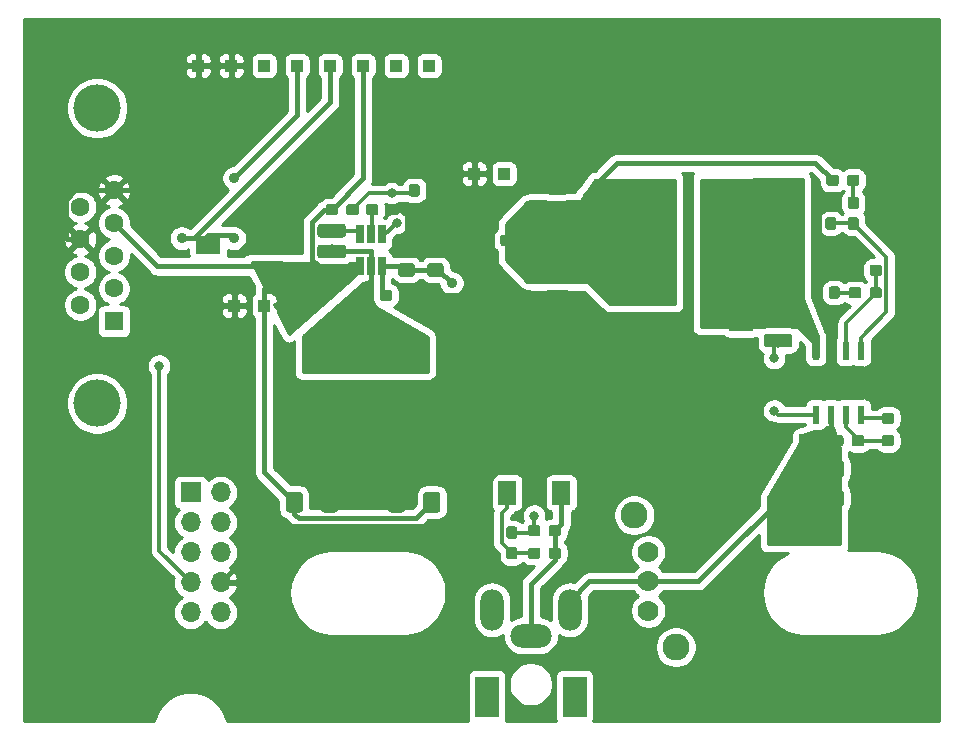
<source format=gbr>
G04 #@! TF.GenerationSoftware,KiCad,Pcbnew,5.1.4-3.fc30*
G04 #@! TF.CreationDate,2019-11-02T10:54:17-07:00*
G04 #@! TF.ProjectId,adampsu,6164616d-7073-4752-9e6b-696361645f70,rev?*
G04 #@! TF.SameCoordinates,Original*
G04 #@! TF.FileFunction,Copper,L1,Top*
G04 #@! TF.FilePolarity,Positive*
%FSLAX46Y46*%
G04 Gerber Fmt 4.6, Leading zero omitted, Abs format (unit mm)*
G04 Created by KiCad (PCBNEW 5.1.4-3.fc30) date 2019-11-02 10:54:17*
%MOMM*%
%LPD*%
G04 APERTURE LIST*
%ADD10C,2.286000*%
%ADD11C,1.778000*%
%ADD12R,1.000000X1.000000*%
%ADD13C,0.100000*%
%ADD14C,1.150000*%
%ADD15C,2.250000*%
%ADD16C,0.950000*%
%ADD17C,0.600000*%
%ADD18R,0.600000X1.550000*%
%ADD19R,4.500000X2.950000*%
%ADD20R,3.100000X2.600000*%
%ADD21R,0.650000X1.560000*%
%ADD22R,1.500000X2.000000*%
%ADD23R,3.800000X2.000000*%
%ADD24R,3.000000X4.100000*%
%ADD25R,4.100000X3.000000*%
%ADD26C,4.000000*%
%ADD27C,1.600000*%
%ADD28R,1.600000X1.600000*%
%ADD29O,1.700000X1.700000*%
%ADD30R,1.700000X1.700000*%
%ADD31O,3.500000X2.000000*%
%ADD32O,2.000000X3.500000*%
%ADD33R,2.000000X3.500000*%
%ADD34R,2.100000X1.400000*%
%ADD35C,1.425000*%
%ADD36C,0.800000*%
%ADD37C,0.914400*%
%ADD38C,0.457200*%
%ADD39C,0.304800*%
%ADD40C,0.254000*%
G04 APERTURE END LIST*
D10*
X144066400Y-152103800D03*
X140561200Y-140927800D03*
D11*
X141755000Y-149005000D03*
X141755000Y-146515800D03*
X141755000Y-144026600D03*
D12*
X112014000Y-102870000D03*
D13*
G36*
X160137005Y-136301204D02*
G01*
X160161273Y-136304804D01*
X160185072Y-136310765D01*
X160208171Y-136319030D01*
X160230350Y-136329520D01*
X160251393Y-136342132D01*
X160271099Y-136356747D01*
X160289277Y-136373223D01*
X160305753Y-136391401D01*
X160320368Y-136411107D01*
X160332980Y-136432150D01*
X160343470Y-136454329D01*
X160351735Y-136477428D01*
X160357696Y-136501227D01*
X160361296Y-136525495D01*
X160362500Y-136549999D01*
X160362500Y-137450001D01*
X160361296Y-137474505D01*
X160357696Y-137498773D01*
X160351735Y-137522572D01*
X160343470Y-137545671D01*
X160332980Y-137567850D01*
X160320368Y-137588893D01*
X160305753Y-137608599D01*
X160289277Y-137626777D01*
X160271099Y-137643253D01*
X160251393Y-137657868D01*
X160230350Y-137670480D01*
X160208171Y-137680970D01*
X160185072Y-137689235D01*
X160161273Y-137695196D01*
X160137005Y-137698796D01*
X160112501Y-137700000D01*
X159462499Y-137700000D01*
X159437995Y-137698796D01*
X159413727Y-137695196D01*
X159389928Y-137689235D01*
X159366829Y-137680970D01*
X159344650Y-137670480D01*
X159323607Y-137657868D01*
X159303901Y-137643253D01*
X159285723Y-137626777D01*
X159269247Y-137608599D01*
X159254632Y-137588893D01*
X159242020Y-137567850D01*
X159231530Y-137545671D01*
X159223265Y-137522572D01*
X159217304Y-137498773D01*
X159213704Y-137474505D01*
X159212500Y-137450001D01*
X159212500Y-136549999D01*
X159213704Y-136525495D01*
X159217304Y-136501227D01*
X159223265Y-136477428D01*
X159231530Y-136454329D01*
X159242020Y-136432150D01*
X159254632Y-136411107D01*
X159269247Y-136391401D01*
X159285723Y-136373223D01*
X159303901Y-136356747D01*
X159323607Y-136342132D01*
X159344650Y-136329520D01*
X159366829Y-136319030D01*
X159389928Y-136310765D01*
X159413727Y-136304804D01*
X159437995Y-136301204D01*
X159462499Y-136300000D01*
X160112501Y-136300000D01*
X160137005Y-136301204D01*
X160137005Y-136301204D01*
G37*
D14*
X159787500Y-137000000D03*
D13*
G36*
X158087005Y-136301204D02*
G01*
X158111273Y-136304804D01*
X158135072Y-136310765D01*
X158158171Y-136319030D01*
X158180350Y-136329520D01*
X158201393Y-136342132D01*
X158221099Y-136356747D01*
X158239277Y-136373223D01*
X158255753Y-136391401D01*
X158270368Y-136411107D01*
X158282980Y-136432150D01*
X158293470Y-136454329D01*
X158301735Y-136477428D01*
X158307696Y-136501227D01*
X158311296Y-136525495D01*
X158312500Y-136549999D01*
X158312500Y-137450001D01*
X158311296Y-137474505D01*
X158307696Y-137498773D01*
X158301735Y-137522572D01*
X158293470Y-137545671D01*
X158282980Y-137567850D01*
X158270368Y-137588893D01*
X158255753Y-137608599D01*
X158239277Y-137626777D01*
X158221099Y-137643253D01*
X158201393Y-137657868D01*
X158180350Y-137670480D01*
X158158171Y-137680970D01*
X158135072Y-137689235D01*
X158111273Y-137695196D01*
X158087005Y-137698796D01*
X158062501Y-137700000D01*
X157412499Y-137700000D01*
X157387995Y-137698796D01*
X157363727Y-137695196D01*
X157339928Y-137689235D01*
X157316829Y-137680970D01*
X157294650Y-137670480D01*
X157273607Y-137657868D01*
X157253901Y-137643253D01*
X157235723Y-137626777D01*
X157219247Y-137608599D01*
X157204632Y-137588893D01*
X157192020Y-137567850D01*
X157181530Y-137545671D01*
X157173265Y-137522572D01*
X157167304Y-137498773D01*
X157163704Y-137474505D01*
X157162500Y-137450001D01*
X157162500Y-136549999D01*
X157163704Y-136525495D01*
X157167304Y-136501227D01*
X157173265Y-136477428D01*
X157181530Y-136454329D01*
X157192020Y-136432150D01*
X157204632Y-136411107D01*
X157219247Y-136391401D01*
X157235723Y-136373223D01*
X157253901Y-136356747D01*
X157273607Y-136342132D01*
X157294650Y-136329520D01*
X157316829Y-136319030D01*
X157339928Y-136310765D01*
X157363727Y-136304804D01*
X157387995Y-136301204D01*
X157412499Y-136300000D01*
X158062501Y-136300000D01*
X158087005Y-136301204D01*
X158087005Y-136301204D01*
G37*
D14*
X157737500Y-137000000D03*
D13*
G36*
X160137005Y-138801204D02*
G01*
X160161273Y-138804804D01*
X160185072Y-138810765D01*
X160208171Y-138819030D01*
X160230350Y-138829520D01*
X160251393Y-138842132D01*
X160271099Y-138856747D01*
X160289277Y-138873223D01*
X160305753Y-138891401D01*
X160320368Y-138911107D01*
X160332980Y-138932150D01*
X160343470Y-138954329D01*
X160351735Y-138977428D01*
X160357696Y-139001227D01*
X160361296Y-139025495D01*
X160362500Y-139049999D01*
X160362500Y-139950001D01*
X160361296Y-139974505D01*
X160357696Y-139998773D01*
X160351735Y-140022572D01*
X160343470Y-140045671D01*
X160332980Y-140067850D01*
X160320368Y-140088893D01*
X160305753Y-140108599D01*
X160289277Y-140126777D01*
X160271099Y-140143253D01*
X160251393Y-140157868D01*
X160230350Y-140170480D01*
X160208171Y-140180970D01*
X160185072Y-140189235D01*
X160161273Y-140195196D01*
X160137005Y-140198796D01*
X160112501Y-140200000D01*
X159462499Y-140200000D01*
X159437995Y-140198796D01*
X159413727Y-140195196D01*
X159389928Y-140189235D01*
X159366829Y-140180970D01*
X159344650Y-140170480D01*
X159323607Y-140157868D01*
X159303901Y-140143253D01*
X159285723Y-140126777D01*
X159269247Y-140108599D01*
X159254632Y-140088893D01*
X159242020Y-140067850D01*
X159231530Y-140045671D01*
X159223265Y-140022572D01*
X159217304Y-139998773D01*
X159213704Y-139974505D01*
X159212500Y-139950001D01*
X159212500Y-139049999D01*
X159213704Y-139025495D01*
X159217304Y-139001227D01*
X159223265Y-138977428D01*
X159231530Y-138954329D01*
X159242020Y-138932150D01*
X159254632Y-138911107D01*
X159269247Y-138891401D01*
X159285723Y-138873223D01*
X159303901Y-138856747D01*
X159323607Y-138842132D01*
X159344650Y-138829520D01*
X159366829Y-138819030D01*
X159389928Y-138810765D01*
X159413727Y-138804804D01*
X159437995Y-138801204D01*
X159462499Y-138800000D01*
X160112501Y-138800000D01*
X160137005Y-138801204D01*
X160137005Y-138801204D01*
G37*
D14*
X159787500Y-139500000D03*
D13*
G36*
X158087005Y-138801204D02*
G01*
X158111273Y-138804804D01*
X158135072Y-138810765D01*
X158158171Y-138819030D01*
X158180350Y-138829520D01*
X158201393Y-138842132D01*
X158221099Y-138856747D01*
X158239277Y-138873223D01*
X158255753Y-138891401D01*
X158270368Y-138911107D01*
X158282980Y-138932150D01*
X158293470Y-138954329D01*
X158301735Y-138977428D01*
X158307696Y-139001227D01*
X158311296Y-139025495D01*
X158312500Y-139049999D01*
X158312500Y-139950001D01*
X158311296Y-139974505D01*
X158307696Y-139998773D01*
X158301735Y-140022572D01*
X158293470Y-140045671D01*
X158282980Y-140067850D01*
X158270368Y-140088893D01*
X158255753Y-140108599D01*
X158239277Y-140126777D01*
X158221099Y-140143253D01*
X158201393Y-140157868D01*
X158180350Y-140170480D01*
X158158171Y-140180970D01*
X158135072Y-140189235D01*
X158111273Y-140195196D01*
X158087005Y-140198796D01*
X158062501Y-140200000D01*
X157412499Y-140200000D01*
X157387995Y-140198796D01*
X157363727Y-140195196D01*
X157339928Y-140189235D01*
X157316829Y-140180970D01*
X157294650Y-140170480D01*
X157273607Y-140157868D01*
X157253901Y-140143253D01*
X157235723Y-140126777D01*
X157219247Y-140108599D01*
X157204632Y-140088893D01*
X157192020Y-140067850D01*
X157181530Y-140045671D01*
X157173265Y-140022572D01*
X157167304Y-139998773D01*
X157163704Y-139974505D01*
X157162500Y-139950001D01*
X157162500Y-139049999D01*
X157163704Y-139025495D01*
X157167304Y-139001227D01*
X157173265Y-138977428D01*
X157181530Y-138954329D01*
X157192020Y-138932150D01*
X157204632Y-138911107D01*
X157219247Y-138891401D01*
X157235723Y-138873223D01*
X157253901Y-138856747D01*
X157273607Y-138842132D01*
X157294650Y-138829520D01*
X157316829Y-138819030D01*
X157339928Y-138810765D01*
X157363727Y-138804804D01*
X157387995Y-138801204D01*
X157412499Y-138800000D01*
X158062501Y-138800000D01*
X158087005Y-138801204D01*
X158087005Y-138801204D01*
G37*
D14*
X157737500Y-139500000D03*
D13*
G36*
X148999505Y-136726204D02*
G01*
X149023773Y-136729804D01*
X149047572Y-136735765D01*
X149070671Y-136744030D01*
X149092850Y-136754520D01*
X149113893Y-136767132D01*
X149133599Y-136781747D01*
X149151777Y-136798223D01*
X149168253Y-136816401D01*
X149182868Y-136836107D01*
X149195480Y-136857150D01*
X149205970Y-136879329D01*
X149214235Y-136902428D01*
X149220196Y-136926227D01*
X149223796Y-136950495D01*
X149225000Y-136974999D01*
X149225000Y-139025001D01*
X149223796Y-139049505D01*
X149220196Y-139073773D01*
X149214235Y-139097572D01*
X149205970Y-139120671D01*
X149195480Y-139142850D01*
X149182868Y-139163893D01*
X149168253Y-139183599D01*
X149151777Y-139201777D01*
X149133599Y-139218253D01*
X149113893Y-139232868D01*
X149092850Y-139245480D01*
X149070671Y-139255970D01*
X149047572Y-139264235D01*
X149023773Y-139270196D01*
X148999505Y-139273796D01*
X148975001Y-139275000D01*
X147224999Y-139275000D01*
X147200495Y-139273796D01*
X147176227Y-139270196D01*
X147152428Y-139264235D01*
X147129329Y-139255970D01*
X147107150Y-139245480D01*
X147086107Y-139232868D01*
X147066401Y-139218253D01*
X147048223Y-139201777D01*
X147031747Y-139183599D01*
X147017132Y-139163893D01*
X147004520Y-139142850D01*
X146994030Y-139120671D01*
X146985765Y-139097572D01*
X146979804Y-139073773D01*
X146976204Y-139049505D01*
X146975000Y-139025001D01*
X146975000Y-136974999D01*
X146976204Y-136950495D01*
X146979804Y-136926227D01*
X146985765Y-136902428D01*
X146994030Y-136879329D01*
X147004520Y-136857150D01*
X147017132Y-136836107D01*
X147031747Y-136816401D01*
X147048223Y-136798223D01*
X147066401Y-136781747D01*
X147086107Y-136767132D01*
X147107150Y-136754520D01*
X147129329Y-136744030D01*
X147152428Y-136735765D01*
X147176227Y-136729804D01*
X147200495Y-136726204D01*
X147224999Y-136725000D01*
X148975001Y-136725000D01*
X148999505Y-136726204D01*
X148999505Y-136726204D01*
G37*
D15*
X148100000Y-138000000D03*
D13*
G36*
X155399505Y-136726204D02*
G01*
X155423773Y-136729804D01*
X155447572Y-136735765D01*
X155470671Y-136744030D01*
X155492850Y-136754520D01*
X155513893Y-136767132D01*
X155533599Y-136781747D01*
X155551777Y-136798223D01*
X155568253Y-136816401D01*
X155582868Y-136836107D01*
X155595480Y-136857150D01*
X155605970Y-136879329D01*
X155614235Y-136902428D01*
X155620196Y-136926227D01*
X155623796Y-136950495D01*
X155625000Y-136974999D01*
X155625000Y-139025001D01*
X155623796Y-139049505D01*
X155620196Y-139073773D01*
X155614235Y-139097572D01*
X155605970Y-139120671D01*
X155595480Y-139142850D01*
X155582868Y-139163893D01*
X155568253Y-139183599D01*
X155551777Y-139201777D01*
X155533599Y-139218253D01*
X155513893Y-139232868D01*
X155492850Y-139245480D01*
X155470671Y-139255970D01*
X155447572Y-139264235D01*
X155423773Y-139270196D01*
X155399505Y-139273796D01*
X155375001Y-139275000D01*
X153624999Y-139275000D01*
X153600495Y-139273796D01*
X153576227Y-139270196D01*
X153552428Y-139264235D01*
X153529329Y-139255970D01*
X153507150Y-139245480D01*
X153486107Y-139232868D01*
X153466401Y-139218253D01*
X153448223Y-139201777D01*
X153431747Y-139183599D01*
X153417132Y-139163893D01*
X153404520Y-139142850D01*
X153394030Y-139120671D01*
X153385765Y-139097572D01*
X153379804Y-139073773D01*
X153376204Y-139049505D01*
X153375000Y-139025001D01*
X153375000Y-136974999D01*
X153376204Y-136950495D01*
X153379804Y-136926227D01*
X153385765Y-136902428D01*
X153394030Y-136879329D01*
X153404520Y-136857150D01*
X153417132Y-136836107D01*
X153431747Y-136816401D01*
X153448223Y-136798223D01*
X153466401Y-136781747D01*
X153486107Y-136767132D01*
X153507150Y-136754520D01*
X153529329Y-136744030D01*
X153552428Y-136735765D01*
X153576227Y-136729804D01*
X153600495Y-136726204D01*
X153624999Y-136725000D01*
X155375001Y-136725000D01*
X155399505Y-136726204D01*
X155399505Y-136726204D01*
G37*
D15*
X154500000Y-138000000D03*
D12*
X103632000Y-102870000D03*
X127000000Y-112014000D03*
X129540000Y-112014000D03*
X109220000Y-123190000D03*
X106680000Y-123190000D03*
X117602000Y-102870000D03*
X106426000Y-102870000D03*
X109220000Y-102870000D03*
X120396000Y-102870000D03*
X114808000Y-102870000D03*
X123190000Y-102870000D03*
D13*
G36*
X134140779Y-141766144D02*
G01*
X134163834Y-141769563D01*
X134186443Y-141775227D01*
X134208387Y-141783079D01*
X134229457Y-141793044D01*
X134249448Y-141805026D01*
X134268168Y-141818910D01*
X134285438Y-141834562D01*
X134301090Y-141851832D01*
X134314974Y-141870552D01*
X134326956Y-141890543D01*
X134336921Y-141911613D01*
X134344773Y-141933557D01*
X134350437Y-141956166D01*
X134353856Y-141979221D01*
X134355000Y-142002500D01*
X134355000Y-142477500D01*
X134353856Y-142500779D01*
X134350437Y-142523834D01*
X134344773Y-142546443D01*
X134336921Y-142568387D01*
X134326956Y-142589457D01*
X134314974Y-142609448D01*
X134301090Y-142628168D01*
X134285438Y-142645438D01*
X134268168Y-142661090D01*
X134249448Y-142674974D01*
X134229457Y-142686956D01*
X134208387Y-142696921D01*
X134186443Y-142704773D01*
X134163834Y-142710437D01*
X134140779Y-142713856D01*
X134117500Y-142715000D01*
X133542500Y-142715000D01*
X133519221Y-142713856D01*
X133496166Y-142710437D01*
X133473557Y-142704773D01*
X133451613Y-142696921D01*
X133430543Y-142686956D01*
X133410552Y-142674974D01*
X133391832Y-142661090D01*
X133374562Y-142645438D01*
X133358910Y-142628168D01*
X133345026Y-142609448D01*
X133333044Y-142589457D01*
X133323079Y-142568387D01*
X133315227Y-142546443D01*
X133309563Y-142523834D01*
X133306144Y-142500779D01*
X133305000Y-142477500D01*
X133305000Y-142002500D01*
X133306144Y-141979221D01*
X133309563Y-141956166D01*
X133315227Y-141933557D01*
X133323079Y-141911613D01*
X133333044Y-141890543D01*
X133345026Y-141870552D01*
X133358910Y-141851832D01*
X133374562Y-141834562D01*
X133391832Y-141818910D01*
X133410552Y-141805026D01*
X133430543Y-141793044D01*
X133451613Y-141783079D01*
X133473557Y-141775227D01*
X133496166Y-141769563D01*
X133519221Y-141766144D01*
X133542500Y-141765000D01*
X134117500Y-141765000D01*
X134140779Y-141766144D01*
X134140779Y-141766144D01*
G37*
D16*
X133830000Y-142240000D03*
D13*
G36*
X132390779Y-141766144D02*
G01*
X132413834Y-141769563D01*
X132436443Y-141775227D01*
X132458387Y-141783079D01*
X132479457Y-141793044D01*
X132499448Y-141805026D01*
X132518168Y-141818910D01*
X132535438Y-141834562D01*
X132551090Y-141851832D01*
X132564974Y-141870552D01*
X132576956Y-141890543D01*
X132586921Y-141911613D01*
X132594773Y-141933557D01*
X132600437Y-141956166D01*
X132603856Y-141979221D01*
X132605000Y-142002500D01*
X132605000Y-142477500D01*
X132603856Y-142500779D01*
X132600437Y-142523834D01*
X132594773Y-142546443D01*
X132586921Y-142568387D01*
X132576956Y-142589457D01*
X132564974Y-142609448D01*
X132551090Y-142628168D01*
X132535438Y-142645438D01*
X132518168Y-142661090D01*
X132499448Y-142674974D01*
X132479457Y-142686956D01*
X132458387Y-142696921D01*
X132436443Y-142704773D01*
X132413834Y-142710437D01*
X132390779Y-142713856D01*
X132367500Y-142715000D01*
X131792500Y-142715000D01*
X131769221Y-142713856D01*
X131746166Y-142710437D01*
X131723557Y-142704773D01*
X131701613Y-142696921D01*
X131680543Y-142686956D01*
X131660552Y-142674974D01*
X131641832Y-142661090D01*
X131624562Y-142645438D01*
X131608910Y-142628168D01*
X131595026Y-142609448D01*
X131583044Y-142589457D01*
X131573079Y-142568387D01*
X131565227Y-142546443D01*
X131559563Y-142523834D01*
X131556144Y-142500779D01*
X131555000Y-142477500D01*
X131555000Y-142002500D01*
X131556144Y-141979221D01*
X131559563Y-141956166D01*
X131565227Y-141933557D01*
X131573079Y-141911613D01*
X131583044Y-141890543D01*
X131595026Y-141870552D01*
X131608910Y-141851832D01*
X131624562Y-141834562D01*
X131641832Y-141818910D01*
X131660552Y-141805026D01*
X131680543Y-141793044D01*
X131701613Y-141783079D01*
X131723557Y-141775227D01*
X131746166Y-141769563D01*
X131769221Y-141766144D01*
X131792500Y-141765000D01*
X132367500Y-141765000D01*
X132390779Y-141766144D01*
X132390779Y-141766144D01*
G37*
D16*
X132080000Y-142240000D03*
D13*
G36*
X153719910Y-125571202D02*
G01*
X153744135Y-125574795D01*
X153767891Y-125580746D01*
X153790949Y-125588996D01*
X153813087Y-125599467D01*
X153834093Y-125612057D01*
X153853763Y-125626645D01*
X153871908Y-125643092D01*
X153888355Y-125661237D01*
X153902943Y-125680907D01*
X153915533Y-125701913D01*
X153926004Y-125724051D01*
X153934254Y-125747109D01*
X153940205Y-125770865D01*
X153943798Y-125795090D01*
X153945000Y-125819550D01*
X153945000Y-126470450D01*
X153943798Y-126494910D01*
X153940205Y-126519135D01*
X153934254Y-126542891D01*
X153926004Y-126565949D01*
X153915533Y-126588087D01*
X153902943Y-126609093D01*
X153888355Y-126628763D01*
X153871908Y-126646908D01*
X153853763Y-126663355D01*
X153834093Y-126677943D01*
X153813087Y-126690533D01*
X153790949Y-126701004D01*
X153767891Y-126709254D01*
X153744135Y-126715205D01*
X153719910Y-126718798D01*
X153695450Y-126720000D01*
X151794550Y-126720000D01*
X151770090Y-126718798D01*
X151745865Y-126715205D01*
X151722109Y-126709254D01*
X151699051Y-126701004D01*
X151676913Y-126690533D01*
X151655907Y-126677943D01*
X151636237Y-126663355D01*
X151618092Y-126646908D01*
X151601645Y-126628763D01*
X151587057Y-126609093D01*
X151574467Y-126588087D01*
X151563996Y-126565949D01*
X151555746Y-126542891D01*
X151549795Y-126519135D01*
X151546202Y-126494910D01*
X151545000Y-126470450D01*
X151545000Y-125819550D01*
X151546202Y-125795090D01*
X151549795Y-125770865D01*
X151555746Y-125747109D01*
X151563996Y-125724051D01*
X151574467Y-125701913D01*
X151587057Y-125680907D01*
X151601645Y-125661237D01*
X151618092Y-125643092D01*
X151636237Y-125626645D01*
X151655907Y-125612057D01*
X151676913Y-125599467D01*
X151699051Y-125588996D01*
X151722109Y-125580746D01*
X151745865Y-125574795D01*
X151770090Y-125571202D01*
X151794550Y-125570000D01*
X153695450Y-125570000D01*
X153719910Y-125571202D01*
X153719910Y-125571202D01*
G37*
D14*
X152745000Y-126145000D03*
D13*
G36*
X153719910Y-123821202D02*
G01*
X153744135Y-123824795D01*
X153767891Y-123830746D01*
X153790949Y-123838996D01*
X153813087Y-123849467D01*
X153834093Y-123862057D01*
X153853763Y-123876645D01*
X153871908Y-123893092D01*
X153888355Y-123911237D01*
X153902943Y-123930907D01*
X153915533Y-123951913D01*
X153926004Y-123974051D01*
X153934254Y-123997109D01*
X153940205Y-124020865D01*
X153943798Y-124045090D01*
X153945000Y-124069550D01*
X153945000Y-124720450D01*
X153943798Y-124744910D01*
X153940205Y-124769135D01*
X153934254Y-124792891D01*
X153926004Y-124815949D01*
X153915533Y-124838087D01*
X153902943Y-124859093D01*
X153888355Y-124878763D01*
X153871908Y-124896908D01*
X153853763Y-124913355D01*
X153834093Y-124927943D01*
X153813087Y-124940533D01*
X153790949Y-124951004D01*
X153767891Y-124959254D01*
X153744135Y-124965205D01*
X153719910Y-124968798D01*
X153695450Y-124970000D01*
X151794550Y-124970000D01*
X151770090Y-124968798D01*
X151745865Y-124965205D01*
X151722109Y-124959254D01*
X151699051Y-124951004D01*
X151676913Y-124940533D01*
X151655907Y-124927943D01*
X151636237Y-124913355D01*
X151618092Y-124896908D01*
X151601645Y-124878763D01*
X151587057Y-124859093D01*
X151574467Y-124838087D01*
X151563996Y-124815949D01*
X151555746Y-124792891D01*
X151549795Y-124769135D01*
X151546202Y-124744910D01*
X151545000Y-124720450D01*
X151545000Y-124069550D01*
X151546202Y-124045090D01*
X151549795Y-124020865D01*
X151555746Y-123997109D01*
X151563996Y-123974051D01*
X151574467Y-123951913D01*
X151587057Y-123930907D01*
X151601645Y-123911237D01*
X151618092Y-123893092D01*
X151636237Y-123876645D01*
X151655907Y-123862057D01*
X151676913Y-123849467D01*
X151699051Y-123838996D01*
X151722109Y-123830746D01*
X151745865Y-123824795D01*
X151770090Y-123821202D01*
X151794550Y-123820000D01*
X153695450Y-123820000D01*
X153719910Y-123821202D01*
X153719910Y-123821202D01*
G37*
D14*
X152745000Y-124395000D03*
D13*
G36*
X115909910Y-118016202D02*
G01*
X115934135Y-118019795D01*
X115957891Y-118025746D01*
X115980949Y-118033996D01*
X116003087Y-118044467D01*
X116024093Y-118057057D01*
X116043763Y-118071645D01*
X116061908Y-118088092D01*
X116078355Y-118106237D01*
X116092943Y-118125907D01*
X116105533Y-118146913D01*
X116116004Y-118169051D01*
X116124254Y-118192109D01*
X116130205Y-118215865D01*
X116133798Y-118240090D01*
X116135000Y-118264550D01*
X116135000Y-118915450D01*
X116133798Y-118939910D01*
X116130205Y-118964135D01*
X116124254Y-118987891D01*
X116116004Y-119010949D01*
X116105533Y-119033087D01*
X116092943Y-119054093D01*
X116078355Y-119073763D01*
X116061908Y-119091908D01*
X116043763Y-119108355D01*
X116024093Y-119122943D01*
X116003087Y-119135533D01*
X115980949Y-119146004D01*
X115957891Y-119154254D01*
X115934135Y-119160205D01*
X115909910Y-119163798D01*
X115885450Y-119165000D01*
X113984550Y-119165000D01*
X113960090Y-119163798D01*
X113935865Y-119160205D01*
X113912109Y-119154254D01*
X113889051Y-119146004D01*
X113866913Y-119135533D01*
X113845907Y-119122943D01*
X113826237Y-119108355D01*
X113808092Y-119091908D01*
X113791645Y-119073763D01*
X113777057Y-119054093D01*
X113764467Y-119033087D01*
X113753996Y-119010949D01*
X113745746Y-118987891D01*
X113739795Y-118964135D01*
X113736202Y-118939910D01*
X113735000Y-118915450D01*
X113735000Y-118264550D01*
X113736202Y-118240090D01*
X113739795Y-118215865D01*
X113745746Y-118192109D01*
X113753996Y-118169051D01*
X113764467Y-118146913D01*
X113777057Y-118125907D01*
X113791645Y-118106237D01*
X113808092Y-118088092D01*
X113826237Y-118071645D01*
X113845907Y-118057057D01*
X113866913Y-118044467D01*
X113889051Y-118033996D01*
X113912109Y-118025746D01*
X113935865Y-118019795D01*
X113960090Y-118016202D01*
X113984550Y-118015000D01*
X115885450Y-118015000D01*
X115909910Y-118016202D01*
X115909910Y-118016202D01*
G37*
D14*
X114935000Y-118590000D03*
D13*
G36*
X115909910Y-116266202D02*
G01*
X115934135Y-116269795D01*
X115957891Y-116275746D01*
X115980949Y-116283996D01*
X116003087Y-116294467D01*
X116024093Y-116307057D01*
X116043763Y-116321645D01*
X116061908Y-116338092D01*
X116078355Y-116356237D01*
X116092943Y-116375907D01*
X116105533Y-116396913D01*
X116116004Y-116419051D01*
X116124254Y-116442109D01*
X116130205Y-116465865D01*
X116133798Y-116490090D01*
X116135000Y-116514550D01*
X116135000Y-117165450D01*
X116133798Y-117189910D01*
X116130205Y-117214135D01*
X116124254Y-117237891D01*
X116116004Y-117260949D01*
X116105533Y-117283087D01*
X116092943Y-117304093D01*
X116078355Y-117323763D01*
X116061908Y-117341908D01*
X116043763Y-117358355D01*
X116024093Y-117372943D01*
X116003087Y-117385533D01*
X115980949Y-117396004D01*
X115957891Y-117404254D01*
X115934135Y-117410205D01*
X115909910Y-117413798D01*
X115885450Y-117415000D01*
X113984550Y-117415000D01*
X113960090Y-117413798D01*
X113935865Y-117410205D01*
X113912109Y-117404254D01*
X113889051Y-117396004D01*
X113866913Y-117385533D01*
X113845907Y-117372943D01*
X113826237Y-117358355D01*
X113808092Y-117341908D01*
X113791645Y-117323763D01*
X113777057Y-117304093D01*
X113764467Y-117283087D01*
X113753996Y-117260949D01*
X113745746Y-117237891D01*
X113739795Y-117214135D01*
X113736202Y-117189910D01*
X113735000Y-117165450D01*
X113735000Y-116514550D01*
X113736202Y-116490090D01*
X113739795Y-116465865D01*
X113745746Y-116442109D01*
X113753996Y-116419051D01*
X113764467Y-116396913D01*
X113777057Y-116375907D01*
X113791645Y-116356237D01*
X113808092Y-116338092D01*
X113826237Y-116321645D01*
X113845907Y-116307057D01*
X113866913Y-116294467D01*
X113889051Y-116283996D01*
X113912109Y-116275746D01*
X113935865Y-116269795D01*
X113960090Y-116266202D01*
X113984550Y-116265000D01*
X115885450Y-116265000D01*
X115909910Y-116266202D01*
X115909910Y-116266202D01*
G37*
D14*
X114935000Y-116840000D03*
D13*
G36*
X121597779Y-121840144D02*
G01*
X121620834Y-121843563D01*
X121643443Y-121849227D01*
X121665387Y-121857079D01*
X121686457Y-121867044D01*
X121706448Y-121879026D01*
X121725168Y-121892910D01*
X121742438Y-121908562D01*
X121758090Y-121925832D01*
X121771974Y-121944552D01*
X121783956Y-121964543D01*
X121793921Y-121985613D01*
X121801773Y-122007557D01*
X121807437Y-122030166D01*
X121810856Y-122053221D01*
X121812000Y-122076500D01*
X121812000Y-122551500D01*
X121810856Y-122574779D01*
X121807437Y-122597834D01*
X121801773Y-122620443D01*
X121793921Y-122642387D01*
X121783956Y-122663457D01*
X121771974Y-122683448D01*
X121758090Y-122702168D01*
X121742438Y-122719438D01*
X121725168Y-122735090D01*
X121706448Y-122748974D01*
X121686457Y-122760956D01*
X121665387Y-122770921D01*
X121643443Y-122778773D01*
X121620834Y-122784437D01*
X121597779Y-122787856D01*
X121574500Y-122789000D01*
X120999500Y-122789000D01*
X120976221Y-122787856D01*
X120953166Y-122784437D01*
X120930557Y-122778773D01*
X120908613Y-122770921D01*
X120887543Y-122760956D01*
X120867552Y-122748974D01*
X120848832Y-122735090D01*
X120831562Y-122719438D01*
X120815910Y-122702168D01*
X120802026Y-122683448D01*
X120790044Y-122663457D01*
X120780079Y-122642387D01*
X120772227Y-122620443D01*
X120766563Y-122597834D01*
X120763144Y-122574779D01*
X120762000Y-122551500D01*
X120762000Y-122076500D01*
X120763144Y-122053221D01*
X120766563Y-122030166D01*
X120772227Y-122007557D01*
X120780079Y-121985613D01*
X120790044Y-121964543D01*
X120802026Y-121944552D01*
X120815910Y-121925832D01*
X120831562Y-121908562D01*
X120848832Y-121892910D01*
X120867552Y-121879026D01*
X120887543Y-121867044D01*
X120908613Y-121857079D01*
X120930557Y-121849227D01*
X120953166Y-121843563D01*
X120976221Y-121840144D01*
X120999500Y-121839000D01*
X121574500Y-121839000D01*
X121597779Y-121840144D01*
X121597779Y-121840144D01*
G37*
D16*
X121287000Y-122314000D03*
D13*
G36*
X119847779Y-121840144D02*
G01*
X119870834Y-121843563D01*
X119893443Y-121849227D01*
X119915387Y-121857079D01*
X119936457Y-121867044D01*
X119956448Y-121879026D01*
X119975168Y-121892910D01*
X119992438Y-121908562D01*
X120008090Y-121925832D01*
X120021974Y-121944552D01*
X120033956Y-121964543D01*
X120043921Y-121985613D01*
X120051773Y-122007557D01*
X120057437Y-122030166D01*
X120060856Y-122053221D01*
X120062000Y-122076500D01*
X120062000Y-122551500D01*
X120060856Y-122574779D01*
X120057437Y-122597834D01*
X120051773Y-122620443D01*
X120043921Y-122642387D01*
X120033956Y-122663457D01*
X120021974Y-122683448D01*
X120008090Y-122702168D01*
X119992438Y-122719438D01*
X119975168Y-122735090D01*
X119956448Y-122748974D01*
X119936457Y-122760956D01*
X119915387Y-122770921D01*
X119893443Y-122778773D01*
X119870834Y-122784437D01*
X119847779Y-122787856D01*
X119824500Y-122789000D01*
X119249500Y-122789000D01*
X119226221Y-122787856D01*
X119203166Y-122784437D01*
X119180557Y-122778773D01*
X119158613Y-122770921D01*
X119137543Y-122760956D01*
X119117552Y-122748974D01*
X119098832Y-122735090D01*
X119081562Y-122719438D01*
X119065910Y-122702168D01*
X119052026Y-122683448D01*
X119040044Y-122663457D01*
X119030079Y-122642387D01*
X119022227Y-122620443D01*
X119016563Y-122597834D01*
X119013144Y-122574779D01*
X119012000Y-122551500D01*
X119012000Y-122076500D01*
X119013144Y-122053221D01*
X119016563Y-122030166D01*
X119022227Y-122007557D01*
X119030079Y-121985613D01*
X119040044Y-121964543D01*
X119052026Y-121944552D01*
X119065910Y-121925832D01*
X119081562Y-121908562D01*
X119098832Y-121892910D01*
X119117552Y-121879026D01*
X119137543Y-121867044D01*
X119158613Y-121857079D01*
X119180557Y-121849227D01*
X119203166Y-121843563D01*
X119226221Y-121840144D01*
X119249500Y-121839000D01*
X119824500Y-121839000D01*
X119847779Y-121840144D01*
X119847779Y-121840144D01*
G37*
D16*
X119537000Y-122314000D03*
D17*
X159625000Y-129115000D03*
X158525000Y-129115000D03*
X158525000Y-130315000D03*
X159625000Y-130315000D03*
X156025000Y-129115000D03*
X157225000Y-129115000D03*
X157225000Y-130315000D03*
X156025000Y-130315000D03*
D18*
X155920000Y-127015000D03*
X157190000Y-127015000D03*
X158460000Y-127015000D03*
X159730000Y-127015000D03*
X159730000Y-132415000D03*
X158460000Y-132415000D03*
X157190000Y-132415000D03*
X155920000Y-132415000D03*
D19*
X157825000Y-129715000D03*
D20*
X157825000Y-129715000D03*
D21*
X118253000Y-117154000D03*
X117303000Y-117154000D03*
X119203000Y-117154000D03*
X119203000Y-119854000D03*
X118253000Y-119854000D03*
X117303000Y-119854000D03*
D13*
G36*
X122180779Y-112901144D02*
G01*
X122203834Y-112904563D01*
X122226443Y-112910227D01*
X122248387Y-112918079D01*
X122269457Y-112928044D01*
X122289448Y-112940026D01*
X122308168Y-112953910D01*
X122325438Y-112969562D01*
X122341090Y-112986832D01*
X122354974Y-113005552D01*
X122366956Y-113025543D01*
X122376921Y-113046613D01*
X122384773Y-113068557D01*
X122390437Y-113091166D01*
X122393856Y-113114221D01*
X122395000Y-113137500D01*
X122395000Y-113712500D01*
X122393856Y-113735779D01*
X122390437Y-113758834D01*
X122384773Y-113781443D01*
X122376921Y-113803387D01*
X122366956Y-113824457D01*
X122354974Y-113844448D01*
X122341090Y-113863168D01*
X122325438Y-113880438D01*
X122308168Y-113896090D01*
X122289448Y-113909974D01*
X122269457Y-113921956D01*
X122248387Y-113931921D01*
X122226443Y-113939773D01*
X122203834Y-113945437D01*
X122180779Y-113948856D01*
X122157500Y-113950000D01*
X121682500Y-113950000D01*
X121659221Y-113948856D01*
X121636166Y-113945437D01*
X121613557Y-113939773D01*
X121591613Y-113931921D01*
X121570543Y-113921956D01*
X121550552Y-113909974D01*
X121531832Y-113896090D01*
X121514562Y-113880438D01*
X121498910Y-113863168D01*
X121485026Y-113844448D01*
X121473044Y-113824457D01*
X121463079Y-113803387D01*
X121455227Y-113781443D01*
X121449563Y-113758834D01*
X121446144Y-113735779D01*
X121445000Y-113712500D01*
X121445000Y-113137500D01*
X121446144Y-113114221D01*
X121449563Y-113091166D01*
X121455227Y-113068557D01*
X121463079Y-113046613D01*
X121473044Y-113025543D01*
X121485026Y-113005552D01*
X121498910Y-112986832D01*
X121514562Y-112969562D01*
X121531832Y-112953910D01*
X121550552Y-112940026D01*
X121570543Y-112928044D01*
X121591613Y-112918079D01*
X121613557Y-112910227D01*
X121636166Y-112904563D01*
X121659221Y-112901144D01*
X121682500Y-112900000D01*
X122157500Y-112900000D01*
X122180779Y-112901144D01*
X122180779Y-112901144D01*
G37*
D16*
X121920000Y-113425000D03*
D13*
G36*
X122180779Y-114651144D02*
G01*
X122203834Y-114654563D01*
X122226443Y-114660227D01*
X122248387Y-114668079D01*
X122269457Y-114678044D01*
X122289448Y-114690026D01*
X122308168Y-114703910D01*
X122325438Y-114719562D01*
X122341090Y-114736832D01*
X122354974Y-114755552D01*
X122366956Y-114775543D01*
X122376921Y-114796613D01*
X122384773Y-114818557D01*
X122390437Y-114841166D01*
X122393856Y-114864221D01*
X122395000Y-114887500D01*
X122395000Y-115462500D01*
X122393856Y-115485779D01*
X122390437Y-115508834D01*
X122384773Y-115531443D01*
X122376921Y-115553387D01*
X122366956Y-115574457D01*
X122354974Y-115594448D01*
X122341090Y-115613168D01*
X122325438Y-115630438D01*
X122308168Y-115646090D01*
X122289448Y-115659974D01*
X122269457Y-115671956D01*
X122248387Y-115681921D01*
X122226443Y-115689773D01*
X122203834Y-115695437D01*
X122180779Y-115698856D01*
X122157500Y-115700000D01*
X121682500Y-115700000D01*
X121659221Y-115698856D01*
X121636166Y-115695437D01*
X121613557Y-115689773D01*
X121591613Y-115681921D01*
X121570543Y-115671956D01*
X121550552Y-115659974D01*
X121531832Y-115646090D01*
X121514562Y-115630438D01*
X121498910Y-115613168D01*
X121485026Y-115594448D01*
X121473044Y-115574457D01*
X121463079Y-115553387D01*
X121455227Y-115531443D01*
X121449563Y-115508834D01*
X121446144Y-115485779D01*
X121445000Y-115462500D01*
X121445000Y-114887500D01*
X121446144Y-114864221D01*
X121449563Y-114841166D01*
X121455227Y-114818557D01*
X121463079Y-114796613D01*
X121473044Y-114775543D01*
X121485026Y-114755552D01*
X121498910Y-114736832D01*
X121514562Y-114719562D01*
X121531832Y-114703910D01*
X121550552Y-114690026D01*
X121570543Y-114678044D01*
X121591613Y-114668079D01*
X121613557Y-114660227D01*
X121636166Y-114654563D01*
X121659221Y-114651144D01*
X121682500Y-114650000D01*
X122157500Y-114650000D01*
X122180779Y-114651144D01*
X122180779Y-114651144D01*
G37*
D16*
X121920000Y-115175000D03*
D13*
G36*
X157450779Y-113951144D02*
G01*
X157473834Y-113954563D01*
X157496443Y-113960227D01*
X157518387Y-113968079D01*
X157539457Y-113978044D01*
X157559448Y-113990026D01*
X157578168Y-114003910D01*
X157595438Y-114019562D01*
X157611090Y-114036832D01*
X157624974Y-114055552D01*
X157636956Y-114075543D01*
X157646921Y-114096613D01*
X157654773Y-114118557D01*
X157660437Y-114141166D01*
X157663856Y-114164221D01*
X157665000Y-114187500D01*
X157665000Y-114762500D01*
X157663856Y-114785779D01*
X157660437Y-114808834D01*
X157654773Y-114831443D01*
X157646921Y-114853387D01*
X157636956Y-114874457D01*
X157624974Y-114894448D01*
X157611090Y-114913168D01*
X157595438Y-114930438D01*
X157578168Y-114946090D01*
X157559448Y-114959974D01*
X157539457Y-114971956D01*
X157518387Y-114981921D01*
X157496443Y-114989773D01*
X157473834Y-114995437D01*
X157450779Y-114998856D01*
X157427500Y-115000000D01*
X156952500Y-115000000D01*
X156929221Y-114998856D01*
X156906166Y-114995437D01*
X156883557Y-114989773D01*
X156861613Y-114981921D01*
X156840543Y-114971956D01*
X156820552Y-114959974D01*
X156801832Y-114946090D01*
X156784562Y-114930438D01*
X156768910Y-114913168D01*
X156755026Y-114894448D01*
X156743044Y-114874457D01*
X156733079Y-114853387D01*
X156725227Y-114831443D01*
X156719563Y-114808834D01*
X156716144Y-114785779D01*
X156715000Y-114762500D01*
X156715000Y-114187500D01*
X156716144Y-114164221D01*
X156719563Y-114141166D01*
X156725227Y-114118557D01*
X156733079Y-114096613D01*
X156743044Y-114075543D01*
X156755026Y-114055552D01*
X156768910Y-114036832D01*
X156784562Y-114019562D01*
X156801832Y-114003910D01*
X156820552Y-113990026D01*
X156840543Y-113978044D01*
X156861613Y-113968079D01*
X156883557Y-113960227D01*
X156906166Y-113954563D01*
X156929221Y-113951144D01*
X156952500Y-113950000D01*
X157427500Y-113950000D01*
X157450779Y-113951144D01*
X157450779Y-113951144D01*
G37*
D16*
X157190000Y-114475000D03*
D13*
G36*
X157450779Y-115701144D02*
G01*
X157473834Y-115704563D01*
X157496443Y-115710227D01*
X157518387Y-115718079D01*
X157539457Y-115728044D01*
X157559448Y-115740026D01*
X157578168Y-115753910D01*
X157595438Y-115769562D01*
X157611090Y-115786832D01*
X157624974Y-115805552D01*
X157636956Y-115825543D01*
X157646921Y-115846613D01*
X157654773Y-115868557D01*
X157660437Y-115891166D01*
X157663856Y-115914221D01*
X157665000Y-115937500D01*
X157665000Y-116512500D01*
X157663856Y-116535779D01*
X157660437Y-116558834D01*
X157654773Y-116581443D01*
X157646921Y-116603387D01*
X157636956Y-116624457D01*
X157624974Y-116644448D01*
X157611090Y-116663168D01*
X157595438Y-116680438D01*
X157578168Y-116696090D01*
X157559448Y-116709974D01*
X157539457Y-116721956D01*
X157518387Y-116731921D01*
X157496443Y-116739773D01*
X157473834Y-116745437D01*
X157450779Y-116748856D01*
X157427500Y-116750000D01*
X156952500Y-116750000D01*
X156929221Y-116748856D01*
X156906166Y-116745437D01*
X156883557Y-116739773D01*
X156861613Y-116731921D01*
X156840543Y-116721956D01*
X156820552Y-116709974D01*
X156801832Y-116696090D01*
X156784562Y-116680438D01*
X156768910Y-116663168D01*
X156755026Y-116644448D01*
X156743044Y-116624457D01*
X156733079Y-116603387D01*
X156725227Y-116581443D01*
X156719563Y-116558834D01*
X156716144Y-116535779D01*
X156715000Y-116512500D01*
X156715000Y-115937500D01*
X156716144Y-115914221D01*
X156719563Y-115891166D01*
X156725227Y-115868557D01*
X156733079Y-115846613D01*
X156743044Y-115825543D01*
X156755026Y-115805552D01*
X156768910Y-115786832D01*
X156784562Y-115769562D01*
X156801832Y-115753910D01*
X156820552Y-115740026D01*
X156840543Y-115728044D01*
X156861613Y-115718079D01*
X156883557Y-115710227D01*
X156906166Y-115704563D01*
X156929221Y-115701144D01*
X156952500Y-115700000D01*
X157427500Y-115700000D01*
X157450779Y-115701144D01*
X157450779Y-115701144D01*
G37*
D16*
X157190000Y-116225000D03*
D13*
G36*
X159355779Y-115701144D02*
G01*
X159378834Y-115704563D01*
X159401443Y-115710227D01*
X159423387Y-115718079D01*
X159444457Y-115728044D01*
X159464448Y-115740026D01*
X159483168Y-115753910D01*
X159500438Y-115769562D01*
X159516090Y-115786832D01*
X159529974Y-115805552D01*
X159541956Y-115825543D01*
X159551921Y-115846613D01*
X159559773Y-115868557D01*
X159565437Y-115891166D01*
X159568856Y-115914221D01*
X159570000Y-115937500D01*
X159570000Y-116512500D01*
X159568856Y-116535779D01*
X159565437Y-116558834D01*
X159559773Y-116581443D01*
X159551921Y-116603387D01*
X159541956Y-116624457D01*
X159529974Y-116644448D01*
X159516090Y-116663168D01*
X159500438Y-116680438D01*
X159483168Y-116696090D01*
X159464448Y-116709974D01*
X159444457Y-116721956D01*
X159423387Y-116731921D01*
X159401443Y-116739773D01*
X159378834Y-116745437D01*
X159355779Y-116748856D01*
X159332500Y-116750000D01*
X158857500Y-116750000D01*
X158834221Y-116748856D01*
X158811166Y-116745437D01*
X158788557Y-116739773D01*
X158766613Y-116731921D01*
X158745543Y-116721956D01*
X158725552Y-116709974D01*
X158706832Y-116696090D01*
X158689562Y-116680438D01*
X158673910Y-116663168D01*
X158660026Y-116644448D01*
X158648044Y-116624457D01*
X158638079Y-116603387D01*
X158630227Y-116581443D01*
X158624563Y-116558834D01*
X158621144Y-116535779D01*
X158620000Y-116512500D01*
X158620000Y-115937500D01*
X158621144Y-115914221D01*
X158624563Y-115891166D01*
X158630227Y-115868557D01*
X158638079Y-115846613D01*
X158648044Y-115825543D01*
X158660026Y-115805552D01*
X158673910Y-115786832D01*
X158689562Y-115769562D01*
X158706832Y-115753910D01*
X158725552Y-115740026D01*
X158745543Y-115728044D01*
X158766613Y-115718079D01*
X158788557Y-115710227D01*
X158811166Y-115704563D01*
X158834221Y-115701144D01*
X158857500Y-115700000D01*
X159332500Y-115700000D01*
X159355779Y-115701144D01*
X159355779Y-115701144D01*
G37*
D16*
X159095000Y-116225000D03*
D13*
G36*
X159355779Y-113951144D02*
G01*
X159378834Y-113954563D01*
X159401443Y-113960227D01*
X159423387Y-113968079D01*
X159444457Y-113978044D01*
X159464448Y-113990026D01*
X159483168Y-114003910D01*
X159500438Y-114019562D01*
X159516090Y-114036832D01*
X159529974Y-114055552D01*
X159541956Y-114075543D01*
X159551921Y-114096613D01*
X159559773Y-114118557D01*
X159565437Y-114141166D01*
X159568856Y-114164221D01*
X159570000Y-114187500D01*
X159570000Y-114762500D01*
X159568856Y-114785779D01*
X159565437Y-114808834D01*
X159559773Y-114831443D01*
X159551921Y-114853387D01*
X159541956Y-114874457D01*
X159529974Y-114894448D01*
X159516090Y-114913168D01*
X159500438Y-114930438D01*
X159483168Y-114946090D01*
X159464448Y-114959974D01*
X159444457Y-114971956D01*
X159423387Y-114981921D01*
X159401443Y-114989773D01*
X159378834Y-114995437D01*
X159355779Y-114998856D01*
X159332500Y-115000000D01*
X158857500Y-115000000D01*
X158834221Y-114998856D01*
X158811166Y-114995437D01*
X158788557Y-114989773D01*
X158766613Y-114981921D01*
X158745543Y-114971956D01*
X158725552Y-114959974D01*
X158706832Y-114946090D01*
X158689562Y-114930438D01*
X158673910Y-114913168D01*
X158660026Y-114894448D01*
X158648044Y-114874457D01*
X158638079Y-114853387D01*
X158630227Y-114831443D01*
X158624563Y-114808834D01*
X158621144Y-114785779D01*
X158620000Y-114762500D01*
X158620000Y-114187500D01*
X158621144Y-114164221D01*
X158624563Y-114141166D01*
X158630227Y-114118557D01*
X158638079Y-114096613D01*
X158648044Y-114075543D01*
X158660026Y-114055552D01*
X158673910Y-114036832D01*
X158689562Y-114019562D01*
X158706832Y-114003910D01*
X158725552Y-113990026D01*
X158745543Y-113978044D01*
X158766613Y-113968079D01*
X158788557Y-113960227D01*
X158811166Y-113954563D01*
X158834221Y-113951144D01*
X158857500Y-113950000D01*
X159332500Y-113950000D01*
X159355779Y-113951144D01*
X159355779Y-113951144D01*
G37*
D16*
X159095000Y-114475000D03*
D13*
G36*
X159405779Y-112096144D02*
G01*
X159428834Y-112099563D01*
X159451443Y-112105227D01*
X159473387Y-112113079D01*
X159494457Y-112123044D01*
X159514448Y-112135026D01*
X159533168Y-112148910D01*
X159550438Y-112164562D01*
X159566090Y-112181832D01*
X159579974Y-112200552D01*
X159591956Y-112220543D01*
X159601921Y-112241613D01*
X159609773Y-112263557D01*
X159615437Y-112286166D01*
X159618856Y-112309221D01*
X159620000Y-112332500D01*
X159620000Y-112807500D01*
X159618856Y-112830779D01*
X159615437Y-112853834D01*
X159609773Y-112876443D01*
X159601921Y-112898387D01*
X159591956Y-112919457D01*
X159579974Y-112939448D01*
X159566090Y-112958168D01*
X159550438Y-112975438D01*
X159533168Y-112991090D01*
X159514448Y-113004974D01*
X159494457Y-113016956D01*
X159473387Y-113026921D01*
X159451443Y-113034773D01*
X159428834Y-113040437D01*
X159405779Y-113043856D01*
X159382500Y-113045000D01*
X158807500Y-113045000D01*
X158784221Y-113043856D01*
X158761166Y-113040437D01*
X158738557Y-113034773D01*
X158716613Y-113026921D01*
X158695543Y-113016956D01*
X158675552Y-113004974D01*
X158656832Y-112991090D01*
X158639562Y-112975438D01*
X158623910Y-112958168D01*
X158610026Y-112939448D01*
X158598044Y-112919457D01*
X158588079Y-112898387D01*
X158580227Y-112876443D01*
X158574563Y-112853834D01*
X158571144Y-112830779D01*
X158570000Y-112807500D01*
X158570000Y-112332500D01*
X158571144Y-112309221D01*
X158574563Y-112286166D01*
X158580227Y-112263557D01*
X158588079Y-112241613D01*
X158598044Y-112220543D01*
X158610026Y-112200552D01*
X158623910Y-112181832D01*
X158639562Y-112164562D01*
X158656832Y-112148910D01*
X158675552Y-112135026D01*
X158695543Y-112123044D01*
X158716613Y-112113079D01*
X158738557Y-112105227D01*
X158761166Y-112099563D01*
X158784221Y-112096144D01*
X158807500Y-112095000D01*
X159382500Y-112095000D01*
X159405779Y-112096144D01*
X159405779Y-112096144D01*
G37*
D16*
X159095000Y-112570000D03*
D13*
G36*
X157655779Y-112096144D02*
G01*
X157678834Y-112099563D01*
X157701443Y-112105227D01*
X157723387Y-112113079D01*
X157744457Y-112123044D01*
X157764448Y-112135026D01*
X157783168Y-112148910D01*
X157800438Y-112164562D01*
X157816090Y-112181832D01*
X157829974Y-112200552D01*
X157841956Y-112220543D01*
X157851921Y-112241613D01*
X157859773Y-112263557D01*
X157865437Y-112286166D01*
X157868856Y-112309221D01*
X157870000Y-112332500D01*
X157870000Y-112807500D01*
X157868856Y-112830779D01*
X157865437Y-112853834D01*
X157859773Y-112876443D01*
X157851921Y-112898387D01*
X157841956Y-112919457D01*
X157829974Y-112939448D01*
X157816090Y-112958168D01*
X157800438Y-112975438D01*
X157783168Y-112991090D01*
X157764448Y-113004974D01*
X157744457Y-113016956D01*
X157723387Y-113026921D01*
X157701443Y-113034773D01*
X157678834Y-113040437D01*
X157655779Y-113043856D01*
X157632500Y-113045000D01*
X157057500Y-113045000D01*
X157034221Y-113043856D01*
X157011166Y-113040437D01*
X156988557Y-113034773D01*
X156966613Y-113026921D01*
X156945543Y-113016956D01*
X156925552Y-113004974D01*
X156906832Y-112991090D01*
X156889562Y-112975438D01*
X156873910Y-112958168D01*
X156860026Y-112939448D01*
X156848044Y-112919457D01*
X156838079Y-112898387D01*
X156830227Y-112876443D01*
X156824563Y-112853834D01*
X156821144Y-112830779D01*
X156820000Y-112807500D01*
X156820000Y-112332500D01*
X156821144Y-112309221D01*
X156824563Y-112286166D01*
X156830227Y-112263557D01*
X156838079Y-112241613D01*
X156848044Y-112220543D01*
X156860026Y-112200552D01*
X156873910Y-112181832D01*
X156889562Y-112164562D01*
X156906832Y-112148910D01*
X156925552Y-112135026D01*
X156945543Y-112123044D01*
X156966613Y-112113079D01*
X156988557Y-112105227D01*
X157011166Y-112099563D01*
X157034221Y-112096144D01*
X157057500Y-112095000D01*
X157632500Y-112095000D01*
X157655779Y-112096144D01*
X157655779Y-112096144D01*
G37*
D16*
X157345000Y-112570000D03*
D13*
G36*
X157740779Y-123301144D02*
G01*
X157763834Y-123304563D01*
X157786443Y-123310227D01*
X157808387Y-123318079D01*
X157829457Y-123328044D01*
X157849448Y-123340026D01*
X157868168Y-123353910D01*
X157885438Y-123369562D01*
X157901090Y-123386832D01*
X157914974Y-123405552D01*
X157926956Y-123425543D01*
X157936921Y-123446613D01*
X157944773Y-123468557D01*
X157950437Y-123491166D01*
X157953856Y-123514221D01*
X157955000Y-123537500D01*
X157955000Y-124112500D01*
X157953856Y-124135779D01*
X157950437Y-124158834D01*
X157944773Y-124181443D01*
X157936921Y-124203387D01*
X157926956Y-124224457D01*
X157914974Y-124244448D01*
X157901090Y-124263168D01*
X157885438Y-124280438D01*
X157868168Y-124296090D01*
X157849448Y-124309974D01*
X157829457Y-124321956D01*
X157808387Y-124331921D01*
X157786443Y-124339773D01*
X157763834Y-124345437D01*
X157740779Y-124348856D01*
X157717500Y-124350000D01*
X157242500Y-124350000D01*
X157219221Y-124348856D01*
X157196166Y-124345437D01*
X157173557Y-124339773D01*
X157151613Y-124331921D01*
X157130543Y-124321956D01*
X157110552Y-124309974D01*
X157091832Y-124296090D01*
X157074562Y-124280438D01*
X157058910Y-124263168D01*
X157045026Y-124244448D01*
X157033044Y-124224457D01*
X157023079Y-124203387D01*
X157015227Y-124181443D01*
X157009563Y-124158834D01*
X157006144Y-124135779D01*
X157005000Y-124112500D01*
X157005000Y-123537500D01*
X157006144Y-123514221D01*
X157009563Y-123491166D01*
X157015227Y-123468557D01*
X157023079Y-123446613D01*
X157033044Y-123425543D01*
X157045026Y-123405552D01*
X157058910Y-123386832D01*
X157074562Y-123369562D01*
X157091832Y-123353910D01*
X157110552Y-123340026D01*
X157130543Y-123328044D01*
X157151613Y-123318079D01*
X157173557Y-123310227D01*
X157196166Y-123304563D01*
X157219221Y-123301144D01*
X157242500Y-123300000D01*
X157717500Y-123300000D01*
X157740779Y-123301144D01*
X157740779Y-123301144D01*
G37*
D16*
X157480000Y-123825000D03*
D13*
G36*
X157740779Y-121551144D02*
G01*
X157763834Y-121554563D01*
X157786443Y-121560227D01*
X157808387Y-121568079D01*
X157829457Y-121578044D01*
X157849448Y-121590026D01*
X157868168Y-121603910D01*
X157885438Y-121619562D01*
X157901090Y-121636832D01*
X157914974Y-121655552D01*
X157926956Y-121675543D01*
X157936921Y-121696613D01*
X157944773Y-121718557D01*
X157950437Y-121741166D01*
X157953856Y-121764221D01*
X157955000Y-121787500D01*
X157955000Y-122362500D01*
X157953856Y-122385779D01*
X157950437Y-122408834D01*
X157944773Y-122431443D01*
X157936921Y-122453387D01*
X157926956Y-122474457D01*
X157914974Y-122494448D01*
X157901090Y-122513168D01*
X157885438Y-122530438D01*
X157868168Y-122546090D01*
X157849448Y-122559974D01*
X157829457Y-122571956D01*
X157808387Y-122581921D01*
X157786443Y-122589773D01*
X157763834Y-122595437D01*
X157740779Y-122598856D01*
X157717500Y-122600000D01*
X157242500Y-122600000D01*
X157219221Y-122598856D01*
X157196166Y-122595437D01*
X157173557Y-122589773D01*
X157151613Y-122581921D01*
X157130543Y-122571956D01*
X157110552Y-122559974D01*
X157091832Y-122546090D01*
X157074562Y-122530438D01*
X157058910Y-122513168D01*
X157045026Y-122494448D01*
X157033044Y-122474457D01*
X157023079Y-122453387D01*
X157015227Y-122431443D01*
X157009563Y-122408834D01*
X157006144Y-122385779D01*
X157005000Y-122362500D01*
X157005000Y-121787500D01*
X157006144Y-121764221D01*
X157009563Y-121741166D01*
X157015227Y-121718557D01*
X157023079Y-121696613D01*
X157033044Y-121675543D01*
X157045026Y-121655552D01*
X157058910Y-121636832D01*
X157074562Y-121619562D01*
X157091832Y-121603910D01*
X157110552Y-121590026D01*
X157130543Y-121578044D01*
X157151613Y-121568079D01*
X157173557Y-121560227D01*
X157196166Y-121554563D01*
X157219221Y-121551144D01*
X157242500Y-121550000D01*
X157717500Y-121550000D01*
X157740779Y-121551144D01*
X157740779Y-121551144D01*
G37*
D16*
X157480000Y-122075000D03*
D13*
G36*
X164090779Y-134146144D02*
G01*
X164113834Y-134149563D01*
X164136443Y-134155227D01*
X164158387Y-134163079D01*
X164179457Y-134173044D01*
X164199448Y-134185026D01*
X164218168Y-134198910D01*
X164235438Y-134214562D01*
X164251090Y-134231832D01*
X164264974Y-134250552D01*
X164276956Y-134270543D01*
X164286921Y-134291613D01*
X164294773Y-134313557D01*
X164300437Y-134336166D01*
X164303856Y-134359221D01*
X164305000Y-134382500D01*
X164305000Y-134857500D01*
X164303856Y-134880779D01*
X164300437Y-134903834D01*
X164294773Y-134926443D01*
X164286921Y-134948387D01*
X164276956Y-134969457D01*
X164264974Y-134989448D01*
X164251090Y-135008168D01*
X164235438Y-135025438D01*
X164218168Y-135041090D01*
X164199448Y-135054974D01*
X164179457Y-135066956D01*
X164158387Y-135076921D01*
X164136443Y-135084773D01*
X164113834Y-135090437D01*
X164090779Y-135093856D01*
X164067500Y-135095000D01*
X163492500Y-135095000D01*
X163469221Y-135093856D01*
X163446166Y-135090437D01*
X163423557Y-135084773D01*
X163401613Y-135076921D01*
X163380543Y-135066956D01*
X163360552Y-135054974D01*
X163341832Y-135041090D01*
X163324562Y-135025438D01*
X163308910Y-135008168D01*
X163295026Y-134989448D01*
X163283044Y-134969457D01*
X163273079Y-134948387D01*
X163265227Y-134926443D01*
X163259563Y-134903834D01*
X163256144Y-134880779D01*
X163255000Y-134857500D01*
X163255000Y-134382500D01*
X163256144Y-134359221D01*
X163259563Y-134336166D01*
X163265227Y-134313557D01*
X163273079Y-134291613D01*
X163283044Y-134270543D01*
X163295026Y-134250552D01*
X163308910Y-134231832D01*
X163324562Y-134214562D01*
X163341832Y-134198910D01*
X163360552Y-134185026D01*
X163380543Y-134173044D01*
X163401613Y-134163079D01*
X163423557Y-134155227D01*
X163446166Y-134149563D01*
X163469221Y-134146144D01*
X163492500Y-134145000D01*
X164067500Y-134145000D01*
X164090779Y-134146144D01*
X164090779Y-134146144D01*
G37*
D16*
X163780000Y-134620000D03*
D13*
G36*
X162340779Y-134146144D02*
G01*
X162363834Y-134149563D01*
X162386443Y-134155227D01*
X162408387Y-134163079D01*
X162429457Y-134173044D01*
X162449448Y-134185026D01*
X162468168Y-134198910D01*
X162485438Y-134214562D01*
X162501090Y-134231832D01*
X162514974Y-134250552D01*
X162526956Y-134270543D01*
X162536921Y-134291613D01*
X162544773Y-134313557D01*
X162550437Y-134336166D01*
X162553856Y-134359221D01*
X162555000Y-134382500D01*
X162555000Y-134857500D01*
X162553856Y-134880779D01*
X162550437Y-134903834D01*
X162544773Y-134926443D01*
X162536921Y-134948387D01*
X162526956Y-134969457D01*
X162514974Y-134989448D01*
X162501090Y-135008168D01*
X162485438Y-135025438D01*
X162468168Y-135041090D01*
X162449448Y-135054974D01*
X162429457Y-135066956D01*
X162408387Y-135076921D01*
X162386443Y-135084773D01*
X162363834Y-135090437D01*
X162340779Y-135093856D01*
X162317500Y-135095000D01*
X161742500Y-135095000D01*
X161719221Y-135093856D01*
X161696166Y-135090437D01*
X161673557Y-135084773D01*
X161651613Y-135076921D01*
X161630543Y-135066956D01*
X161610552Y-135054974D01*
X161591832Y-135041090D01*
X161574562Y-135025438D01*
X161558910Y-135008168D01*
X161545026Y-134989448D01*
X161533044Y-134969457D01*
X161523079Y-134948387D01*
X161515227Y-134926443D01*
X161509563Y-134903834D01*
X161506144Y-134880779D01*
X161505000Y-134857500D01*
X161505000Y-134382500D01*
X161506144Y-134359221D01*
X161509563Y-134336166D01*
X161515227Y-134313557D01*
X161523079Y-134291613D01*
X161533044Y-134270543D01*
X161545026Y-134250552D01*
X161558910Y-134231832D01*
X161574562Y-134214562D01*
X161591832Y-134198910D01*
X161610552Y-134185026D01*
X161630543Y-134173044D01*
X161651613Y-134163079D01*
X161673557Y-134155227D01*
X161696166Y-134149563D01*
X161719221Y-134146144D01*
X161742500Y-134145000D01*
X162317500Y-134145000D01*
X162340779Y-134146144D01*
X162340779Y-134146144D01*
G37*
D16*
X162030000Y-134620000D03*
D13*
G36*
X159810779Y-134146144D02*
G01*
X159833834Y-134149563D01*
X159856443Y-134155227D01*
X159878387Y-134163079D01*
X159899457Y-134173044D01*
X159919448Y-134185026D01*
X159938168Y-134198910D01*
X159955438Y-134214562D01*
X159971090Y-134231832D01*
X159984974Y-134250552D01*
X159996956Y-134270543D01*
X160006921Y-134291613D01*
X160014773Y-134313557D01*
X160020437Y-134336166D01*
X160023856Y-134359221D01*
X160025000Y-134382500D01*
X160025000Y-134857500D01*
X160023856Y-134880779D01*
X160020437Y-134903834D01*
X160014773Y-134926443D01*
X160006921Y-134948387D01*
X159996956Y-134969457D01*
X159984974Y-134989448D01*
X159971090Y-135008168D01*
X159955438Y-135025438D01*
X159938168Y-135041090D01*
X159919448Y-135054974D01*
X159899457Y-135066956D01*
X159878387Y-135076921D01*
X159856443Y-135084773D01*
X159833834Y-135090437D01*
X159810779Y-135093856D01*
X159787500Y-135095000D01*
X159212500Y-135095000D01*
X159189221Y-135093856D01*
X159166166Y-135090437D01*
X159143557Y-135084773D01*
X159121613Y-135076921D01*
X159100543Y-135066956D01*
X159080552Y-135054974D01*
X159061832Y-135041090D01*
X159044562Y-135025438D01*
X159028910Y-135008168D01*
X159015026Y-134989448D01*
X159003044Y-134969457D01*
X158993079Y-134948387D01*
X158985227Y-134926443D01*
X158979563Y-134903834D01*
X158976144Y-134880779D01*
X158975000Y-134857500D01*
X158975000Y-134382500D01*
X158976144Y-134359221D01*
X158979563Y-134336166D01*
X158985227Y-134313557D01*
X158993079Y-134291613D01*
X159003044Y-134270543D01*
X159015026Y-134250552D01*
X159028910Y-134231832D01*
X159044562Y-134214562D01*
X159061832Y-134198910D01*
X159080552Y-134185026D01*
X159100543Y-134173044D01*
X159121613Y-134163079D01*
X159143557Y-134155227D01*
X159166166Y-134149563D01*
X159189221Y-134146144D01*
X159212500Y-134145000D01*
X159787500Y-134145000D01*
X159810779Y-134146144D01*
X159810779Y-134146144D01*
G37*
D16*
X159500000Y-134620000D03*
D13*
G36*
X158060779Y-134146144D02*
G01*
X158083834Y-134149563D01*
X158106443Y-134155227D01*
X158128387Y-134163079D01*
X158149457Y-134173044D01*
X158169448Y-134185026D01*
X158188168Y-134198910D01*
X158205438Y-134214562D01*
X158221090Y-134231832D01*
X158234974Y-134250552D01*
X158246956Y-134270543D01*
X158256921Y-134291613D01*
X158264773Y-134313557D01*
X158270437Y-134336166D01*
X158273856Y-134359221D01*
X158275000Y-134382500D01*
X158275000Y-134857500D01*
X158273856Y-134880779D01*
X158270437Y-134903834D01*
X158264773Y-134926443D01*
X158256921Y-134948387D01*
X158246956Y-134969457D01*
X158234974Y-134989448D01*
X158221090Y-135008168D01*
X158205438Y-135025438D01*
X158188168Y-135041090D01*
X158169448Y-135054974D01*
X158149457Y-135066956D01*
X158128387Y-135076921D01*
X158106443Y-135084773D01*
X158083834Y-135090437D01*
X158060779Y-135093856D01*
X158037500Y-135095000D01*
X157462500Y-135095000D01*
X157439221Y-135093856D01*
X157416166Y-135090437D01*
X157393557Y-135084773D01*
X157371613Y-135076921D01*
X157350543Y-135066956D01*
X157330552Y-135054974D01*
X157311832Y-135041090D01*
X157294562Y-135025438D01*
X157278910Y-135008168D01*
X157265026Y-134989448D01*
X157253044Y-134969457D01*
X157243079Y-134948387D01*
X157235227Y-134926443D01*
X157229563Y-134903834D01*
X157226144Y-134880779D01*
X157225000Y-134857500D01*
X157225000Y-134382500D01*
X157226144Y-134359221D01*
X157229563Y-134336166D01*
X157235227Y-134313557D01*
X157243079Y-134291613D01*
X157253044Y-134270543D01*
X157265026Y-134250552D01*
X157278910Y-134231832D01*
X157294562Y-134214562D01*
X157311832Y-134198910D01*
X157330552Y-134185026D01*
X157350543Y-134173044D01*
X157371613Y-134163079D01*
X157393557Y-134155227D01*
X157416166Y-134149563D01*
X157439221Y-134146144D01*
X157462500Y-134145000D01*
X158037500Y-134145000D01*
X158060779Y-134146144D01*
X158060779Y-134146144D01*
G37*
D16*
X157750000Y-134620000D03*
D13*
G36*
X134140779Y-143671144D02*
G01*
X134163834Y-143674563D01*
X134186443Y-143680227D01*
X134208387Y-143688079D01*
X134229457Y-143698044D01*
X134249448Y-143710026D01*
X134268168Y-143723910D01*
X134285438Y-143739562D01*
X134301090Y-143756832D01*
X134314974Y-143775552D01*
X134326956Y-143795543D01*
X134336921Y-143816613D01*
X134344773Y-143838557D01*
X134350437Y-143861166D01*
X134353856Y-143884221D01*
X134355000Y-143907500D01*
X134355000Y-144382500D01*
X134353856Y-144405779D01*
X134350437Y-144428834D01*
X134344773Y-144451443D01*
X134336921Y-144473387D01*
X134326956Y-144494457D01*
X134314974Y-144514448D01*
X134301090Y-144533168D01*
X134285438Y-144550438D01*
X134268168Y-144566090D01*
X134249448Y-144579974D01*
X134229457Y-144591956D01*
X134208387Y-144601921D01*
X134186443Y-144609773D01*
X134163834Y-144615437D01*
X134140779Y-144618856D01*
X134117500Y-144620000D01*
X133542500Y-144620000D01*
X133519221Y-144618856D01*
X133496166Y-144615437D01*
X133473557Y-144609773D01*
X133451613Y-144601921D01*
X133430543Y-144591956D01*
X133410552Y-144579974D01*
X133391832Y-144566090D01*
X133374562Y-144550438D01*
X133358910Y-144533168D01*
X133345026Y-144514448D01*
X133333044Y-144494457D01*
X133323079Y-144473387D01*
X133315227Y-144451443D01*
X133309563Y-144428834D01*
X133306144Y-144405779D01*
X133305000Y-144382500D01*
X133305000Y-143907500D01*
X133306144Y-143884221D01*
X133309563Y-143861166D01*
X133315227Y-143838557D01*
X133323079Y-143816613D01*
X133333044Y-143795543D01*
X133345026Y-143775552D01*
X133358910Y-143756832D01*
X133374562Y-143739562D01*
X133391832Y-143723910D01*
X133410552Y-143710026D01*
X133430543Y-143698044D01*
X133451613Y-143688079D01*
X133473557Y-143680227D01*
X133496166Y-143674563D01*
X133519221Y-143671144D01*
X133542500Y-143670000D01*
X134117500Y-143670000D01*
X134140779Y-143671144D01*
X134140779Y-143671144D01*
G37*
D16*
X133830000Y-144145000D03*
D13*
G36*
X132390779Y-143671144D02*
G01*
X132413834Y-143674563D01*
X132436443Y-143680227D01*
X132458387Y-143688079D01*
X132479457Y-143698044D01*
X132499448Y-143710026D01*
X132518168Y-143723910D01*
X132535438Y-143739562D01*
X132551090Y-143756832D01*
X132564974Y-143775552D01*
X132576956Y-143795543D01*
X132586921Y-143816613D01*
X132594773Y-143838557D01*
X132600437Y-143861166D01*
X132603856Y-143884221D01*
X132605000Y-143907500D01*
X132605000Y-144382500D01*
X132603856Y-144405779D01*
X132600437Y-144428834D01*
X132594773Y-144451443D01*
X132586921Y-144473387D01*
X132576956Y-144494457D01*
X132564974Y-144514448D01*
X132551090Y-144533168D01*
X132535438Y-144550438D01*
X132518168Y-144566090D01*
X132499448Y-144579974D01*
X132479457Y-144591956D01*
X132458387Y-144601921D01*
X132436443Y-144609773D01*
X132413834Y-144615437D01*
X132390779Y-144618856D01*
X132367500Y-144620000D01*
X131792500Y-144620000D01*
X131769221Y-144618856D01*
X131746166Y-144615437D01*
X131723557Y-144609773D01*
X131701613Y-144601921D01*
X131680543Y-144591956D01*
X131660552Y-144579974D01*
X131641832Y-144566090D01*
X131624562Y-144550438D01*
X131608910Y-144533168D01*
X131595026Y-144514448D01*
X131583044Y-144494457D01*
X131573079Y-144473387D01*
X131565227Y-144451443D01*
X131559563Y-144428834D01*
X131556144Y-144405779D01*
X131555000Y-144382500D01*
X131555000Y-143907500D01*
X131556144Y-143884221D01*
X131559563Y-143861166D01*
X131565227Y-143838557D01*
X131573079Y-143816613D01*
X131583044Y-143795543D01*
X131595026Y-143775552D01*
X131608910Y-143756832D01*
X131624562Y-143739562D01*
X131641832Y-143723910D01*
X131660552Y-143710026D01*
X131680543Y-143698044D01*
X131701613Y-143688079D01*
X131723557Y-143680227D01*
X131746166Y-143674563D01*
X131769221Y-143671144D01*
X131792500Y-143670000D01*
X132367500Y-143670000D01*
X132390779Y-143671144D01*
X132390779Y-143671144D01*
G37*
D16*
X132080000Y-144145000D03*
D13*
G36*
X130435779Y-141871144D02*
G01*
X130458834Y-141874563D01*
X130481443Y-141880227D01*
X130503387Y-141888079D01*
X130524457Y-141898044D01*
X130544448Y-141910026D01*
X130563168Y-141923910D01*
X130580438Y-141939562D01*
X130596090Y-141956832D01*
X130609974Y-141975552D01*
X130621956Y-141995543D01*
X130631921Y-142016613D01*
X130639773Y-142038557D01*
X130645437Y-142061166D01*
X130648856Y-142084221D01*
X130650000Y-142107500D01*
X130650000Y-142682500D01*
X130648856Y-142705779D01*
X130645437Y-142728834D01*
X130639773Y-142751443D01*
X130631921Y-142773387D01*
X130621956Y-142794457D01*
X130609974Y-142814448D01*
X130596090Y-142833168D01*
X130580438Y-142850438D01*
X130563168Y-142866090D01*
X130544448Y-142879974D01*
X130524457Y-142891956D01*
X130503387Y-142901921D01*
X130481443Y-142909773D01*
X130458834Y-142915437D01*
X130435779Y-142918856D01*
X130412500Y-142920000D01*
X129937500Y-142920000D01*
X129914221Y-142918856D01*
X129891166Y-142915437D01*
X129868557Y-142909773D01*
X129846613Y-142901921D01*
X129825543Y-142891956D01*
X129805552Y-142879974D01*
X129786832Y-142866090D01*
X129769562Y-142850438D01*
X129753910Y-142833168D01*
X129740026Y-142814448D01*
X129728044Y-142794457D01*
X129718079Y-142773387D01*
X129710227Y-142751443D01*
X129704563Y-142728834D01*
X129701144Y-142705779D01*
X129700000Y-142682500D01*
X129700000Y-142107500D01*
X129701144Y-142084221D01*
X129704563Y-142061166D01*
X129710227Y-142038557D01*
X129718079Y-142016613D01*
X129728044Y-141995543D01*
X129740026Y-141975552D01*
X129753910Y-141956832D01*
X129769562Y-141939562D01*
X129786832Y-141923910D01*
X129805552Y-141910026D01*
X129825543Y-141898044D01*
X129846613Y-141888079D01*
X129868557Y-141880227D01*
X129891166Y-141874563D01*
X129914221Y-141871144D01*
X129937500Y-141870000D01*
X130412500Y-141870000D01*
X130435779Y-141871144D01*
X130435779Y-141871144D01*
G37*
D16*
X130175000Y-142395000D03*
D13*
G36*
X130435779Y-143621144D02*
G01*
X130458834Y-143624563D01*
X130481443Y-143630227D01*
X130503387Y-143638079D01*
X130524457Y-143648044D01*
X130544448Y-143660026D01*
X130563168Y-143673910D01*
X130580438Y-143689562D01*
X130596090Y-143706832D01*
X130609974Y-143725552D01*
X130621956Y-143745543D01*
X130631921Y-143766613D01*
X130639773Y-143788557D01*
X130645437Y-143811166D01*
X130648856Y-143834221D01*
X130650000Y-143857500D01*
X130650000Y-144432500D01*
X130648856Y-144455779D01*
X130645437Y-144478834D01*
X130639773Y-144501443D01*
X130631921Y-144523387D01*
X130621956Y-144544457D01*
X130609974Y-144564448D01*
X130596090Y-144583168D01*
X130580438Y-144600438D01*
X130563168Y-144616090D01*
X130544448Y-144629974D01*
X130524457Y-144641956D01*
X130503387Y-144651921D01*
X130481443Y-144659773D01*
X130458834Y-144665437D01*
X130435779Y-144668856D01*
X130412500Y-144670000D01*
X129937500Y-144670000D01*
X129914221Y-144668856D01*
X129891166Y-144665437D01*
X129868557Y-144659773D01*
X129846613Y-144651921D01*
X129825543Y-144641956D01*
X129805552Y-144629974D01*
X129786832Y-144616090D01*
X129769562Y-144600438D01*
X129753910Y-144583168D01*
X129740026Y-144564448D01*
X129728044Y-144544457D01*
X129718079Y-144523387D01*
X129710227Y-144501443D01*
X129704563Y-144478834D01*
X129701144Y-144455779D01*
X129700000Y-144432500D01*
X129700000Y-143857500D01*
X129701144Y-143834221D01*
X129704563Y-143811166D01*
X129710227Y-143788557D01*
X129718079Y-143766613D01*
X129728044Y-143745543D01*
X129740026Y-143725552D01*
X129753910Y-143706832D01*
X129769562Y-143689562D01*
X129786832Y-143673910D01*
X129805552Y-143660026D01*
X129825543Y-143648044D01*
X129846613Y-143638079D01*
X129868557Y-143630227D01*
X129891166Y-143624563D01*
X129914221Y-143621144D01*
X129937500Y-143620000D01*
X130412500Y-143620000D01*
X130435779Y-143621144D01*
X130435779Y-143621144D01*
G37*
D16*
X130175000Y-144145000D03*
D13*
G36*
X117009779Y-114588144D02*
G01*
X117032834Y-114591563D01*
X117055443Y-114597227D01*
X117077387Y-114605079D01*
X117098457Y-114615044D01*
X117118448Y-114627026D01*
X117137168Y-114640910D01*
X117154438Y-114656562D01*
X117170090Y-114673832D01*
X117183974Y-114692552D01*
X117195956Y-114712543D01*
X117205921Y-114733613D01*
X117213773Y-114755557D01*
X117219437Y-114778166D01*
X117222856Y-114801221D01*
X117224000Y-114824500D01*
X117224000Y-115299500D01*
X117222856Y-115322779D01*
X117219437Y-115345834D01*
X117213773Y-115368443D01*
X117205921Y-115390387D01*
X117195956Y-115411457D01*
X117183974Y-115431448D01*
X117170090Y-115450168D01*
X117154438Y-115467438D01*
X117137168Y-115483090D01*
X117118448Y-115496974D01*
X117098457Y-115508956D01*
X117077387Y-115518921D01*
X117055443Y-115526773D01*
X117032834Y-115532437D01*
X117009779Y-115535856D01*
X116986500Y-115537000D01*
X116411500Y-115537000D01*
X116388221Y-115535856D01*
X116365166Y-115532437D01*
X116342557Y-115526773D01*
X116320613Y-115518921D01*
X116299543Y-115508956D01*
X116279552Y-115496974D01*
X116260832Y-115483090D01*
X116243562Y-115467438D01*
X116227910Y-115450168D01*
X116214026Y-115431448D01*
X116202044Y-115411457D01*
X116192079Y-115390387D01*
X116184227Y-115368443D01*
X116178563Y-115345834D01*
X116175144Y-115322779D01*
X116174000Y-115299500D01*
X116174000Y-114824500D01*
X116175144Y-114801221D01*
X116178563Y-114778166D01*
X116184227Y-114755557D01*
X116192079Y-114733613D01*
X116202044Y-114712543D01*
X116214026Y-114692552D01*
X116227910Y-114673832D01*
X116243562Y-114656562D01*
X116260832Y-114640910D01*
X116279552Y-114627026D01*
X116299543Y-114615044D01*
X116320613Y-114605079D01*
X116342557Y-114597227D01*
X116365166Y-114591563D01*
X116388221Y-114588144D01*
X116411500Y-114587000D01*
X116986500Y-114587000D01*
X117009779Y-114588144D01*
X117009779Y-114588144D01*
G37*
D16*
X116699000Y-115062000D03*
D13*
G36*
X115259779Y-114588144D02*
G01*
X115282834Y-114591563D01*
X115305443Y-114597227D01*
X115327387Y-114605079D01*
X115348457Y-114615044D01*
X115368448Y-114627026D01*
X115387168Y-114640910D01*
X115404438Y-114656562D01*
X115420090Y-114673832D01*
X115433974Y-114692552D01*
X115445956Y-114712543D01*
X115455921Y-114733613D01*
X115463773Y-114755557D01*
X115469437Y-114778166D01*
X115472856Y-114801221D01*
X115474000Y-114824500D01*
X115474000Y-115299500D01*
X115472856Y-115322779D01*
X115469437Y-115345834D01*
X115463773Y-115368443D01*
X115455921Y-115390387D01*
X115445956Y-115411457D01*
X115433974Y-115431448D01*
X115420090Y-115450168D01*
X115404438Y-115467438D01*
X115387168Y-115483090D01*
X115368448Y-115496974D01*
X115348457Y-115508956D01*
X115327387Y-115518921D01*
X115305443Y-115526773D01*
X115282834Y-115532437D01*
X115259779Y-115535856D01*
X115236500Y-115537000D01*
X114661500Y-115537000D01*
X114638221Y-115535856D01*
X114615166Y-115532437D01*
X114592557Y-115526773D01*
X114570613Y-115518921D01*
X114549543Y-115508956D01*
X114529552Y-115496974D01*
X114510832Y-115483090D01*
X114493562Y-115467438D01*
X114477910Y-115450168D01*
X114464026Y-115431448D01*
X114452044Y-115411457D01*
X114442079Y-115390387D01*
X114434227Y-115368443D01*
X114428563Y-115345834D01*
X114425144Y-115322779D01*
X114424000Y-115299500D01*
X114424000Y-114824500D01*
X114425144Y-114801221D01*
X114428563Y-114778166D01*
X114434227Y-114755557D01*
X114442079Y-114733613D01*
X114452044Y-114712543D01*
X114464026Y-114692552D01*
X114477910Y-114673832D01*
X114493562Y-114656562D01*
X114510832Y-114640910D01*
X114529552Y-114627026D01*
X114549543Y-114615044D01*
X114570613Y-114605079D01*
X114592557Y-114597227D01*
X114615166Y-114591563D01*
X114638221Y-114588144D01*
X114661500Y-114587000D01*
X115236500Y-114587000D01*
X115259779Y-114588144D01*
X115259779Y-114588144D01*
G37*
D16*
X114949000Y-115062000D03*
D13*
G36*
X118674779Y-114588144D02*
G01*
X118697834Y-114591563D01*
X118720443Y-114597227D01*
X118742387Y-114605079D01*
X118763457Y-114615044D01*
X118783448Y-114627026D01*
X118802168Y-114640910D01*
X118819438Y-114656562D01*
X118835090Y-114673832D01*
X118848974Y-114692552D01*
X118860956Y-114712543D01*
X118870921Y-114733613D01*
X118878773Y-114755557D01*
X118884437Y-114778166D01*
X118887856Y-114801221D01*
X118889000Y-114824500D01*
X118889000Y-115299500D01*
X118887856Y-115322779D01*
X118884437Y-115345834D01*
X118878773Y-115368443D01*
X118870921Y-115390387D01*
X118860956Y-115411457D01*
X118848974Y-115431448D01*
X118835090Y-115450168D01*
X118819438Y-115467438D01*
X118802168Y-115483090D01*
X118783448Y-115496974D01*
X118763457Y-115508956D01*
X118742387Y-115518921D01*
X118720443Y-115526773D01*
X118697834Y-115532437D01*
X118674779Y-115535856D01*
X118651500Y-115537000D01*
X118076500Y-115537000D01*
X118053221Y-115535856D01*
X118030166Y-115532437D01*
X118007557Y-115526773D01*
X117985613Y-115518921D01*
X117964543Y-115508956D01*
X117944552Y-115496974D01*
X117925832Y-115483090D01*
X117908562Y-115467438D01*
X117892910Y-115450168D01*
X117879026Y-115431448D01*
X117867044Y-115411457D01*
X117857079Y-115390387D01*
X117849227Y-115368443D01*
X117843563Y-115345834D01*
X117840144Y-115322779D01*
X117839000Y-115299500D01*
X117839000Y-114824500D01*
X117840144Y-114801221D01*
X117843563Y-114778166D01*
X117849227Y-114755557D01*
X117857079Y-114733613D01*
X117867044Y-114712543D01*
X117879026Y-114692552D01*
X117892910Y-114673832D01*
X117908562Y-114656562D01*
X117925832Y-114640910D01*
X117944552Y-114627026D01*
X117964543Y-114615044D01*
X117985613Y-114605079D01*
X118007557Y-114597227D01*
X118030166Y-114591563D01*
X118053221Y-114588144D01*
X118076500Y-114587000D01*
X118651500Y-114587000D01*
X118674779Y-114588144D01*
X118674779Y-114588144D01*
G37*
D16*
X118364000Y-115062000D03*
D13*
G36*
X120424779Y-114588144D02*
G01*
X120447834Y-114591563D01*
X120470443Y-114597227D01*
X120492387Y-114605079D01*
X120513457Y-114615044D01*
X120533448Y-114627026D01*
X120552168Y-114640910D01*
X120569438Y-114656562D01*
X120585090Y-114673832D01*
X120598974Y-114692552D01*
X120610956Y-114712543D01*
X120620921Y-114733613D01*
X120628773Y-114755557D01*
X120634437Y-114778166D01*
X120637856Y-114801221D01*
X120639000Y-114824500D01*
X120639000Y-115299500D01*
X120637856Y-115322779D01*
X120634437Y-115345834D01*
X120628773Y-115368443D01*
X120620921Y-115390387D01*
X120610956Y-115411457D01*
X120598974Y-115431448D01*
X120585090Y-115450168D01*
X120569438Y-115467438D01*
X120552168Y-115483090D01*
X120533448Y-115496974D01*
X120513457Y-115508956D01*
X120492387Y-115518921D01*
X120470443Y-115526773D01*
X120447834Y-115532437D01*
X120424779Y-115535856D01*
X120401500Y-115537000D01*
X119826500Y-115537000D01*
X119803221Y-115535856D01*
X119780166Y-115532437D01*
X119757557Y-115526773D01*
X119735613Y-115518921D01*
X119714543Y-115508956D01*
X119694552Y-115496974D01*
X119675832Y-115483090D01*
X119658562Y-115467438D01*
X119642910Y-115450168D01*
X119629026Y-115431448D01*
X119617044Y-115411457D01*
X119607079Y-115390387D01*
X119599227Y-115368443D01*
X119593563Y-115345834D01*
X119590144Y-115322779D01*
X119589000Y-115299500D01*
X119589000Y-114824500D01*
X119590144Y-114801221D01*
X119593563Y-114778166D01*
X119599227Y-114755557D01*
X119607079Y-114733613D01*
X119617044Y-114712543D01*
X119629026Y-114692552D01*
X119642910Y-114673832D01*
X119658562Y-114656562D01*
X119675832Y-114640910D01*
X119694552Y-114627026D01*
X119714543Y-114615044D01*
X119735613Y-114605079D01*
X119757557Y-114597227D01*
X119780166Y-114591563D01*
X119803221Y-114588144D01*
X119826500Y-114587000D01*
X120401500Y-114587000D01*
X120424779Y-114588144D01*
X120424779Y-114588144D01*
G37*
D16*
X120114000Y-115062000D03*
D22*
X129780000Y-139015000D03*
X134380000Y-139015000D03*
X132080000Y-139015000D03*
D23*
X132080000Y-132715000D03*
D24*
X117364000Y-135878000D03*
X117364000Y-126378000D03*
D25*
X140375000Y-117650000D03*
X149875000Y-117650000D03*
D26*
X95080000Y-131460000D03*
X95080000Y-106460000D03*
D27*
X93660000Y-114805000D03*
X93660000Y-117575000D03*
X93660000Y-120345000D03*
X93660000Y-123115000D03*
X96500000Y-113420000D03*
X96500000Y-116190000D03*
X96500000Y-118960000D03*
X96500000Y-121730000D03*
D28*
X96500000Y-124500000D03*
D29*
X105540000Y-149160000D03*
X103000000Y-149160000D03*
X105540000Y-146620000D03*
X103000000Y-146620000D03*
X105540000Y-144080000D03*
X103000000Y-144080000D03*
X105540000Y-141540000D03*
X103000000Y-141540000D03*
X105540000Y-139000000D03*
D30*
X103000000Y-139000000D03*
D31*
X131800000Y-151130000D03*
D32*
X128500000Y-148930000D03*
D33*
X135500000Y-156330000D03*
X128100000Y-156330000D03*
D32*
X135100000Y-148930000D03*
D34*
X149570000Y-129035000D03*
X149570000Y-124635000D03*
X104500000Y-113710000D03*
X104500000Y-118110000D03*
D13*
G36*
X133074504Y-114223704D02*
G01*
X133098773Y-114227304D01*
X133122571Y-114233265D01*
X133145671Y-114241530D01*
X133167849Y-114252020D01*
X133188893Y-114264633D01*
X133208598Y-114279247D01*
X133226777Y-114295723D01*
X133243253Y-114313902D01*
X133257867Y-114333607D01*
X133270480Y-114354651D01*
X133280970Y-114376829D01*
X133289235Y-114399929D01*
X133295196Y-114423727D01*
X133298796Y-114447996D01*
X133300000Y-114472500D01*
X133300000Y-115397500D01*
X133298796Y-115422004D01*
X133295196Y-115446273D01*
X133289235Y-115470071D01*
X133280970Y-115493171D01*
X133270480Y-115515349D01*
X133257867Y-115536393D01*
X133243253Y-115556098D01*
X133226777Y-115574277D01*
X133208598Y-115590753D01*
X133188893Y-115605367D01*
X133167849Y-115617980D01*
X133145671Y-115628470D01*
X133122571Y-115636735D01*
X133098773Y-115642696D01*
X133074504Y-115646296D01*
X133050000Y-115647500D01*
X131800000Y-115647500D01*
X131775496Y-115646296D01*
X131751227Y-115642696D01*
X131727429Y-115636735D01*
X131704329Y-115628470D01*
X131682151Y-115617980D01*
X131661107Y-115605367D01*
X131641402Y-115590753D01*
X131623223Y-115574277D01*
X131606747Y-115556098D01*
X131592133Y-115536393D01*
X131579520Y-115515349D01*
X131569030Y-115493171D01*
X131560765Y-115470071D01*
X131554804Y-115446273D01*
X131551204Y-115422004D01*
X131550000Y-115397500D01*
X131550000Y-114472500D01*
X131551204Y-114447996D01*
X131554804Y-114423727D01*
X131560765Y-114399929D01*
X131569030Y-114376829D01*
X131579520Y-114354651D01*
X131592133Y-114333607D01*
X131606747Y-114313902D01*
X131623223Y-114295723D01*
X131641402Y-114279247D01*
X131661107Y-114264633D01*
X131682151Y-114252020D01*
X131704329Y-114241530D01*
X131727429Y-114233265D01*
X131751227Y-114227304D01*
X131775496Y-114223704D01*
X131800000Y-114222500D01*
X133050000Y-114222500D01*
X133074504Y-114223704D01*
X133074504Y-114223704D01*
G37*
D35*
X132425000Y-114935000D03*
D13*
G36*
X133074504Y-111248704D02*
G01*
X133098773Y-111252304D01*
X133122571Y-111258265D01*
X133145671Y-111266530D01*
X133167849Y-111277020D01*
X133188893Y-111289633D01*
X133208598Y-111304247D01*
X133226777Y-111320723D01*
X133243253Y-111338902D01*
X133257867Y-111358607D01*
X133270480Y-111379651D01*
X133280970Y-111401829D01*
X133289235Y-111424929D01*
X133295196Y-111448727D01*
X133298796Y-111472996D01*
X133300000Y-111497500D01*
X133300000Y-112422500D01*
X133298796Y-112447004D01*
X133295196Y-112471273D01*
X133289235Y-112495071D01*
X133280970Y-112518171D01*
X133270480Y-112540349D01*
X133257867Y-112561393D01*
X133243253Y-112581098D01*
X133226777Y-112599277D01*
X133208598Y-112615753D01*
X133188893Y-112630367D01*
X133167849Y-112642980D01*
X133145671Y-112653470D01*
X133122571Y-112661735D01*
X133098773Y-112667696D01*
X133074504Y-112671296D01*
X133050000Y-112672500D01*
X131800000Y-112672500D01*
X131775496Y-112671296D01*
X131751227Y-112667696D01*
X131727429Y-112661735D01*
X131704329Y-112653470D01*
X131682151Y-112642980D01*
X131661107Y-112630367D01*
X131641402Y-112615753D01*
X131623223Y-112599277D01*
X131606747Y-112581098D01*
X131592133Y-112561393D01*
X131579520Y-112540349D01*
X131569030Y-112518171D01*
X131560765Y-112495071D01*
X131554804Y-112471273D01*
X131551204Y-112447004D01*
X131550000Y-112422500D01*
X131550000Y-111497500D01*
X131551204Y-111472996D01*
X131554804Y-111448727D01*
X131560765Y-111424929D01*
X131569030Y-111401829D01*
X131579520Y-111379651D01*
X131592133Y-111358607D01*
X131606747Y-111338902D01*
X131623223Y-111320723D01*
X131641402Y-111304247D01*
X131661107Y-111289633D01*
X131682151Y-111277020D01*
X131704329Y-111266530D01*
X131727429Y-111258265D01*
X131751227Y-111252304D01*
X131775496Y-111248704D01*
X131800000Y-111247500D01*
X133050000Y-111247500D01*
X133074504Y-111248704D01*
X133074504Y-111248704D01*
G37*
D35*
X132425000Y-111960000D03*
D13*
G36*
X136249504Y-111248704D02*
G01*
X136273773Y-111252304D01*
X136297571Y-111258265D01*
X136320671Y-111266530D01*
X136342849Y-111277020D01*
X136363893Y-111289633D01*
X136383598Y-111304247D01*
X136401777Y-111320723D01*
X136418253Y-111338902D01*
X136432867Y-111358607D01*
X136445480Y-111379651D01*
X136455970Y-111401829D01*
X136464235Y-111424929D01*
X136470196Y-111448727D01*
X136473796Y-111472996D01*
X136475000Y-111497500D01*
X136475000Y-112422500D01*
X136473796Y-112447004D01*
X136470196Y-112471273D01*
X136464235Y-112495071D01*
X136455970Y-112518171D01*
X136445480Y-112540349D01*
X136432867Y-112561393D01*
X136418253Y-112581098D01*
X136401777Y-112599277D01*
X136383598Y-112615753D01*
X136363893Y-112630367D01*
X136342849Y-112642980D01*
X136320671Y-112653470D01*
X136297571Y-112661735D01*
X136273773Y-112667696D01*
X136249504Y-112671296D01*
X136225000Y-112672500D01*
X134975000Y-112672500D01*
X134950496Y-112671296D01*
X134926227Y-112667696D01*
X134902429Y-112661735D01*
X134879329Y-112653470D01*
X134857151Y-112642980D01*
X134836107Y-112630367D01*
X134816402Y-112615753D01*
X134798223Y-112599277D01*
X134781747Y-112581098D01*
X134767133Y-112561393D01*
X134754520Y-112540349D01*
X134744030Y-112518171D01*
X134735765Y-112495071D01*
X134729804Y-112471273D01*
X134726204Y-112447004D01*
X134725000Y-112422500D01*
X134725000Y-111497500D01*
X134726204Y-111472996D01*
X134729804Y-111448727D01*
X134735765Y-111424929D01*
X134744030Y-111401829D01*
X134754520Y-111379651D01*
X134767133Y-111358607D01*
X134781747Y-111338902D01*
X134798223Y-111320723D01*
X134816402Y-111304247D01*
X134836107Y-111289633D01*
X134857151Y-111277020D01*
X134879329Y-111266530D01*
X134902429Y-111258265D01*
X134926227Y-111252304D01*
X134950496Y-111248704D01*
X134975000Y-111247500D01*
X136225000Y-111247500D01*
X136249504Y-111248704D01*
X136249504Y-111248704D01*
G37*
D35*
X135600000Y-111960000D03*
D13*
G36*
X136249504Y-114223704D02*
G01*
X136273773Y-114227304D01*
X136297571Y-114233265D01*
X136320671Y-114241530D01*
X136342849Y-114252020D01*
X136363893Y-114264633D01*
X136383598Y-114279247D01*
X136401777Y-114295723D01*
X136418253Y-114313902D01*
X136432867Y-114333607D01*
X136445480Y-114354651D01*
X136455970Y-114376829D01*
X136464235Y-114399929D01*
X136470196Y-114423727D01*
X136473796Y-114447996D01*
X136475000Y-114472500D01*
X136475000Y-115397500D01*
X136473796Y-115422004D01*
X136470196Y-115446273D01*
X136464235Y-115470071D01*
X136455970Y-115493171D01*
X136445480Y-115515349D01*
X136432867Y-115536393D01*
X136418253Y-115556098D01*
X136401777Y-115574277D01*
X136383598Y-115590753D01*
X136363893Y-115605367D01*
X136342849Y-115617980D01*
X136320671Y-115628470D01*
X136297571Y-115636735D01*
X136273773Y-115642696D01*
X136249504Y-115646296D01*
X136225000Y-115647500D01*
X134975000Y-115647500D01*
X134950496Y-115646296D01*
X134926227Y-115642696D01*
X134902429Y-115636735D01*
X134879329Y-115628470D01*
X134857151Y-115617980D01*
X134836107Y-115605367D01*
X134816402Y-115590753D01*
X134798223Y-115574277D01*
X134781747Y-115556098D01*
X134767133Y-115536393D01*
X134754520Y-115515349D01*
X134744030Y-115493171D01*
X134735765Y-115470071D01*
X134729804Y-115446273D01*
X134726204Y-115422004D01*
X134725000Y-115397500D01*
X134725000Y-114472500D01*
X134726204Y-114447996D01*
X134729804Y-114423727D01*
X134735765Y-114399929D01*
X134744030Y-114376829D01*
X134754520Y-114354651D01*
X134767133Y-114333607D01*
X134781747Y-114313902D01*
X134798223Y-114295723D01*
X134816402Y-114279247D01*
X134836107Y-114264633D01*
X134857151Y-114252020D01*
X134879329Y-114241530D01*
X134902429Y-114233265D01*
X134926227Y-114227304D01*
X134950496Y-114223704D01*
X134975000Y-114222500D01*
X136225000Y-114222500D01*
X136249504Y-114223704D01*
X136249504Y-114223704D01*
G37*
D35*
X135600000Y-114935000D03*
D13*
G36*
X123906504Y-138950204D02*
G01*
X123930773Y-138953804D01*
X123954571Y-138959765D01*
X123977671Y-138968030D01*
X123999849Y-138978520D01*
X124020893Y-138991133D01*
X124040598Y-139005747D01*
X124058777Y-139022223D01*
X124075253Y-139040402D01*
X124089867Y-139060107D01*
X124102480Y-139081151D01*
X124112970Y-139103329D01*
X124121235Y-139126429D01*
X124127196Y-139150227D01*
X124130796Y-139174496D01*
X124132000Y-139199000D01*
X124132000Y-140449000D01*
X124130796Y-140473504D01*
X124127196Y-140497773D01*
X124121235Y-140521571D01*
X124112970Y-140544671D01*
X124102480Y-140566849D01*
X124089867Y-140587893D01*
X124075253Y-140607598D01*
X124058777Y-140625777D01*
X124040598Y-140642253D01*
X124020893Y-140656867D01*
X123999849Y-140669480D01*
X123977671Y-140679970D01*
X123954571Y-140688235D01*
X123930773Y-140694196D01*
X123906504Y-140697796D01*
X123882000Y-140699000D01*
X122957000Y-140699000D01*
X122932496Y-140697796D01*
X122908227Y-140694196D01*
X122884429Y-140688235D01*
X122861329Y-140679970D01*
X122839151Y-140669480D01*
X122818107Y-140656867D01*
X122798402Y-140642253D01*
X122780223Y-140625777D01*
X122763747Y-140607598D01*
X122749133Y-140587893D01*
X122736520Y-140566849D01*
X122726030Y-140544671D01*
X122717765Y-140521571D01*
X122711804Y-140497773D01*
X122708204Y-140473504D01*
X122707000Y-140449000D01*
X122707000Y-139199000D01*
X122708204Y-139174496D01*
X122711804Y-139150227D01*
X122717765Y-139126429D01*
X122726030Y-139103329D01*
X122736520Y-139081151D01*
X122749133Y-139060107D01*
X122763747Y-139040402D01*
X122780223Y-139022223D01*
X122798402Y-139005747D01*
X122818107Y-138991133D01*
X122839151Y-138978520D01*
X122861329Y-138968030D01*
X122884429Y-138959765D01*
X122908227Y-138953804D01*
X122932496Y-138950204D01*
X122957000Y-138949000D01*
X123882000Y-138949000D01*
X123906504Y-138950204D01*
X123906504Y-138950204D01*
G37*
D35*
X123419500Y-139824000D03*
D13*
G36*
X120931504Y-138950204D02*
G01*
X120955773Y-138953804D01*
X120979571Y-138959765D01*
X121002671Y-138968030D01*
X121024849Y-138978520D01*
X121045893Y-138991133D01*
X121065598Y-139005747D01*
X121083777Y-139022223D01*
X121100253Y-139040402D01*
X121114867Y-139060107D01*
X121127480Y-139081151D01*
X121137970Y-139103329D01*
X121146235Y-139126429D01*
X121152196Y-139150227D01*
X121155796Y-139174496D01*
X121157000Y-139199000D01*
X121157000Y-140449000D01*
X121155796Y-140473504D01*
X121152196Y-140497773D01*
X121146235Y-140521571D01*
X121137970Y-140544671D01*
X121127480Y-140566849D01*
X121114867Y-140587893D01*
X121100253Y-140607598D01*
X121083777Y-140625777D01*
X121065598Y-140642253D01*
X121045893Y-140656867D01*
X121024849Y-140669480D01*
X121002671Y-140679970D01*
X120979571Y-140688235D01*
X120955773Y-140694196D01*
X120931504Y-140697796D01*
X120907000Y-140699000D01*
X119982000Y-140699000D01*
X119957496Y-140697796D01*
X119933227Y-140694196D01*
X119909429Y-140688235D01*
X119886329Y-140679970D01*
X119864151Y-140669480D01*
X119843107Y-140656867D01*
X119823402Y-140642253D01*
X119805223Y-140625777D01*
X119788747Y-140607598D01*
X119774133Y-140587893D01*
X119761520Y-140566849D01*
X119751030Y-140544671D01*
X119742765Y-140521571D01*
X119736804Y-140497773D01*
X119733204Y-140473504D01*
X119732000Y-140449000D01*
X119732000Y-139199000D01*
X119733204Y-139174496D01*
X119736804Y-139150227D01*
X119742765Y-139126429D01*
X119751030Y-139103329D01*
X119761520Y-139081151D01*
X119774133Y-139060107D01*
X119788747Y-139040402D01*
X119805223Y-139022223D01*
X119823402Y-139005747D01*
X119843107Y-138991133D01*
X119864151Y-138978520D01*
X119886329Y-138968030D01*
X119909429Y-138959765D01*
X119933227Y-138953804D01*
X119957496Y-138950204D01*
X119982000Y-138949000D01*
X120907000Y-138949000D01*
X120931504Y-138950204D01*
X120931504Y-138950204D01*
G37*
D35*
X120444500Y-139824000D03*
D13*
G36*
X112259004Y-138950204D02*
G01*
X112283273Y-138953804D01*
X112307071Y-138959765D01*
X112330171Y-138968030D01*
X112352349Y-138978520D01*
X112373393Y-138991133D01*
X112393098Y-139005747D01*
X112411277Y-139022223D01*
X112427753Y-139040402D01*
X112442367Y-139060107D01*
X112454980Y-139081151D01*
X112465470Y-139103329D01*
X112473735Y-139126429D01*
X112479696Y-139150227D01*
X112483296Y-139174496D01*
X112484500Y-139199000D01*
X112484500Y-140449000D01*
X112483296Y-140473504D01*
X112479696Y-140497773D01*
X112473735Y-140521571D01*
X112465470Y-140544671D01*
X112454980Y-140566849D01*
X112442367Y-140587893D01*
X112427753Y-140607598D01*
X112411277Y-140625777D01*
X112393098Y-140642253D01*
X112373393Y-140656867D01*
X112352349Y-140669480D01*
X112330171Y-140679970D01*
X112307071Y-140688235D01*
X112283273Y-140694196D01*
X112259004Y-140697796D01*
X112234500Y-140699000D01*
X111309500Y-140699000D01*
X111284996Y-140697796D01*
X111260727Y-140694196D01*
X111236929Y-140688235D01*
X111213829Y-140679970D01*
X111191651Y-140669480D01*
X111170607Y-140656867D01*
X111150902Y-140642253D01*
X111132723Y-140625777D01*
X111116247Y-140607598D01*
X111101633Y-140587893D01*
X111089020Y-140566849D01*
X111078530Y-140544671D01*
X111070265Y-140521571D01*
X111064304Y-140497773D01*
X111060704Y-140473504D01*
X111059500Y-140449000D01*
X111059500Y-139199000D01*
X111060704Y-139174496D01*
X111064304Y-139150227D01*
X111070265Y-139126429D01*
X111078530Y-139103329D01*
X111089020Y-139081151D01*
X111101633Y-139060107D01*
X111116247Y-139040402D01*
X111132723Y-139022223D01*
X111150902Y-139005747D01*
X111170607Y-138991133D01*
X111191651Y-138978520D01*
X111213829Y-138968030D01*
X111236929Y-138959765D01*
X111260727Y-138953804D01*
X111284996Y-138950204D01*
X111309500Y-138949000D01*
X112234500Y-138949000D01*
X112259004Y-138950204D01*
X112259004Y-138950204D01*
G37*
D35*
X111772000Y-139824000D03*
D13*
G36*
X115234004Y-138950204D02*
G01*
X115258273Y-138953804D01*
X115282071Y-138959765D01*
X115305171Y-138968030D01*
X115327349Y-138978520D01*
X115348393Y-138991133D01*
X115368098Y-139005747D01*
X115386277Y-139022223D01*
X115402753Y-139040402D01*
X115417367Y-139060107D01*
X115429980Y-139081151D01*
X115440470Y-139103329D01*
X115448735Y-139126429D01*
X115454696Y-139150227D01*
X115458296Y-139174496D01*
X115459500Y-139199000D01*
X115459500Y-140449000D01*
X115458296Y-140473504D01*
X115454696Y-140497773D01*
X115448735Y-140521571D01*
X115440470Y-140544671D01*
X115429980Y-140566849D01*
X115417367Y-140587893D01*
X115402753Y-140607598D01*
X115386277Y-140625777D01*
X115368098Y-140642253D01*
X115348393Y-140656867D01*
X115327349Y-140669480D01*
X115305171Y-140679970D01*
X115282071Y-140688235D01*
X115258273Y-140694196D01*
X115234004Y-140697796D01*
X115209500Y-140699000D01*
X114284500Y-140699000D01*
X114259996Y-140697796D01*
X114235727Y-140694196D01*
X114211929Y-140688235D01*
X114188829Y-140679970D01*
X114166651Y-140669480D01*
X114145607Y-140656867D01*
X114125902Y-140642253D01*
X114107723Y-140625777D01*
X114091247Y-140607598D01*
X114076633Y-140587893D01*
X114064020Y-140566849D01*
X114053530Y-140544671D01*
X114045265Y-140521571D01*
X114039304Y-140497773D01*
X114035704Y-140473504D01*
X114034500Y-140449000D01*
X114034500Y-139199000D01*
X114035704Y-139174496D01*
X114039304Y-139150227D01*
X114045265Y-139126429D01*
X114053530Y-139103329D01*
X114064020Y-139081151D01*
X114076633Y-139060107D01*
X114091247Y-139040402D01*
X114107723Y-139022223D01*
X114125902Y-139005747D01*
X114145607Y-138991133D01*
X114166651Y-138978520D01*
X114188829Y-138968030D01*
X114211929Y-138959765D01*
X114235727Y-138953804D01*
X114259996Y-138950204D01*
X114284500Y-138949000D01*
X115209500Y-138949000D01*
X115234004Y-138950204D01*
X115234004Y-138950204D01*
G37*
D35*
X114747000Y-139824000D03*
D13*
G36*
X128290779Y-117176144D02*
G01*
X128313834Y-117179563D01*
X128336443Y-117185227D01*
X128358387Y-117193079D01*
X128379457Y-117203044D01*
X128399448Y-117215026D01*
X128418168Y-117228910D01*
X128435438Y-117244562D01*
X128451090Y-117261832D01*
X128464974Y-117280552D01*
X128476956Y-117300543D01*
X128486921Y-117321613D01*
X128494773Y-117343557D01*
X128500437Y-117366166D01*
X128503856Y-117389221D01*
X128505000Y-117412500D01*
X128505000Y-117887500D01*
X128503856Y-117910779D01*
X128500437Y-117933834D01*
X128494773Y-117956443D01*
X128486921Y-117978387D01*
X128476956Y-117999457D01*
X128464974Y-118019448D01*
X128451090Y-118038168D01*
X128435438Y-118055438D01*
X128418168Y-118071090D01*
X128399448Y-118084974D01*
X128379457Y-118096956D01*
X128358387Y-118106921D01*
X128336443Y-118114773D01*
X128313834Y-118120437D01*
X128290779Y-118123856D01*
X128267500Y-118125000D01*
X127692500Y-118125000D01*
X127669221Y-118123856D01*
X127646166Y-118120437D01*
X127623557Y-118114773D01*
X127601613Y-118106921D01*
X127580543Y-118096956D01*
X127560552Y-118084974D01*
X127541832Y-118071090D01*
X127524562Y-118055438D01*
X127508910Y-118038168D01*
X127495026Y-118019448D01*
X127483044Y-117999457D01*
X127473079Y-117978387D01*
X127465227Y-117956443D01*
X127459563Y-117933834D01*
X127456144Y-117910779D01*
X127455000Y-117887500D01*
X127455000Y-117412500D01*
X127456144Y-117389221D01*
X127459563Y-117366166D01*
X127465227Y-117343557D01*
X127473079Y-117321613D01*
X127483044Y-117300543D01*
X127495026Y-117280552D01*
X127508910Y-117261832D01*
X127524562Y-117244562D01*
X127541832Y-117228910D01*
X127560552Y-117215026D01*
X127580543Y-117203044D01*
X127601613Y-117193079D01*
X127623557Y-117185227D01*
X127646166Y-117179563D01*
X127669221Y-117176144D01*
X127692500Y-117175000D01*
X128267500Y-117175000D01*
X128290779Y-117176144D01*
X128290779Y-117176144D01*
G37*
D16*
X127980000Y-117650000D03*
D13*
G36*
X130040779Y-117176144D02*
G01*
X130063834Y-117179563D01*
X130086443Y-117185227D01*
X130108387Y-117193079D01*
X130129457Y-117203044D01*
X130149448Y-117215026D01*
X130168168Y-117228910D01*
X130185438Y-117244562D01*
X130201090Y-117261832D01*
X130214974Y-117280552D01*
X130226956Y-117300543D01*
X130236921Y-117321613D01*
X130244773Y-117343557D01*
X130250437Y-117366166D01*
X130253856Y-117389221D01*
X130255000Y-117412500D01*
X130255000Y-117887500D01*
X130253856Y-117910779D01*
X130250437Y-117933834D01*
X130244773Y-117956443D01*
X130236921Y-117978387D01*
X130226956Y-117999457D01*
X130214974Y-118019448D01*
X130201090Y-118038168D01*
X130185438Y-118055438D01*
X130168168Y-118071090D01*
X130149448Y-118084974D01*
X130129457Y-118096956D01*
X130108387Y-118106921D01*
X130086443Y-118114773D01*
X130063834Y-118120437D01*
X130040779Y-118123856D01*
X130017500Y-118125000D01*
X129442500Y-118125000D01*
X129419221Y-118123856D01*
X129396166Y-118120437D01*
X129373557Y-118114773D01*
X129351613Y-118106921D01*
X129330543Y-118096956D01*
X129310552Y-118084974D01*
X129291832Y-118071090D01*
X129274562Y-118055438D01*
X129258910Y-118038168D01*
X129245026Y-118019448D01*
X129233044Y-117999457D01*
X129223079Y-117978387D01*
X129215227Y-117956443D01*
X129209563Y-117933834D01*
X129206144Y-117910779D01*
X129205000Y-117887500D01*
X129205000Y-117412500D01*
X129206144Y-117389221D01*
X129209563Y-117366166D01*
X129215227Y-117343557D01*
X129223079Y-117321613D01*
X129233044Y-117300543D01*
X129245026Y-117280552D01*
X129258910Y-117261832D01*
X129274562Y-117244562D01*
X129291832Y-117228910D01*
X129310552Y-117215026D01*
X129330543Y-117203044D01*
X129351613Y-117193079D01*
X129373557Y-117185227D01*
X129396166Y-117179563D01*
X129419221Y-117176144D01*
X129442500Y-117175000D01*
X130017500Y-117175000D01*
X130040779Y-117176144D01*
X130040779Y-117176144D01*
G37*
D16*
X129730000Y-117650000D03*
D13*
G36*
X133074504Y-119938704D02*
G01*
X133098773Y-119942304D01*
X133122571Y-119948265D01*
X133145671Y-119956530D01*
X133167849Y-119967020D01*
X133188893Y-119979633D01*
X133208598Y-119994247D01*
X133226777Y-120010723D01*
X133243253Y-120028902D01*
X133257867Y-120048607D01*
X133270480Y-120069651D01*
X133280970Y-120091829D01*
X133289235Y-120114929D01*
X133295196Y-120138727D01*
X133298796Y-120162996D01*
X133300000Y-120187500D01*
X133300000Y-121112500D01*
X133298796Y-121137004D01*
X133295196Y-121161273D01*
X133289235Y-121185071D01*
X133280970Y-121208171D01*
X133270480Y-121230349D01*
X133257867Y-121251393D01*
X133243253Y-121271098D01*
X133226777Y-121289277D01*
X133208598Y-121305753D01*
X133188893Y-121320367D01*
X133167849Y-121332980D01*
X133145671Y-121343470D01*
X133122571Y-121351735D01*
X133098773Y-121357696D01*
X133074504Y-121361296D01*
X133050000Y-121362500D01*
X131800000Y-121362500D01*
X131775496Y-121361296D01*
X131751227Y-121357696D01*
X131727429Y-121351735D01*
X131704329Y-121343470D01*
X131682151Y-121332980D01*
X131661107Y-121320367D01*
X131641402Y-121305753D01*
X131623223Y-121289277D01*
X131606747Y-121271098D01*
X131592133Y-121251393D01*
X131579520Y-121230349D01*
X131569030Y-121208171D01*
X131560765Y-121185071D01*
X131554804Y-121161273D01*
X131551204Y-121137004D01*
X131550000Y-121112500D01*
X131550000Y-120187500D01*
X131551204Y-120162996D01*
X131554804Y-120138727D01*
X131560765Y-120114929D01*
X131569030Y-120091829D01*
X131579520Y-120069651D01*
X131592133Y-120048607D01*
X131606747Y-120028902D01*
X131623223Y-120010723D01*
X131641402Y-119994247D01*
X131661107Y-119979633D01*
X131682151Y-119967020D01*
X131704329Y-119956530D01*
X131727429Y-119948265D01*
X131751227Y-119942304D01*
X131775496Y-119938704D01*
X131800000Y-119937500D01*
X133050000Y-119937500D01*
X133074504Y-119938704D01*
X133074504Y-119938704D01*
G37*
D35*
X132425000Y-120650000D03*
D13*
G36*
X133074504Y-122913704D02*
G01*
X133098773Y-122917304D01*
X133122571Y-122923265D01*
X133145671Y-122931530D01*
X133167849Y-122942020D01*
X133188893Y-122954633D01*
X133208598Y-122969247D01*
X133226777Y-122985723D01*
X133243253Y-123003902D01*
X133257867Y-123023607D01*
X133270480Y-123044651D01*
X133280970Y-123066829D01*
X133289235Y-123089929D01*
X133295196Y-123113727D01*
X133298796Y-123137996D01*
X133300000Y-123162500D01*
X133300000Y-124087500D01*
X133298796Y-124112004D01*
X133295196Y-124136273D01*
X133289235Y-124160071D01*
X133280970Y-124183171D01*
X133270480Y-124205349D01*
X133257867Y-124226393D01*
X133243253Y-124246098D01*
X133226777Y-124264277D01*
X133208598Y-124280753D01*
X133188893Y-124295367D01*
X133167849Y-124307980D01*
X133145671Y-124318470D01*
X133122571Y-124326735D01*
X133098773Y-124332696D01*
X133074504Y-124336296D01*
X133050000Y-124337500D01*
X131800000Y-124337500D01*
X131775496Y-124336296D01*
X131751227Y-124332696D01*
X131727429Y-124326735D01*
X131704329Y-124318470D01*
X131682151Y-124307980D01*
X131661107Y-124295367D01*
X131641402Y-124280753D01*
X131623223Y-124264277D01*
X131606747Y-124246098D01*
X131592133Y-124226393D01*
X131579520Y-124205349D01*
X131569030Y-124183171D01*
X131560765Y-124160071D01*
X131554804Y-124136273D01*
X131551204Y-124112004D01*
X131550000Y-124087500D01*
X131550000Y-123162500D01*
X131551204Y-123137996D01*
X131554804Y-123113727D01*
X131560765Y-123089929D01*
X131569030Y-123066829D01*
X131579520Y-123044651D01*
X131592133Y-123023607D01*
X131606747Y-123003902D01*
X131623223Y-122985723D01*
X131641402Y-122969247D01*
X131661107Y-122954633D01*
X131682151Y-122942020D01*
X131704329Y-122931530D01*
X131727429Y-122923265D01*
X131751227Y-122917304D01*
X131775496Y-122913704D01*
X131800000Y-122912500D01*
X133050000Y-122912500D01*
X133074504Y-122913704D01*
X133074504Y-122913704D01*
G37*
D35*
X132425000Y-123625000D03*
D13*
G36*
X136249504Y-122913704D02*
G01*
X136273773Y-122917304D01*
X136297571Y-122923265D01*
X136320671Y-122931530D01*
X136342849Y-122942020D01*
X136363893Y-122954633D01*
X136383598Y-122969247D01*
X136401777Y-122985723D01*
X136418253Y-123003902D01*
X136432867Y-123023607D01*
X136445480Y-123044651D01*
X136455970Y-123066829D01*
X136464235Y-123089929D01*
X136470196Y-123113727D01*
X136473796Y-123137996D01*
X136475000Y-123162500D01*
X136475000Y-124087500D01*
X136473796Y-124112004D01*
X136470196Y-124136273D01*
X136464235Y-124160071D01*
X136455970Y-124183171D01*
X136445480Y-124205349D01*
X136432867Y-124226393D01*
X136418253Y-124246098D01*
X136401777Y-124264277D01*
X136383598Y-124280753D01*
X136363893Y-124295367D01*
X136342849Y-124307980D01*
X136320671Y-124318470D01*
X136297571Y-124326735D01*
X136273773Y-124332696D01*
X136249504Y-124336296D01*
X136225000Y-124337500D01*
X134975000Y-124337500D01*
X134950496Y-124336296D01*
X134926227Y-124332696D01*
X134902429Y-124326735D01*
X134879329Y-124318470D01*
X134857151Y-124307980D01*
X134836107Y-124295367D01*
X134816402Y-124280753D01*
X134798223Y-124264277D01*
X134781747Y-124246098D01*
X134767133Y-124226393D01*
X134754520Y-124205349D01*
X134744030Y-124183171D01*
X134735765Y-124160071D01*
X134729804Y-124136273D01*
X134726204Y-124112004D01*
X134725000Y-124087500D01*
X134725000Y-123162500D01*
X134726204Y-123137996D01*
X134729804Y-123113727D01*
X134735765Y-123089929D01*
X134744030Y-123066829D01*
X134754520Y-123044651D01*
X134767133Y-123023607D01*
X134781747Y-123003902D01*
X134798223Y-122985723D01*
X134816402Y-122969247D01*
X134836107Y-122954633D01*
X134857151Y-122942020D01*
X134879329Y-122931530D01*
X134902429Y-122923265D01*
X134926227Y-122917304D01*
X134950496Y-122913704D01*
X134975000Y-122912500D01*
X136225000Y-122912500D01*
X136249504Y-122913704D01*
X136249504Y-122913704D01*
G37*
D35*
X135600000Y-123625000D03*
D13*
G36*
X136249504Y-119938704D02*
G01*
X136273773Y-119942304D01*
X136297571Y-119948265D01*
X136320671Y-119956530D01*
X136342849Y-119967020D01*
X136363893Y-119979633D01*
X136383598Y-119994247D01*
X136401777Y-120010723D01*
X136418253Y-120028902D01*
X136432867Y-120048607D01*
X136445480Y-120069651D01*
X136455970Y-120091829D01*
X136464235Y-120114929D01*
X136470196Y-120138727D01*
X136473796Y-120162996D01*
X136475000Y-120187500D01*
X136475000Y-121112500D01*
X136473796Y-121137004D01*
X136470196Y-121161273D01*
X136464235Y-121185071D01*
X136455970Y-121208171D01*
X136445480Y-121230349D01*
X136432867Y-121251393D01*
X136418253Y-121271098D01*
X136401777Y-121289277D01*
X136383598Y-121305753D01*
X136363893Y-121320367D01*
X136342849Y-121332980D01*
X136320671Y-121343470D01*
X136297571Y-121351735D01*
X136273773Y-121357696D01*
X136249504Y-121361296D01*
X136225000Y-121362500D01*
X134975000Y-121362500D01*
X134950496Y-121361296D01*
X134926227Y-121357696D01*
X134902429Y-121351735D01*
X134879329Y-121343470D01*
X134857151Y-121332980D01*
X134836107Y-121320367D01*
X134816402Y-121305753D01*
X134798223Y-121289277D01*
X134781747Y-121271098D01*
X134767133Y-121251393D01*
X134754520Y-121230349D01*
X134744030Y-121208171D01*
X134735765Y-121185071D01*
X134729804Y-121161273D01*
X134726204Y-121137004D01*
X134725000Y-121112500D01*
X134725000Y-120187500D01*
X134726204Y-120162996D01*
X134729804Y-120138727D01*
X134735765Y-120114929D01*
X134744030Y-120091829D01*
X134754520Y-120069651D01*
X134767133Y-120048607D01*
X134781747Y-120028902D01*
X134798223Y-120010723D01*
X134816402Y-119994247D01*
X134836107Y-119979633D01*
X134857151Y-119967020D01*
X134879329Y-119956530D01*
X134902429Y-119948265D01*
X134926227Y-119942304D01*
X134950496Y-119938704D01*
X134975000Y-119937500D01*
X136225000Y-119937500D01*
X136249504Y-119938704D01*
X136249504Y-119938704D01*
G37*
D35*
X135600000Y-120650000D03*
D13*
G36*
X159560779Y-119716144D02*
G01*
X159583834Y-119719563D01*
X159606443Y-119725227D01*
X159628387Y-119733079D01*
X159649457Y-119743044D01*
X159669448Y-119755026D01*
X159688168Y-119768910D01*
X159705438Y-119784562D01*
X159721090Y-119801832D01*
X159734974Y-119820552D01*
X159746956Y-119840543D01*
X159756921Y-119861613D01*
X159764773Y-119883557D01*
X159770437Y-119906166D01*
X159773856Y-119929221D01*
X159775000Y-119952500D01*
X159775000Y-120427500D01*
X159773856Y-120450779D01*
X159770437Y-120473834D01*
X159764773Y-120496443D01*
X159756921Y-120518387D01*
X159746956Y-120539457D01*
X159734974Y-120559448D01*
X159721090Y-120578168D01*
X159705438Y-120595438D01*
X159688168Y-120611090D01*
X159669448Y-120624974D01*
X159649457Y-120636956D01*
X159628387Y-120646921D01*
X159606443Y-120654773D01*
X159583834Y-120660437D01*
X159560779Y-120663856D01*
X159537500Y-120665000D01*
X158962500Y-120665000D01*
X158939221Y-120663856D01*
X158916166Y-120660437D01*
X158893557Y-120654773D01*
X158871613Y-120646921D01*
X158850543Y-120636956D01*
X158830552Y-120624974D01*
X158811832Y-120611090D01*
X158794562Y-120595438D01*
X158778910Y-120578168D01*
X158765026Y-120559448D01*
X158753044Y-120539457D01*
X158743079Y-120518387D01*
X158735227Y-120496443D01*
X158729563Y-120473834D01*
X158726144Y-120450779D01*
X158725000Y-120427500D01*
X158725000Y-119952500D01*
X158726144Y-119929221D01*
X158729563Y-119906166D01*
X158735227Y-119883557D01*
X158743079Y-119861613D01*
X158753044Y-119840543D01*
X158765026Y-119820552D01*
X158778910Y-119801832D01*
X158794562Y-119784562D01*
X158811832Y-119768910D01*
X158830552Y-119755026D01*
X158850543Y-119743044D01*
X158871613Y-119733079D01*
X158893557Y-119725227D01*
X158916166Y-119719563D01*
X158939221Y-119716144D01*
X158962500Y-119715000D01*
X159537500Y-119715000D01*
X159560779Y-119716144D01*
X159560779Y-119716144D01*
G37*
D16*
X159250000Y-120190000D03*
D13*
G36*
X161310779Y-119716144D02*
G01*
X161333834Y-119719563D01*
X161356443Y-119725227D01*
X161378387Y-119733079D01*
X161399457Y-119743044D01*
X161419448Y-119755026D01*
X161438168Y-119768910D01*
X161455438Y-119784562D01*
X161471090Y-119801832D01*
X161484974Y-119820552D01*
X161496956Y-119840543D01*
X161506921Y-119861613D01*
X161514773Y-119883557D01*
X161520437Y-119906166D01*
X161523856Y-119929221D01*
X161525000Y-119952500D01*
X161525000Y-120427500D01*
X161523856Y-120450779D01*
X161520437Y-120473834D01*
X161514773Y-120496443D01*
X161506921Y-120518387D01*
X161496956Y-120539457D01*
X161484974Y-120559448D01*
X161471090Y-120578168D01*
X161455438Y-120595438D01*
X161438168Y-120611090D01*
X161419448Y-120624974D01*
X161399457Y-120636956D01*
X161378387Y-120646921D01*
X161356443Y-120654773D01*
X161333834Y-120660437D01*
X161310779Y-120663856D01*
X161287500Y-120665000D01*
X160712500Y-120665000D01*
X160689221Y-120663856D01*
X160666166Y-120660437D01*
X160643557Y-120654773D01*
X160621613Y-120646921D01*
X160600543Y-120636956D01*
X160580552Y-120624974D01*
X160561832Y-120611090D01*
X160544562Y-120595438D01*
X160528910Y-120578168D01*
X160515026Y-120559448D01*
X160503044Y-120539457D01*
X160493079Y-120518387D01*
X160485227Y-120496443D01*
X160479563Y-120473834D01*
X160476144Y-120450779D01*
X160475000Y-120427500D01*
X160475000Y-119952500D01*
X160476144Y-119929221D01*
X160479563Y-119906166D01*
X160485227Y-119883557D01*
X160493079Y-119861613D01*
X160503044Y-119840543D01*
X160515026Y-119820552D01*
X160528910Y-119801832D01*
X160544562Y-119784562D01*
X160561832Y-119768910D01*
X160580552Y-119755026D01*
X160600543Y-119743044D01*
X160621613Y-119733079D01*
X160643557Y-119725227D01*
X160666166Y-119719563D01*
X160689221Y-119716144D01*
X160712500Y-119715000D01*
X161287500Y-119715000D01*
X161310779Y-119716144D01*
X161310779Y-119716144D01*
G37*
D16*
X161000000Y-120190000D03*
D13*
G36*
X159560779Y-121621144D02*
G01*
X159583834Y-121624563D01*
X159606443Y-121630227D01*
X159628387Y-121638079D01*
X159649457Y-121648044D01*
X159669448Y-121660026D01*
X159688168Y-121673910D01*
X159705438Y-121689562D01*
X159721090Y-121706832D01*
X159734974Y-121725552D01*
X159746956Y-121745543D01*
X159756921Y-121766613D01*
X159764773Y-121788557D01*
X159770437Y-121811166D01*
X159773856Y-121834221D01*
X159775000Y-121857500D01*
X159775000Y-122332500D01*
X159773856Y-122355779D01*
X159770437Y-122378834D01*
X159764773Y-122401443D01*
X159756921Y-122423387D01*
X159746956Y-122444457D01*
X159734974Y-122464448D01*
X159721090Y-122483168D01*
X159705438Y-122500438D01*
X159688168Y-122516090D01*
X159669448Y-122529974D01*
X159649457Y-122541956D01*
X159628387Y-122551921D01*
X159606443Y-122559773D01*
X159583834Y-122565437D01*
X159560779Y-122568856D01*
X159537500Y-122570000D01*
X158962500Y-122570000D01*
X158939221Y-122568856D01*
X158916166Y-122565437D01*
X158893557Y-122559773D01*
X158871613Y-122551921D01*
X158850543Y-122541956D01*
X158830552Y-122529974D01*
X158811832Y-122516090D01*
X158794562Y-122500438D01*
X158778910Y-122483168D01*
X158765026Y-122464448D01*
X158753044Y-122444457D01*
X158743079Y-122423387D01*
X158735227Y-122401443D01*
X158729563Y-122378834D01*
X158726144Y-122355779D01*
X158725000Y-122332500D01*
X158725000Y-121857500D01*
X158726144Y-121834221D01*
X158729563Y-121811166D01*
X158735227Y-121788557D01*
X158743079Y-121766613D01*
X158753044Y-121745543D01*
X158765026Y-121725552D01*
X158778910Y-121706832D01*
X158794562Y-121689562D01*
X158811832Y-121673910D01*
X158830552Y-121660026D01*
X158850543Y-121648044D01*
X158871613Y-121638079D01*
X158893557Y-121630227D01*
X158916166Y-121624563D01*
X158939221Y-121621144D01*
X158962500Y-121620000D01*
X159537500Y-121620000D01*
X159560779Y-121621144D01*
X159560779Y-121621144D01*
G37*
D16*
X159250000Y-122095000D03*
D13*
G36*
X161310779Y-121621144D02*
G01*
X161333834Y-121624563D01*
X161356443Y-121630227D01*
X161378387Y-121638079D01*
X161399457Y-121648044D01*
X161419448Y-121660026D01*
X161438168Y-121673910D01*
X161455438Y-121689562D01*
X161471090Y-121706832D01*
X161484974Y-121725552D01*
X161496956Y-121745543D01*
X161506921Y-121766613D01*
X161514773Y-121788557D01*
X161520437Y-121811166D01*
X161523856Y-121834221D01*
X161525000Y-121857500D01*
X161525000Y-122332500D01*
X161523856Y-122355779D01*
X161520437Y-122378834D01*
X161514773Y-122401443D01*
X161506921Y-122423387D01*
X161496956Y-122444457D01*
X161484974Y-122464448D01*
X161471090Y-122483168D01*
X161455438Y-122500438D01*
X161438168Y-122516090D01*
X161419448Y-122529974D01*
X161399457Y-122541956D01*
X161378387Y-122551921D01*
X161356443Y-122559773D01*
X161333834Y-122565437D01*
X161310779Y-122568856D01*
X161287500Y-122570000D01*
X160712500Y-122570000D01*
X160689221Y-122568856D01*
X160666166Y-122565437D01*
X160643557Y-122559773D01*
X160621613Y-122551921D01*
X160600543Y-122541956D01*
X160580552Y-122529974D01*
X160561832Y-122516090D01*
X160544562Y-122500438D01*
X160528910Y-122483168D01*
X160515026Y-122464448D01*
X160503044Y-122444457D01*
X160493079Y-122423387D01*
X160485227Y-122401443D01*
X160479563Y-122378834D01*
X160476144Y-122355779D01*
X160475000Y-122332500D01*
X160475000Y-121857500D01*
X160476144Y-121834221D01*
X160479563Y-121811166D01*
X160485227Y-121788557D01*
X160493079Y-121766613D01*
X160503044Y-121745543D01*
X160515026Y-121725552D01*
X160528910Y-121706832D01*
X160544562Y-121689562D01*
X160561832Y-121673910D01*
X160580552Y-121660026D01*
X160600543Y-121648044D01*
X160621613Y-121638079D01*
X160643557Y-121630227D01*
X160666166Y-121624563D01*
X160689221Y-121621144D01*
X160712500Y-121620000D01*
X161287500Y-121620000D01*
X161310779Y-121621144D01*
X161310779Y-121621144D01*
G37*
D16*
X161000000Y-122095000D03*
D13*
G36*
X164090779Y-132241144D02*
G01*
X164113834Y-132244563D01*
X164136443Y-132250227D01*
X164158387Y-132258079D01*
X164179457Y-132268044D01*
X164199448Y-132280026D01*
X164218168Y-132293910D01*
X164235438Y-132309562D01*
X164251090Y-132326832D01*
X164264974Y-132345552D01*
X164276956Y-132365543D01*
X164286921Y-132386613D01*
X164294773Y-132408557D01*
X164300437Y-132431166D01*
X164303856Y-132454221D01*
X164305000Y-132477500D01*
X164305000Y-132952500D01*
X164303856Y-132975779D01*
X164300437Y-132998834D01*
X164294773Y-133021443D01*
X164286921Y-133043387D01*
X164276956Y-133064457D01*
X164264974Y-133084448D01*
X164251090Y-133103168D01*
X164235438Y-133120438D01*
X164218168Y-133136090D01*
X164199448Y-133149974D01*
X164179457Y-133161956D01*
X164158387Y-133171921D01*
X164136443Y-133179773D01*
X164113834Y-133185437D01*
X164090779Y-133188856D01*
X164067500Y-133190000D01*
X163492500Y-133190000D01*
X163469221Y-133188856D01*
X163446166Y-133185437D01*
X163423557Y-133179773D01*
X163401613Y-133171921D01*
X163380543Y-133161956D01*
X163360552Y-133149974D01*
X163341832Y-133136090D01*
X163324562Y-133120438D01*
X163308910Y-133103168D01*
X163295026Y-133084448D01*
X163283044Y-133064457D01*
X163273079Y-133043387D01*
X163265227Y-133021443D01*
X163259563Y-132998834D01*
X163256144Y-132975779D01*
X163255000Y-132952500D01*
X163255000Y-132477500D01*
X163256144Y-132454221D01*
X163259563Y-132431166D01*
X163265227Y-132408557D01*
X163273079Y-132386613D01*
X163283044Y-132365543D01*
X163295026Y-132345552D01*
X163308910Y-132326832D01*
X163324562Y-132309562D01*
X163341832Y-132293910D01*
X163360552Y-132280026D01*
X163380543Y-132268044D01*
X163401613Y-132258079D01*
X163423557Y-132250227D01*
X163446166Y-132244563D01*
X163469221Y-132241144D01*
X163492500Y-132240000D01*
X164067500Y-132240000D01*
X164090779Y-132241144D01*
X164090779Y-132241144D01*
G37*
D16*
X163780000Y-132715000D03*
D13*
G36*
X162340779Y-132241144D02*
G01*
X162363834Y-132244563D01*
X162386443Y-132250227D01*
X162408387Y-132258079D01*
X162429457Y-132268044D01*
X162449448Y-132280026D01*
X162468168Y-132293910D01*
X162485438Y-132309562D01*
X162501090Y-132326832D01*
X162514974Y-132345552D01*
X162526956Y-132365543D01*
X162536921Y-132386613D01*
X162544773Y-132408557D01*
X162550437Y-132431166D01*
X162553856Y-132454221D01*
X162555000Y-132477500D01*
X162555000Y-132952500D01*
X162553856Y-132975779D01*
X162550437Y-132998834D01*
X162544773Y-133021443D01*
X162536921Y-133043387D01*
X162526956Y-133064457D01*
X162514974Y-133084448D01*
X162501090Y-133103168D01*
X162485438Y-133120438D01*
X162468168Y-133136090D01*
X162449448Y-133149974D01*
X162429457Y-133161956D01*
X162408387Y-133171921D01*
X162386443Y-133179773D01*
X162363834Y-133185437D01*
X162340779Y-133188856D01*
X162317500Y-133190000D01*
X161742500Y-133190000D01*
X161719221Y-133188856D01*
X161696166Y-133185437D01*
X161673557Y-133179773D01*
X161651613Y-133171921D01*
X161630543Y-133161956D01*
X161610552Y-133149974D01*
X161591832Y-133136090D01*
X161574562Y-133120438D01*
X161558910Y-133103168D01*
X161545026Y-133084448D01*
X161533044Y-133064457D01*
X161523079Y-133043387D01*
X161515227Y-133021443D01*
X161509563Y-132998834D01*
X161506144Y-132975779D01*
X161505000Y-132952500D01*
X161505000Y-132477500D01*
X161506144Y-132454221D01*
X161509563Y-132431166D01*
X161515227Y-132408557D01*
X161523079Y-132386613D01*
X161533044Y-132365543D01*
X161545026Y-132345552D01*
X161558910Y-132326832D01*
X161574562Y-132309562D01*
X161591832Y-132293910D01*
X161610552Y-132280026D01*
X161630543Y-132268044D01*
X161651613Y-132258079D01*
X161673557Y-132250227D01*
X161696166Y-132244563D01*
X161719221Y-132241144D01*
X161742500Y-132240000D01*
X162317500Y-132240000D01*
X162340779Y-132241144D01*
X162340779Y-132241144D01*
G37*
D16*
X162030000Y-132715000D03*
D13*
G36*
X153560779Y-134019144D02*
G01*
X153583834Y-134022563D01*
X153606443Y-134028227D01*
X153628387Y-134036079D01*
X153649457Y-134046044D01*
X153669448Y-134058026D01*
X153688168Y-134071910D01*
X153705438Y-134087562D01*
X153721090Y-134104832D01*
X153734974Y-134123552D01*
X153746956Y-134143543D01*
X153756921Y-134164613D01*
X153764773Y-134186557D01*
X153770437Y-134209166D01*
X153773856Y-134232221D01*
X153775000Y-134255500D01*
X153775000Y-134730500D01*
X153773856Y-134753779D01*
X153770437Y-134776834D01*
X153764773Y-134799443D01*
X153756921Y-134821387D01*
X153746956Y-134842457D01*
X153734974Y-134862448D01*
X153721090Y-134881168D01*
X153705438Y-134898438D01*
X153688168Y-134914090D01*
X153669448Y-134927974D01*
X153649457Y-134939956D01*
X153628387Y-134949921D01*
X153606443Y-134957773D01*
X153583834Y-134963437D01*
X153560779Y-134966856D01*
X153537500Y-134968000D01*
X152962500Y-134968000D01*
X152939221Y-134966856D01*
X152916166Y-134963437D01*
X152893557Y-134957773D01*
X152871613Y-134949921D01*
X152850543Y-134939956D01*
X152830552Y-134927974D01*
X152811832Y-134914090D01*
X152794562Y-134898438D01*
X152778910Y-134881168D01*
X152765026Y-134862448D01*
X152753044Y-134842457D01*
X152743079Y-134821387D01*
X152735227Y-134799443D01*
X152729563Y-134776834D01*
X152726144Y-134753779D01*
X152725000Y-134730500D01*
X152725000Y-134255500D01*
X152726144Y-134232221D01*
X152729563Y-134209166D01*
X152735227Y-134186557D01*
X152743079Y-134164613D01*
X152753044Y-134143543D01*
X152765026Y-134123552D01*
X152778910Y-134104832D01*
X152794562Y-134087562D01*
X152811832Y-134071910D01*
X152830552Y-134058026D01*
X152850543Y-134046044D01*
X152871613Y-134036079D01*
X152893557Y-134028227D01*
X152916166Y-134022563D01*
X152939221Y-134019144D01*
X152962500Y-134018000D01*
X153537500Y-134018000D01*
X153560779Y-134019144D01*
X153560779Y-134019144D01*
G37*
D16*
X153250000Y-134493000D03*
D13*
G36*
X155310779Y-134019144D02*
G01*
X155333834Y-134022563D01*
X155356443Y-134028227D01*
X155378387Y-134036079D01*
X155399457Y-134046044D01*
X155419448Y-134058026D01*
X155438168Y-134071910D01*
X155455438Y-134087562D01*
X155471090Y-134104832D01*
X155484974Y-134123552D01*
X155496956Y-134143543D01*
X155506921Y-134164613D01*
X155514773Y-134186557D01*
X155520437Y-134209166D01*
X155523856Y-134232221D01*
X155525000Y-134255500D01*
X155525000Y-134730500D01*
X155523856Y-134753779D01*
X155520437Y-134776834D01*
X155514773Y-134799443D01*
X155506921Y-134821387D01*
X155496956Y-134842457D01*
X155484974Y-134862448D01*
X155471090Y-134881168D01*
X155455438Y-134898438D01*
X155438168Y-134914090D01*
X155419448Y-134927974D01*
X155399457Y-134939956D01*
X155378387Y-134949921D01*
X155356443Y-134957773D01*
X155333834Y-134963437D01*
X155310779Y-134966856D01*
X155287500Y-134968000D01*
X154712500Y-134968000D01*
X154689221Y-134966856D01*
X154666166Y-134963437D01*
X154643557Y-134957773D01*
X154621613Y-134949921D01*
X154600543Y-134939956D01*
X154580552Y-134927974D01*
X154561832Y-134914090D01*
X154544562Y-134898438D01*
X154528910Y-134881168D01*
X154515026Y-134862448D01*
X154503044Y-134842457D01*
X154493079Y-134821387D01*
X154485227Y-134799443D01*
X154479563Y-134776834D01*
X154476144Y-134753779D01*
X154475000Y-134730500D01*
X154475000Y-134255500D01*
X154476144Y-134232221D01*
X154479563Y-134209166D01*
X154485227Y-134186557D01*
X154493079Y-134164613D01*
X154503044Y-134143543D01*
X154515026Y-134123552D01*
X154528910Y-134104832D01*
X154544562Y-134087562D01*
X154561832Y-134071910D01*
X154580552Y-134058026D01*
X154600543Y-134046044D01*
X154621613Y-134036079D01*
X154643557Y-134028227D01*
X154666166Y-134022563D01*
X154689221Y-134019144D01*
X154712500Y-134018000D01*
X155287500Y-134018000D01*
X155310779Y-134019144D01*
X155310779Y-134019144D01*
G37*
D16*
X155000000Y-134493000D03*
D13*
G36*
X124184505Y-117536204D02*
G01*
X124208773Y-117539804D01*
X124232572Y-117545765D01*
X124255671Y-117554030D01*
X124277850Y-117564520D01*
X124298893Y-117577132D01*
X124318599Y-117591747D01*
X124336777Y-117608223D01*
X124353253Y-117626401D01*
X124367868Y-117646107D01*
X124380480Y-117667150D01*
X124390970Y-117689329D01*
X124399235Y-117712428D01*
X124405196Y-117736227D01*
X124408796Y-117760495D01*
X124410000Y-117784999D01*
X124410000Y-118435001D01*
X124408796Y-118459505D01*
X124405196Y-118483773D01*
X124399235Y-118507572D01*
X124390970Y-118530671D01*
X124380480Y-118552850D01*
X124367868Y-118573893D01*
X124353253Y-118593599D01*
X124336777Y-118611777D01*
X124318599Y-118628253D01*
X124298893Y-118642868D01*
X124277850Y-118655480D01*
X124255671Y-118665970D01*
X124232572Y-118674235D01*
X124208773Y-118680196D01*
X124184505Y-118683796D01*
X124160001Y-118685000D01*
X123259999Y-118685000D01*
X123235495Y-118683796D01*
X123211227Y-118680196D01*
X123187428Y-118674235D01*
X123164329Y-118665970D01*
X123142150Y-118655480D01*
X123121107Y-118642868D01*
X123101401Y-118628253D01*
X123083223Y-118611777D01*
X123066747Y-118593599D01*
X123052132Y-118573893D01*
X123039520Y-118552850D01*
X123029030Y-118530671D01*
X123020765Y-118507572D01*
X123014804Y-118483773D01*
X123011204Y-118459505D01*
X123010000Y-118435001D01*
X123010000Y-117784999D01*
X123011204Y-117760495D01*
X123014804Y-117736227D01*
X123020765Y-117712428D01*
X123029030Y-117689329D01*
X123039520Y-117667150D01*
X123052132Y-117646107D01*
X123066747Y-117626401D01*
X123083223Y-117608223D01*
X123101401Y-117591747D01*
X123121107Y-117577132D01*
X123142150Y-117564520D01*
X123164329Y-117554030D01*
X123187428Y-117545765D01*
X123211227Y-117539804D01*
X123235495Y-117536204D01*
X123259999Y-117535000D01*
X124160001Y-117535000D01*
X124184505Y-117536204D01*
X124184505Y-117536204D01*
G37*
D14*
X123710000Y-118110000D03*
D13*
G36*
X124184505Y-119586204D02*
G01*
X124208773Y-119589804D01*
X124232572Y-119595765D01*
X124255671Y-119604030D01*
X124277850Y-119614520D01*
X124298893Y-119627132D01*
X124318599Y-119641747D01*
X124336777Y-119658223D01*
X124353253Y-119676401D01*
X124367868Y-119696107D01*
X124380480Y-119717150D01*
X124390970Y-119739329D01*
X124399235Y-119762428D01*
X124405196Y-119786227D01*
X124408796Y-119810495D01*
X124410000Y-119834999D01*
X124410000Y-120485001D01*
X124408796Y-120509505D01*
X124405196Y-120533773D01*
X124399235Y-120557572D01*
X124390970Y-120580671D01*
X124380480Y-120602850D01*
X124367868Y-120623893D01*
X124353253Y-120643599D01*
X124336777Y-120661777D01*
X124318599Y-120678253D01*
X124298893Y-120692868D01*
X124277850Y-120705480D01*
X124255671Y-120715970D01*
X124232572Y-120724235D01*
X124208773Y-120730196D01*
X124184505Y-120733796D01*
X124160001Y-120735000D01*
X123259999Y-120735000D01*
X123235495Y-120733796D01*
X123211227Y-120730196D01*
X123187428Y-120724235D01*
X123164329Y-120715970D01*
X123142150Y-120705480D01*
X123121107Y-120692868D01*
X123101401Y-120678253D01*
X123083223Y-120661777D01*
X123066747Y-120643599D01*
X123052132Y-120623893D01*
X123039520Y-120602850D01*
X123029030Y-120580671D01*
X123020765Y-120557572D01*
X123014804Y-120533773D01*
X123011204Y-120509505D01*
X123010000Y-120485001D01*
X123010000Y-119834999D01*
X123011204Y-119810495D01*
X123014804Y-119786227D01*
X123020765Y-119762428D01*
X123029030Y-119739329D01*
X123039520Y-119717150D01*
X123052132Y-119696107D01*
X123066747Y-119676401D01*
X123083223Y-119658223D01*
X123101401Y-119641747D01*
X123121107Y-119627132D01*
X123142150Y-119614520D01*
X123164329Y-119604030D01*
X123187428Y-119595765D01*
X123211227Y-119589804D01*
X123235495Y-119586204D01*
X123259999Y-119585000D01*
X124160001Y-119585000D01*
X124184505Y-119586204D01*
X124184505Y-119586204D01*
G37*
D14*
X123710000Y-120160000D03*
D13*
G36*
X121759505Y-117536204D02*
G01*
X121783773Y-117539804D01*
X121807572Y-117545765D01*
X121830671Y-117554030D01*
X121852850Y-117564520D01*
X121873893Y-117577132D01*
X121893599Y-117591747D01*
X121911777Y-117608223D01*
X121928253Y-117626401D01*
X121942868Y-117646107D01*
X121955480Y-117667150D01*
X121965970Y-117689329D01*
X121974235Y-117712428D01*
X121980196Y-117736227D01*
X121983796Y-117760495D01*
X121985000Y-117784999D01*
X121985000Y-118435001D01*
X121983796Y-118459505D01*
X121980196Y-118483773D01*
X121974235Y-118507572D01*
X121965970Y-118530671D01*
X121955480Y-118552850D01*
X121942868Y-118573893D01*
X121928253Y-118593599D01*
X121911777Y-118611777D01*
X121893599Y-118628253D01*
X121873893Y-118642868D01*
X121852850Y-118655480D01*
X121830671Y-118665970D01*
X121807572Y-118674235D01*
X121783773Y-118680196D01*
X121759505Y-118683796D01*
X121735001Y-118685000D01*
X120834999Y-118685000D01*
X120810495Y-118683796D01*
X120786227Y-118680196D01*
X120762428Y-118674235D01*
X120739329Y-118665970D01*
X120717150Y-118655480D01*
X120696107Y-118642868D01*
X120676401Y-118628253D01*
X120658223Y-118611777D01*
X120641747Y-118593599D01*
X120627132Y-118573893D01*
X120614520Y-118552850D01*
X120604030Y-118530671D01*
X120595765Y-118507572D01*
X120589804Y-118483773D01*
X120586204Y-118459505D01*
X120585000Y-118435001D01*
X120585000Y-117784999D01*
X120586204Y-117760495D01*
X120589804Y-117736227D01*
X120595765Y-117712428D01*
X120604030Y-117689329D01*
X120614520Y-117667150D01*
X120627132Y-117646107D01*
X120641747Y-117626401D01*
X120658223Y-117608223D01*
X120676401Y-117591747D01*
X120696107Y-117577132D01*
X120717150Y-117564520D01*
X120739329Y-117554030D01*
X120762428Y-117545765D01*
X120786227Y-117539804D01*
X120810495Y-117536204D01*
X120834999Y-117535000D01*
X121735001Y-117535000D01*
X121759505Y-117536204D01*
X121759505Y-117536204D01*
G37*
D14*
X121285000Y-118110000D03*
D13*
G36*
X121759505Y-119586204D02*
G01*
X121783773Y-119589804D01*
X121807572Y-119595765D01*
X121830671Y-119604030D01*
X121852850Y-119614520D01*
X121873893Y-119627132D01*
X121893599Y-119641747D01*
X121911777Y-119658223D01*
X121928253Y-119676401D01*
X121942868Y-119696107D01*
X121955480Y-119717150D01*
X121965970Y-119739329D01*
X121974235Y-119762428D01*
X121980196Y-119786227D01*
X121983796Y-119810495D01*
X121985000Y-119834999D01*
X121985000Y-120485001D01*
X121983796Y-120509505D01*
X121980196Y-120533773D01*
X121974235Y-120557572D01*
X121965970Y-120580671D01*
X121955480Y-120602850D01*
X121942868Y-120623893D01*
X121928253Y-120643599D01*
X121911777Y-120661777D01*
X121893599Y-120678253D01*
X121873893Y-120692868D01*
X121852850Y-120705480D01*
X121830671Y-120715970D01*
X121807572Y-120724235D01*
X121783773Y-120730196D01*
X121759505Y-120733796D01*
X121735001Y-120735000D01*
X120834999Y-120735000D01*
X120810495Y-120733796D01*
X120786227Y-120730196D01*
X120762428Y-120724235D01*
X120739329Y-120715970D01*
X120717150Y-120705480D01*
X120696107Y-120692868D01*
X120676401Y-120678253D01*
X120658223Y-120661777D01*
X120641747Y-120643599D01*
X120627132Y-120623893D01*
X120614520Y-120602850D01*
X120604030Y-120580671D01*
X120595765Y-120557572D01*
X120589804Y-120533773D01*
X120586204Y-120509505D01*
X120585000Y-120485001D01*
X120585000Y-119834999D01*
X120586204Y-119810495D01*
X120589804Y-119786227D01*
X120595765Y-119762428D01*
X120604030Y-119739329D01*
X120614520Y-119717150D01*
X120627132Y-119696107D01*
X120641747Y-119676401D01*
X120658223Y-119658223D01*
X120676401Y-119641747D01*
X120696107Y-119627132D01*
X120717150Y-119614520D01*
X120739329Y-119604030D01*
X120762428Y-119595765D01*
X120786227Y-119589804D01*
X120810495Y-119586204D01*
X120834999Y-119585000D01*
X121735001Y-119585000D01*
X121759505Y-119586204D01*
X121759505Y-119586204D01*
G37*
D14*
X121285000Y-120160000D03*
D36*
X154940000Y-109855000D03*
X154940000Y-104775000D03*
X154940000Y-100330000D03*
X163830000Y-118110000D03*
X162560000Y-110490000D03*
X158750000Y-100330000D03*
X163195000Y-101600000D03*
X165100000Y-140335000D03*
X160020000Y-142875000D03*
X165735000Y-144780000D03*
X163195000Y-139065000D03*
X165100000Y-129540000D03*
X163195000Y-125730000D03*
X164465000Y-121285000D03*
X161785000Y-130315000D03*
X163195000Y-128905000D03*
X134620000Y-116840000D03*
X134620000Y-118745000D03*
X137452500Y-115277500D03*
X137795000Y-120015000D03*
D37*
X132080000Y-117475000D03*
X125095000Y-121285000D03*
X106680000Y-117475000D03*
X102235000Y-117475000D03*
X106680000Y-112395000D03*
D36*
X152400000Y-127635000D03*
X152400000Y-132080000D03*
X132080000Y-140970000D03*
X100330000Y-128270000D03*
X120427800Y-116205000D03*
X120015000Y-113665000D03*
D38*
X132080000Y-137557800D02*
X132080000Y-132715000D01*
X132080000Y-139015000D02*
X132080000Y-137557800D01*
X159625000Y-130315000D02*
X161785000Y-130315000D01*
X163780000Y-131675000D02*
X163780000Y-132890000D01*
X162420000Y-130315000D02*
X163780000Y-131675000D01*
X163780000Y-132890000D02*
X163780000Y-134620000D01*
X161400000Y-137000000D02*
X160250000Y-137000000D01*
X163780000Y-134620000D02*
X161400000Y-137000000D01*
X160250000Y-137000000D02*
X160250000Y-139500000D01*
X150250000Y-129715000D02*
X149570000Y-129035000D01*
X157825000Y-129715000D02*
X150250000Y-129715000D01*
X149570000Y-131070000D02*
X153250000Y-134750000D01*
X149570000Y-129035000D02*
X149570000Y-131070000D01*
X149570000Y-136530000D02*
X148100000Y-138000000D01*
X149570000Y-131070000D02*
X149570000Y-136530000D01*
X148100000Y-138000000D02*
X142180000Y-132080000D01*
X141545000Y-132715000D02*
X132080000Y-132715000D01*
X142180000Y-132080000D02*
X141545000Y-132715000D01*
X133060000Y-131735000D02*
X132080000Y-132715000D01*
X131653653Y-112906347D02*
X132425000Y-112135000D01*
X141010000Y-129035000D02*
X135600000Y-123625000D01*
X149570000Y-129035000D02*
X141010000Y-129035000D01*
X135600000Y-123625000D02*
X132425000Y-123625000D01*
X132425000Y-132370000D02*
X132080000Y-132715000D01*
X132425000Y-123625000D02*
X132425000Y-132370000D01*
X127980000Y-118225000D02*
X127980000Y-117650000D01*
X131450000Y-123625000D02*
X127980000Y-120155000D01*
X127980000Y-120155000D02*
X127980000Y-118225000D01*
X132425000Y-123625000D02*
X131450000Y-123625000D01*
X131653653Y-112731347D02*
X132425000Y-111960000D01*
X128479072Y-115905928D02*
X131653653Y-112731347D01*
X128479072Y-117150928D02*
X128479072Y-115905928D01*
X127980000Y-117650000D02*
X128479072Y-117150928D01*
X132425000Y-111960000D02*
X135600000Y-111960000D01*
X159095000Y-120345000D02*
X159250000Y-120190000D01*
X157190000Y-120345000D02*
X159095000Y-120345000D01*
X156210000Y-115455000D02*
X156690928Y-114974072D01*
X156210000Y-119365000D02*
X156210000Y-115455000D01*
X156690928Y-114974072D02*
X157190000Y-114475000D01*
X157190000Y-120345000D02*
X156210000Y-119365000D01*
X157190000Y-129080000D02*
X157825000Y-129715000D01*
X157190000Y-127015000D02*
X157190000Y-129080000D01*
X131114000Y-122314000D02*
X132425000Y-123625000D01*
X121287000Y-122314000D02*
X131114000Y-122314000D01*
X121285000Y-118110000D02*
X123710000Y-118110000D01*
X127520000Y-118110000D02*
X127980000Y-117650000D01*
X123710000Y-118110000D02*
X127520000Y-118110000D01*
X117364000Y-138385200D02*
X117364000Y-135878000D01*
X115925200Y-139824000D02*
X117364000Y-138385200D01*
X114747000Y-139824000D02*
X115925200Y-139824000D01*
X118802800Y-139824000D02*
X117364000Y-138385200D01*
X120444500Y-139824000D02*
X118802800Y-139824000D01*
X127553500Y-132715000D02*
X132080000Y-132715000D01*
X120444500Y-139824000D02*
X127553500Y-132715000D01*
X132080000Y-134172200D02*
X132080000Y-132715000D01*
X124410180Y-141842020D02*
X132080000Y-134172200D01*
X105540000Y-146620000D02*
X110317980Y-141842020D01*
X103880000Y-113420000D02*
X104500000Y-112800000D01*
X96500000Y-113420000D02*
X103880000Y-113420000D01*
X93184342Y-113420000D02*
X95368630Y-113420000D01*
X92402799Y-114201543D02*
X93184342Y-113420000D01*
X92402799Y-117449169D02*
X92402799Y-114201543D01*
X92528630Y-117575000D02*
X92402799Y-117449169D01*
X95368630Y-113420000D02*
X96500000Y-113420000D01*
X93660000Y-117575000D02*
X92528630Y-117575000D01*
X120114000Y-115062000D02*
X121158000Y-115062000D01*
X121158000Y-115062000D02*
X121285000Y-115189000D01*
X121285000Y-118110000D02*
X121285000Y-115189000D01*
X106680000Y-137634040D02*
X110887980Y-141842020D01*
X106680000Y-123190000D02*
X106680000Y-137634040D01*
X110317980Y-141842020D02*
X110887980Y-141842020D01*
X110887980Y-141842020D02*
X124410180Y-141842020D01*
X121345000Y-115175000D02*
X121920000Y-115175000D01*
X121285000Y-115115000D02*
X121345000Y-115175000D01*
X121285000Y-115189000D02*
X121285000Y-115115000D01*
X161785000Y-130315000D02*
X162420000Y-130315000D01*
X156210000Y-121325000D02*
X157190000Y-120345000D01*
X156210000Y-122836940D02*
X156210000Y-121325000D01*
X157190000Y-127015000D02*
X157190000Y-125782800D01*
X157190000Y-125782800D02*
X156210000Y-122836940D01*
X136371347Y-114163653D02*
X136371347Y-113818653D01*
X135600000Y-114935000D02*
X136371347Y-114163653D01*
X136371347Y-113818653D02*
X139065000Y-111125000D01*
X155900000Y-111125000D02*
X157345000Y-112570000D01*
X139065000Y-111125000D02*
X155900000Y-111125000D01*
X136575000Y-114935000D02*
X135600000Y-114935000D01*
X139825000Y-117650000D02*
X137452500Y-115277500D01*
X137110000Y-114935000D02*
X136575000Y-114935000D01*
X140375000Y-117650000D02*
X139825000Y-117650000D01*
X135600000Y-114935000D02*
X132425000Y-114935000D01*
X132425000Y-114955000D02*
X129730000Y-117650000D01*
X132425000Y-114935000D02*
X132425000Y-114955000D01*
X129730000Y-117955000D02*
X132425000Y-120650000D01*
X129730000Y-117650000D02*
X129730000Y-117955000D01*
X132425000Y-120650000D02*
X135600000Y-120650000D01*
X138600000Y-117650000D02*
X140375000Y-117650000D01*
X135600000Y-120650000D02*
X138600000Y-117650000D01*
X137452500Y-115277500D02*
X137110000Y-114935000D01*
X132425000Y-114935000D02*
X132425000Y-117130000D01*
X132425000Y-117130000D02*
X132080000Y-117475000D01*
X155775000Y-138000000D02*
X157275000Y-139500000D01*
X154500000Y-138000000D02*
X155775000Y-138000000D01*
X156275000Y-138000000D02*
X157275000Y-137000000D01*
X154500000Y-138000000D02*
X156275000Y-138000000D01*
X157275000Y-134975000D02*
X157750000Y-134500000D01*
X157275000Y-137000000D02*
X157275000Y-134975000D01*
X157500000Y-134750000D02*
X157750000Y-134500000D01*
X155000000Y-134750000D02*
X157500000Y-134750000D01*
X157190000Y-133940000D02*
X157190000Y-132415000D01*
X157750000Y-134500000D02*
X157190000Y-133940000D01*
X119203000Y-121980000D02*
X119537000Y-122314000D01*
X119203000Y-119854000D02*
X119203000Y-121980000D01*
X120979000Y-119854000D02*
X121285000Y-120160000D01*
X119203000Y-119854000D02*
X120979000Y-119854000D01*
X121285000Y-120160000D02*
X123710000Y-120160000D01*
X123710000Y-120160000D02*
X123970000Y-120160000D01*
X123970000Y-120160000D02*
X125095000Y-121285000D01*
X104500000Y-117200000D02*
X106405000Y-117200000D01*
X106405000Y-117200000D02*
X106680000Y-117475000D01*
X104225000Y-117475000D02*
X104500000Y-117200000D01*
X102235000Y-117475000D02*
X104225000Y-117475000D01*
X103307962Y-117475000D02*
X102881578Y-117475000D01*
X102881578Y-117475000D02*
X102235000Y-117475000D01*
X114808000Y-105974962D02*
X103307962Y-117475000D01*
X114808000Y-102870000D02*
X114808000Y-105974962D01*
X112014000Y-107061000D02*
X106680000Y-112395000D01*
X112014000Y-102870000D02*
X112014000Y-107061000D01*
X135100000Y-148180000D02*
X135100000Y-148930000D01*
X136764200Y-146515800D02*
X135100000Y-148180000D01*
X141755000Y-146515800D02*
X136764200Y-146515800D01*
X145984200Y-146515800D02*
X154500000Y-138000000D01*
X141755000Y-146515800D02*
X145984200Y-146515800D01*
D39*
X116989000Y-116840000D02*
X117303000Y-117154000D01*
X114935000Y-116840000D02*
X116989000Y-116840000D01*
X152735000Y-132415000D02*
X152400000Y-132080000D01*
X152400000Y-127635000D02*
X152400000Y-126490000D01*
X155920000Y-132415000D02*
X152735000Y-132415000D01*
X152400000Y-126490000D02*
X152745000Y-126145000D01*
X160030000Y-132715000D02*
X159730000Y-132415000D01*
X162030000Y-132715000D02*
X160030000Y-132715000D01*
X159250000Y-122095000D02*
X157190000Y-122095000D01*
X158460000Y-124635000D02*
X161000000Y-122095000D01*
X158460000Y-127015000D02*
X158460000Y-124635000D01*
X161000000Y-122095000D02*
X161000000Y-120190000D01*
X132080000Y-142240000D02*
X132080000Y-140970000D01*
X131925000Y-142395000D02*
X132080000Y-142240000D01*
X130175000Y-142395000D02*
X131925000Y-142395000D01*
D38*
X134380000Y-141690000D02*
X133830000Y-142240000D01*
X134380000Y-139015000D02*
X134380000Y-141690000D01*
X133830000Y-142240000D02*
X133830000Y-144145000D01*
X131800000Y-149672800D02*
X131800000Y-151130000D01*
X133830000Y-144720000D02*
X131800000Y-146750000D01*
X131800000Y-146750000D02*
X131800000Y-149672800D01*
X133830000Y-144145000D02*
X133830000Y-144720000D01*
D39*
X100330000Y-143950000D02*
X103000000Y-146620000D01*
X100330000Y-128270000D02*
X100330000Y-143950000D01*
D38*
X111772000Y-140799000D02*
X112129210Y-141156210D01*
X122648153Y-140595347D02*
X123419500Y-139824000D01*
X122087290Y-141156210D02*
X122648153Y-140595347D01*
X112129210Y-141156210D02*
X122087290Y-141156210D01*
X111772000Y-139824000D02*
X111772000Y-140799000D01*
X96500000Y-116190000D02*
X100164000Y-119854000D01*
X117303000Y-119854000D02*
X114139000Y-119854000D01*
X113277790Y-119305790D02*
X113826000Y-119854000D01*
X114324000Y-115062000D02*
X113277790Y-116108210D01*
X113277790Y-116108210D02*
X113277790Y-119305790D01*
X114949000Y-115062000D02*
X114324000Y-115062000D01*
X113826000Y-119854000D02*
X114139000Y-119854000D01*
X111125000Y-120015000D02*
X111286000Y-119854000D01*
X100164000Y-119854000D02*
X111286000Y-119854000D01*
X111286000Y-119854000D02*
X113826000Y-119854000D01*
X111098800Y-119854000D02*
X111286000Y-119854000D01*
X109220000Y-121732800D02*
X111098800Y-119854000D01*
X109220000Y-123190000D02*
X109220000Y-121732800D01*
X109220000Y-137272000D02*
X111772000Y-139824000D01*
X109220000Y-123190000D02*
X109220000Y-137272000D01*
X117602000Y-112409000D02*
X114949000Y-115062000D01*
X117602000Y-102870000D02*
X117602000Y-112409000D01*
D39*
X129780000Y-140319800D02*
X129780000Y-139015000D01*
X129318990Y-143288990D02*
X129318990Y-140780810D01*
X129318990Y-140780810D02*
X129780000Y-140319800D01*
X130175000Y-144145000D02*
X129318990Y-143288990D01*
X132080000Y-144145000D02*
X130175000Y-144145000D01*
X118364000Y-117043000D02*
X118253000Y-117154000D01*
X118364000Y-115062000D02*
X118364000Y-117043000D01*
X158460000Y-133460000D02*
X159500000Y-134500000D01*
X158460000Y-132415000D02*
X158460000Y-133460000D01*
X159500000Y-134620000D02*
X162030000Y-134620000D01*
X159095000Y-114475000D02*
X159095000Y-112570000D01*
X159730000Y-125935200D02*
X159730000Y-127015000D01*
X161906010Y-123759190D02*
X159730000Y-125935200D01*
X161906010Y-119036010D02*
X161906010Y-123759190D01*
X159095000Y-116225000D02*
X161906010Y-119036010D01*
X159095000Y-116225000D02*
X157190000Y-116225000D01*
X119203000Y-117154000D02*
X119478800Y-117154000D01*
X119478800Y-117154000D02*
X120427800Y-116205000D01*
X118096000Y-113665000D02*
X120015000Y-113665000D01*
X116699000Y-115062000D02*
X118096000Y-113665000D01*
X121680000Y-113665000D02*
X121920000Y-113425000D01*
X120015000Y-113665000D02*
X121680000Y-113665000D01*
D38*
X155920000Y-125782800D02*
X154532200Y-124395000D01*
X154045000Y-124395000D02*
X152745000Y-124395000D01*
X154532200Y-124395000D02*
X154045000Y-124395000D01*
X155920000Y-127015000D02*
X155920000Y-125782800D01*
X149810000Y-124395000D02*
X149570000Y-124635000D01*
X152745000Y-124395000D02*
X149810000Y-124395000D01*
X149570000Y-117955000D02*
X149875000Y-117650000D01*
X149570000Y-124635000D02*
X149570000Y-117955000D01*
X118253000Y-125489000D02*
X117364000Y-126378000D01*
X118253000Y-119854000D02*
X118253000Y-125489000D01*
X118253000Y-118616800D02*
X118226200Y-118590000D01*
X116235000Y-118590000D02*
X114935000Y-118590000D01*
X118226200Y-118590000D02*
X116235000Y-118590000D01*
X118253000Y-119854000D02*
X118253000Y-118616800D01*
D40*
G36*
X157988000Y-135275610D02*
G01*
X157988000Y-143383000D01*
X151892000Y-143383000D01*
X151892000Y-139417084D01*
X155025327Y-134090428D01*
X155812395Y-133828072D01*
X156220000Y-133828072D01*
X156344482Y-133815812D01*
X156464180Y-133779502D01*
X156574494Y-133720537D01*
X156671185Y-133641185D01*
X156750537Y-133544494D01*
X156769487Y-133509041D01*
X156865610Y-133477000D01*
X157388463Y-133477000D01*
X157988000Y-135275610D01*
X157988000Y-135275610D01*
G37*
X157988000Y-135275610D02*
X157988000Y-143383000D01*
X151892000Y-143383000D01*
X151892000Y-139417084D01*
X155025327Y-134090428D01*
X155812395Y-133828072D01*
X156220000Y-133828072D01*
X156344482Y-133815812D01*
X156464180Y-133779502D01*
X156574494Y-133720537D01*
X156671185Y-133641185D01*
X156750537Y-133544494D01*
X156769487Y-133509041D01*
X156865610Y-133477000D01*
X157388463Y-133477000D01*
X157988000Y-135275610D01*
G36*
X154813000Y-122613316D02*
G01*
X154815440Y-122638092D01*
X154822389Y-122661240D01*
X156083000Y-125754883D01*
X156083000Y-127508000D01*
X155702000Y-127508000D01*
X155702000Y-126365000D01*
X155699560Y-126340224D01*
X155692333Y-126316399D01*
X155680597Y-126294443D01*
X155664803Y-126275197D01*
X154394803Y-125005197D01*
X154375557Y-124989403D01*
X154353601Y-124977667D01*
X154329776Y-124970440D01*
X154305000Y-124968000D01*
X153931306Y-124968000D01*
X153868616Y-124948983D01*
X153695450Y-124931928D01*
X151794550Y-124931928D01*
X151621384Y-124948983D01*
X151558694Y-124968000D01*
X146177000Y-124968000D01*
X146177000Y-112521169D01*
X154813000Y-112464520D01*
X154813000Y-122613316D01*
X154813000Y-122613316D01*
G37*
X154813000Y-122613316D02*
X154815440Y-122638092D01*
X154822389Y-122661240D01*
X156083000Y-125754883D01*
X156083000Y-127508000D01*
X155702000Y-127508000D01*
X155702000Y-126365000D01*
X155699560Y-126340224D01*
X155692333Y-126316399D01*
X155680597Y-126294443D01*
X155664803Y-126275197D01*
X154394803Y-125005197D01*
X154375557Y-124989403D01*
X154353601Y-124977667D01*
X154329776Y-124970440D01*
X154305000Y-124968000D01*
X153931306Y-124968000D01*
X153868616Y-124948983D01*
X153695450Y-124931928D01*
X151794550Y-124931928D01*
X151621384Y-124948983D01*
X151558694Y-124968000D01*
X146177000Y-124968000D01*
X146177000Y-112521169D01*
X154813000Y-112464520D01*
X154813000Y-122613316D01*
G36*
X144018000Y-123063000D02*
G01*
X138482606Y-123063000D01*
X136614803Y-121195197D01*
X136595557Y-121179403D01*
X136573601Y-121167667D01*
X136549776Y-121160440D01*
X136525000Y-121158000D01*
X131497606Y-121158000D01*
X129667000Y-119327394D01*
X129667000Y-116257606D01*
X131497606Y-114427000D01*
X135890000Y-114427000D01*
X135914776Y-114424560D01*
X135938601Y-114417333D01*
X135960557Y-114405597D01*
X135979803Y-114389803D01*
X135995670Y-114370447D01*
X137227968Y-112522000D01*
X144018000Y-112522000D01*
X144018000Y-123063000D01*
X144018000Y-123063000D01*
G37*
X144018000Y-123063000D02*
X138482606Y-123063000D01*
X136614803Y-121195197D01*
X136595557Y-121179403D01*
X136573601Y-121167667D01*
X136549776Y-121160440D01*
X136525000Y-121158000D01*
X131497606Y-121158000D01*
X129667000Y-119327394D01*
X129667000Y-116257606D01*
X131497606Y-114427000D01*
X135890000Y-114427000D01*
X135914776Y-114424560D01*
X135938601Y-114417333D01*
X135960557Y-114405597D01*
X135979803Y-114389803D01*
X135995670Y-114370447D01*
X137227968Y-112522000D01*
X144018000Y-112522000D01*
X144018000Y-123063000D01*
G36*
X118288498Y-120878180D02*
G01*
X118339401Y-120973410D01*
X118339401Y-121937570D01*
X118335222Y-121980000D01*
X118351896Y-122149294D01*
X118373928Y-122221922D01*
X118373928Y-122551500D01*
X118390752Y-122722316D01*
X118440577Y-122886567D01*
X118521488Y-123037942D01*
X118618000Y-123155542D01*
X118618000Y-123190000D01*
X118620440Y-123214776D01*
X118627667Y-123238601D01*
X118639403Y-123260557D01*
X118655197Y-123279803D01*
X118681990Y-123300267D01*
X123063000Y-125803701D01*
X123063000Y-128778000D01*
X112522000Y-128778000D01*
X112522000Y-125787031D01*
X117601329Y-121272072D01*
X117628000Y-121272072D01*
X117752482Y-121259812D01*
X117872180Y-121223502D01*
X117982494Y-121164537D01*
X118079185Y-121085185D01*
X118158537Y-120988494D01*
X118217502Y-120878180D01*
X118248195Y-120777000D01*
X118257805Y-120777000D01*
X118288498Y-120878180D01*
X118288498Y-120878180D01*
G37*
X118288498Y-120878180D02*
X118339401Y-120973410D01*
X118339401Y-121937570D01*
X118335222Y-121980000D01*
X118351896Y-122149294D01*
X118373928Y-122221922D01*
X118373928Y-122551500D01*
X118390752Y-122722316D01*
X118440577Y-122886567D01*
X118521488Y-123037942D01*
X118618000Y-123155542D01*
X118618000Y-123190000D01*
X118620440Y-123214776D01*
X118627667Y-123238601D01*
X118639403Y-123260557D01*
X118655197Y-123279803D01*
X118681990Y-123300267D01*
X123063000Y-125803701D01*
X123063000Y-128778000D01*
X112522000Y-128778000D01*
X112522000Y-125787031D01*
X117601329Y-121272072D01*
X117628000Y-121272072D01*
X117752482Y-121259812D01*
X117872180Y-121223502D01*
X117982494Y-121164537D01*
X118079185Y-121085185D01*
X118158537Y-120988494D01*
X118217502Y-120878180D01*
X118248195Y-120777000D01*
X118257805Y-120777000D01*
X118288498Y-120878180D01*
G36*
X113349435Y-119533991D02*
G01*
X113356906Y-119543094D01*
X113491414Y-119653481D01*
X113644872Y-119735506D01*
X113811384Y-119786017D01*
X113984550Y-119803072D01*
X115885450Y-119803072D01*
X116058616Y-119786017D01*
X116225128Y-119735506D01*
X116378586Y-119653481D01*
X116504967Y-119549764D01*
X116975913Y-119552118D01*
X117030015Y-120597387D01*
X111335491Y-125559123D01*
X110357554Y-123695256D01*
X110358072Y-123690000D01*
X110355000Y-123475750D01*
X110196250Y-123317000D01*
X110159091Y-123317000D01*
X110025821Y-123063000D01*
X110196250Y-123063000D01*
X110355000Y-122904250D01*
X110358072Y-122690000D01*
X110345812Y-122565518D01*
X110309502Y-122445820D01*
X110250537Y-122335506D01*
X110171185Y-122238815D01*
X110074494Y-122159463D01*
X109964180Y-122100498D01*
X109844482Y-122064188D01*
X109720000Y-122051928D01*
X109505750Y-122055000D01*
X109499973Y-122060777D01*
X108160607Y-119508054D01*
X113349435Y-119533991D01*
X113349435Y-119533991D01*
G37*
X113349435Y-119533991D02*
X113356906Y-119543094D01*
X113491414Y-119653481D01*
X113644872Y-119735506D01*
X113811384Y-119786017D01*
X113984550Y-119803072D01*
X115885450Y-119803072D01*
X116058616Y-119786017D01*
X116225128Y-119735506D01*
X116378586Y-119653481D01*
X116504967Y-119549764D01*
X116975913Y-119552118D01*
X117030015Y-120597387D01*
X111335491Y-125559123D01*
X110357554Y-123695256D01*
X110358072Y-123690000D01*
X110355000Y-123475750D01*
X110196250Y-123317000D01*
X110159091Y-123317000D01*
X110025821Y-123063000D01*
X110196250Y-123063000D01*
X110355000Y-122904250D01*
X110358072Y-122690000D01*
X110345812Y-122565518D01*
X110309502Y-122445820D01*
X110250537Y-122335506D01*
X110171185Y-122238815D01*
X110074494Y-122159463D01*
X109964180Y-122100498D01*
X109844482Y-122064188D01*
X109720000Y-122051928D01*
X109505750Y-122055000D01*
X109499973Y-122060777D01*
X108160607Y-119508054D01*
X113349435Y-119533991D01*
G36*
X166345001Y-158340000D02*
G01*
X137081046Y-158340000D01*
X137089502Y-158324180D01*
X137125812Y-158204482D01*
X137138072Y-158080000D01*
X137138072Y-154580000D01*
X137125812Y-154455518D01*
X137089502Y-154335820D01*
X137030537Y-154225506D01*
X136951185Y-154128815D01*
X136854494Y-154049463D01*
X136744180Y-153990498D01*
X136624482Y-153954188D01*
X136500000Y-153941928D01*
X134500000Y-153941928D01*
X134375518Y-153954188D01*
X134255820Y-153990498D01*
X134145506Y-154049463D01*
X134048815Y-154128815D01*
X133969463Y-154225506D01*
X133910498Y-154335820D01*
X133874188Y-154455518D01*
X133861928Y-154580000D01*
X133861928Y-158080000D01*
X133874188Y-158204482D01*
X133910498Y-158324180D01*
X133918954Y-158340000D01*
X129681046Y-158340000D01*
X129689502Y-158324180D01*
X129725812Y-158204482D01*
X129738072Y-158080000D01*
X129738072Y-155044344D01*
X129915000Y-155044344D01*
X129915000Y-155415656D01*
X129987439Y-155779834D01*
X130129534Y-156122882D01*
X130335825Y-156431618D01*
X130598382Y-156694175D01*
X130907118Y-156900466D01*
X131250166Y-157042561D01*
X131614344Y-157115000D01*
X131985656Y-157115000D01*
X132349834Y-157042561D01*
X132692882Y-156900466D01*
X133001618Y-156694175D01*
X133264175Y-156431618D01*
X133470466Y-156122882D01*
X133612561Y-155779834D01*
X133685000Y-155415656D01*
X133685000Y-155044344D01*
X133612561Y-154680166D01*
X133470466Y-154337118D01*
X133264175Y-154028382D01*
X133001618Y-153765825D01*
X132692882Y-153559534D01*
X132349834Y-153417439D01*
X131985656Y-153345000D01*
X131614344Y-153345000D01*
X131250166Y-153417439D01*
X130907118Y-153559534D01*
X130598382Y-153765825D01*
X130335825Y-154028382D01*
X130129534Y-154337118D01*
X129987439Y-154680166D01*
X129915000Y-155044344D01*
X129738072Y-155044344D01*
X129738072Y-154580000D01*
X129725812Y-154455518D01*
X129689502Y-154335820D01*
X129630537Y-154225506D01*
X129551185Y-154128815D01*
X129454494Y-154049463D01*
X129344180Y-153990498D01*
X129224482Y-153954188D01*
X129100000Y-153941928D01*
X127100000Y-153941928D01*
X126975518Y-153954188D01*
X126855820Y-153990498D01*
X126745506Y-154049463D01*
X126648815Y-154128815D01*
X126569463Y-154225506D01*
X126510498Y-154335820D01*
X126474188Y-154455518D01*
X126461928Y-154580000D01*
X126461928Y-158080000D01*
X126474188Y-158204482D01*
X126510498Y-158324180D01*
X126518954Y-158340000D01*
X106065136Y-158340000D01*
X106014524Y-158085554D01*
X105778201Y-157515021D01*
X105435114Y-157001554D01*
X104998446Y-156564886D01*
X104484979Y-156221799D01*
X103914446Y-155985476D01*
X103308771Y-155865000D01*
X102691229Y-155865000D01*
X102085554Y-155985476D01*
X101515021Y-156221799D01*
X101001554Y-156564886D01*
X100564886Y-157001554D01*
X100221799Y-157515021D01*
X99985476Y-158085554D01*
X99934864Y-158340000D01*
X88925000Y-158340000D01*
X88925000Y-131200475D01*
X92445000Y-131200475D01*
X92445000Y-131719525D01*
X92546261Y-132228601D01*
X92744893Y-132708141D01*
X93033262Y-133139715D01*
X93400285Y-133506738D01*
X93831859Y-133795107D01*
X94311399Y-133993739D01*
X94820475Y-134095000D01*
X95339525Y-134095000D01*
X95848601Y-133993739D01*
X96328141Y-133795107D01*
X96759715Y-133506738D01*
X97126738Y-133139715D01*
X97415107Y-132708141D01*
X97613739Y-132228601D01*
X97715000Y-131719525D01*
X97715000Y-131200475D01*
X97613739Y-130691399D01*
X97415107Y-130211859D01*
X97126738Y-129780285D01*
X96759715Y-129413262D01*
X96328141Y-129124893D01*
X95848601Y-128926261D01*
X95339525Y-128825000D01*
X94820475Y-128825000D01*
X94311399Y-128926261D01*
X93831859Y-129124893D01*
X93400285Y-129413262D01*
X93033262Y-129780285D01*
X92744893Y-130211859D01*
X92546261Y-130691399D01*
X92445000Y-131200475D01*
X88925000Y-131200475D01*
X88925000Y-128168061D01*
X99295000Y-128168061D01*
X99295000Y-128371939D01*
X99334774Y-128571898D01*
X99412795Y-128760256D01*
X99526063Y-128929774D01*
X99542600Y-128946311D01*
X99542601Y-143911327D01*
X99538792Y-143950000D01*
X99553995Y-144104357D01*
X99599018Y-144252782D01*
X99631898Y-144314295D01*
X99672135Y-144389572D01*
X99770532Y-144509469D01*
X99800573Y-144534123D01*
X101550184Y-146283736D01*
X101536487Y-146328889D01*
X101507815Y-146620000D01*
X101536487Y-146911111D01*
X101621401Y-147191034D01*
X101759294Y-147449014D01*
X101944866Y-147675134D01*
X102170986Y-147860706D01*
X102225791Y-147890000D01*
X102170986Y-147919294D01*
X101944866Y-148104866D01*
X101759294Y-148330986D01*
X101621401Y-148588966D01*
X101536487Y-148868889D01*
X101507815Y-149160000D01*
X101536487Y-149451111D01*
X101621401Y-149731034D01*
X101759294Y-149989014D01*
X101944866Y-150215134D01*
X102170986Y-150400706D01*
X102428966Y-150538599D01*
X102708889Y-150623513D01*
X102927050Y-150645000D01*
X103072950Y-150645000D01*
X103291111Y-150623513D01*
X103571034Y-150538599D01*
X103829014Y-150400706D01*
X104055134Y-150215134D01*
X104240706Y-149989014D01*
X104270000Y-149934209D01*
X104299294Y-149989014D01*
X104484866Y-150215134D01*
X104710986Y-150400706D01*
X104968966Y-150538599D01*
X105248889Y-150623513D01*
X105467050Y-150645000D01*
X105612950Y-150645000D01*
X105831111Y-150623513D01*
X106111034Y-150538599D01*
X106369014Y-150400706D01*
X106595134Y-150215134D01*
X106780706Y-149989014D01*
X106918599Y-149731034D01*
X107003513Y-149451111D01*
X107032185Y-149160000D01*
X107003513Y-148868889D01*
X106918599Y-148588966D01*
X106780706Y-148330986D01*
X106595134Y-148104866D01*
X106369014Y-147919294D01*
X106304477Y-147884799D01*
X106421355Y-147815178D01*
X106637588Y-147620269D01*
X106727295Y-147500000D01*
X111347412Y-147500000D01*
X111417595Y-148212585D01*
X111625449Y-148897785D01*
X111962984Y-149529269D01*
X112417230Y-150082770D01*
X112970731Y-150537016D01*
X113602215Y-150874551D01*
X114287415Y-151082405D01*
X114821425Y-151135000D01*
X121178575Y-151135000D01*
X121712585Y-151082405D01*
X122397785Y-150874551D01*
X123029269Y-150537016D01*
X123582770Y-150082770D01*
X124037016Y-149529269D01*
X124374551Y-148897785D01*
X124582405Y-148212585D01*
X124593525Y-148099679D01*
X126865000Y-148099679D01*
X126865000Y-149760322D01*
X126888657Y-150000516D01*
X126982149Y-150308715D01*
X127133970Y-150592752D01*
X127338287Y-150841714D01*
X127587249Y-151046031D01*
X127871286Y-151197852D01*
X128179485Y-151291343D01*
X128500000Y-151322911D01*
X128820516Y-151291343D01*
X129128715Y-151197852D01*
X129412752Y-151046031D01*
X129415588Y-151043703D01*
X129407089Y-151130000D01*
X129438657Y-151450516D01*
X129532148Y-151758715D01*
X129683969Y-152042752D01*
X129888286Y-152291714D01*
X130137248Y-152496031D01*
X130421285Y-152647852D01*
X130729484Y-152741343D01*
X130969678Y-152765000D01*
X132630322Y-152765000D01*
X132870516Y-152741343D01*
X133178715Y-152647852D01*
X133462752Y-152496031D01*
X133711714Y-152291714D01*
X133916031Y-152042752D01*
X133977002Y-151928682D01*
X142288400Y-151928682D01*
X142288400Y-152278918D01*
X142356728Y-152622423D01*
X142490757Y-152945999D01*
X142685337Y-153237209D01*
X142932991Y-153484863D01*
X143224201Y-153679443D01*
X143547777Y-153813472D01*
X143891282Y-153881800D01*
X144241518Y-153881800D01*
X144585023Y-153813472D01*
X144908599Y-153679443D01*
X145199809Y-153484863D01*
X145447463Y-153237209D01*
X145642043Y-152945999D01*
X145776072Y-152622423D01*
X145844400Y-152278918D01*
X145844400Y-151928682D01*
X145776072Y-151585177D01*
X145642043Y-151261601D01*
X145447463Y-150970391D01*
X145199809Y-150722737D01*
X144908599Y-150528157D01*
X144585023Y-150394128D01*
X144241518Y-150325800D01*
X143891282Y-150325800D01*
X143547777Y-150394128D01*
X143224201Y-150528157D01*
X142932991Y-150722737D01*
X142685337Y-150970391D01*
X142490757Y-151261601D01*
X142356728Y-151585177D01*
X142288400Y-151928682D01*
X133977002Y-151928682D01*
X134067852Y-151758715D01*
X134161343Y-151450516D01*
X134192911Y-151130000D01*
X134184411Y-151043702D01*
X134187249Y-151046031D01*
X134471286Y-151197852D01*
X134779485Y-151291343D01*
X135100000Y-151322911D01*
X135420516Y-151291343D01*
X135728715Y-151197852D01*
X136012752Y-151046031D01*
X136261714Y-150841714D01*
X136466031Y-150592752D01*
X136617852Y-150308715D01*
X136711343Y-150000516D01*
X136735000Y-149760322D01*
X136735000Y-148099678D01*
X136711343Y-147859484D01*
X136695164Y-147806150D01*
X137121915Y-147379400D01*
X140499140Y-147379400D01*
X140571232Y-147487293D01*
X140783507Y-147699568D01*
X140874548Y-147760400D01*
X140783507Y-147821232D01*
X140571232Y-148033507D01*
X140404449Y-148283115D01*
X140289566Y-148560466D01*
X140231000Y-148854899D01*
X140231000Y-149155101D01*
X140289566Y-149449534D01*
X140404449Y-149726885D01*
X140571232Y-149976493D01*
X140783507Y-150188768D01*
X141033115Y-150355551D01*
X141310466Y-150470434D01*
X141604899Y-150529000D01*
X141905101Y-150529000D01*
X142199534Y-150470434D01*
X142476885Y-150355551D01*
X142726493Y-150188768D01*
X142938768Y-149976493D01*
X143105551Y-149726885D01*
X143220434Y-149449534D01*
X143279000Y-149155101D01*
X143279000Y-148854899D01*
X143220434Y-148560466D01*
X143105551Y-148283115D01*
X142938768Y-148033507D01*
X142726493Y-147821232D01*
X142635452Y-147760400D01*
X142726493Y-147699568D01*
X142938768Y-147487293D01*
X143010860Y-147379400D01*
X145941780Y-147379400D01*
X145984200Y-147383578D01*
X146026620Y-147379400D01*
X146153495Y-147366904D01*
X146316284Y-147317522D01*
X146466312Y-147237331D01*
X146597812Y-147129412D01*
X146624864Y-147096449D01*
X151130000Y-142591314D01*
X151130000Y-143510000D01*
X151142201Y-143633882D01*
X151178336Y-143753004D01*
X151237017Y-143862787D01*
X151315987Y-143959013D01*
X151412213Y-144037983D01*
X151521996Y-144096664D01*
X151641118Y-144132799D01*
X151765000Y-144145000D01*
X153565638Y-144145000D01*
X152970731Y-144462984D01*
X152417230Y-144917230D01*
X151962984Y-145470731D01*
X151625449Y-146102215D01*
X151417595Y-146787415D01*
X151347412Y-147500000D01*
X151417595Y-148212585D01*
X151625449Y-148897785D01*
X151962984Y-149529269D01*
X152417230Y-150082770D01*
X152970731Y-150537016D01*
X153602215Y-150874551D01*
X154287415Y-151082405D01*
X154821425Y-151135000D01*
X161178575Y-151135000D01*
X161712585Y-151082405D01*
X162397785Y-150874551D01*
X163029269Y-150537016D01*
X163582770Y-150082770D01*
X164037016Y-149529269D01*
X164374551Y-148897785D01*
X164582405Y-148212585D01*
X164652588Y-147500000D01*
X164582405Y-146787415D01*
X164374551Y-146102215D01*
X164037016Y-145470731D01*
X163582770Y-144917230D01*
X163029269Y-144462984D01*
X162397785Y-144125449D01*
X161712585Y-143917595D01*
X161178575Y-143865000D01*
X158641167Y-143865000D01*
X158642983Y-143862787D01*
X158701664Y-143753004D01*
X158737799Y-143633882D01*
X158750000Y-143510000D01*
X158750000Y-140505415D01*
X158800905Y-140443387D01*
X158882972Y-140289851D01*
X158933508Y-140123255D01*
X158950572Y-139950001D01*
X158950572Y-139049999D01*
X158933508Y-138876745D01*
X158882972Y-138710149D01*
X158800905Y-138556613D01*
X158750000Y-138494585D01*
X158750000Y-138005415D01*
X158800905Y-137943387D01*
X158882972Y-137789851D01*
X158933508Y-137623255D01*
X158950572Y-137450001D01*
X158950572Y-136549999D01*
X158933508Y-136376745D01*
X158882972Y-136210149D01*
X158800905Y-136056613D01*
X158750000Y-135994585D01*
X158750000Y-135598309D01*
X158877433Y-135666423D01*
X159041684Y-135716248D01*
X159212500Y-135733072D01*
X159787500Y-135733072D01*
X159958316Y-135716248D01*
X160122567Y-135666423D01*
X160273942Y-135585512D01*
X160406623Y-135476623D01*
X160463433Y-135407400D01*
X161066567Y-135407400D01*
X161123377Y-135476623D01*
X161256058Y-135585512D01*
X161407433Y-135666423D01*
X161571684Y-135716248D01*
X161742500Y-135733072D01*
X162317500Y-135733072D01*
X162488316Y-135716248D01*
X162652567Y-135666423D01*
X162803942Y-135585512D01*
X162936623Y-135476623D01*
X163045512Y-135343942D01*
X163126423Y-135192567D01*
X163176248Y-135028316D01*
X163193072Y-134857500D01*
X163193072Y-134382500D01*
X163176248Y-134211684D01*
X163126423Y-134047433D01*
X163045512Y-133896058D01*
X162936623Y-133763377D01*
X162819797Y-133667500D01*
X162936623Y-133571623D01*
X163045512Y-133438942D01*
X163126423Y-133287567D01*
X163176248Y-133123316D01*
X163193072Y-132952500D01*
X163193072Y-132477500D01*
X163176248Y-132306684D01*
X163126423Y-132142433D01*
X163045512Y-131991058D01*
X162936623Y-131858377D01*
X162803942Y-131749488D01*
X162652567Y-131668577D01*
X162488316Y-131618752D01*
X162317500Y-131601928D01*
X161742500Y-131601928D01*
X161571684Y-131618752D01*
X161407433Y-131668577D01*
X161256058Y-131749488D01*
X161123377Y-131858377D01*
X161066567Y-131927600D01*
X160668072Y-131927600D01*
X160668072Y-131640000D01*
X160655812Y-131515518D01*
X160619502Y-131395820D01*
X160560537Y-131285506D01*
X160481185Y-131188815D01*
X160384494Y-131109463D01*
X160274180Y-131050498D01*
X160154482Y-131014188D01*
X160076835Y-131006541D01*
X160079936Y-130949541D01*
X159625000Y-130494605D01*
X159610858Y-130508748D01*
X159459923Y-130357813D01*
X159460002Y-130315000D01*
X159804605Y-130315000D01*
X160259541Y-130769936D01*
X160452763Y-130759425D01*
X160523562Y-130589397D01*
X160559828Y-130408824D01*
X160560171Y-130224645D01*
X160524574Y-130043939D01*
X160454408Y-129873649D01*
X160452763Y-129870575D01*
X160259541Y-129860064D01*
X159804605Y-130315000D01*
X159460002Y-130315000D01*
X159460083Y-130272027D01*
X159610858Y-130121253D01*
X159625000Y-130135395D01*
X159710234Y-130050161D01*
X159715355Y-130050171D01*
X159896061Y-130014574D01*
X160066351Y-129944408D01*
X160069425Y-129942763D01*
X160079936Y-129749541D01*
X160045395Y-129715000D01*
X160079936Y-129680459D01*
X160069425Y-129487237D01*
X159899397Y-129416438D01*
X159718824Y-129380172D01*
X159710552Y-129380157D01*
X159625000Y-129294605D01*
X159610858Y-129308748D01*
X159459923Y-129157813D01*
X159460002Y-129115000D01*
X159804605Y-129115000D01*
X160259541Y-129569936D01*
X160452763Y-129559425D01*
X160523562Y-129389397D01*
X160559828Y-129208824D01*
X160560171Y-129024645D01*
X160524574Y-128843939D01*
X160454408Y-128673649D01*
X160452763Y-128670575D01*
X160259541Y-128660064D01*
X159804605Y-129115000D01*
X159460002Y-129115000D01*
X159460083Y-129072027D01*
X159610858Y-128921253D01*
X159625000Y-128935395D01*
X160079936Y-128480459D01*
X160076835Y-128423459D01*
X160154482Y-128415812D01*
X160274180Y-128379502D01*
X160384494Y-128320537D01*
X160481185Y-128241185D01*
X160560537Y-128144494D01*
X160619502Y-128034180D01*
X160655812Y-127914482D01*
X160668072Y-127790000D01*
X160668072Y-126240000D01*
X160656477Y-126122273D01*
X162435438Y-124343313D01*
X162465479Y-124318659D01*
X162541764Y-124225706D01*
X162563876Y-124198763D01*
X162636992Y-124061973D01*
X162662727Y-123977134D01*
X162682016Y-123913547D01*
X162693410Y-123797863D01*
X162693410Y-123797853D01*
X162697218Y-123759190D01*
X162693410Y-123720527D01*
X162693410Y-119074672D01*
X162697218Y-119036009D01*
X162693410Y-118997346D01*
X162693410Y-118997337D01*
X162682016Y-118881653D01*
X162636992Y-118733227D01*
X162563876Y-118596438D01*
X162513998Y-118535661D01*
X162490131Y-118506579D01*
X162490129Y-118506577D01*
X162465479Y-118476541D01*
X162435444Y-118451892D01*
X160208072Y-116224522D01*
X160208072Y-115937500D01*
X160191248Y-115766684D01*
X160141423Y-115602433D01*
X160060512Y-115451058D01*
X159977575Y-115350000D01*
X160060512Y-115248942D01*
X160141423Y-115097567D01*
X160191248Y-114933316D01*
X160208072Y-114762500D01*
X160208072Y-114187500D01*
X160191248Y-114016684D01*
X160141423Y-113852433D01*
X160060512Y-113701058D01*
X159951623Y-113568377D01*
X159890260Y-113518017D01*
X160001623Y-113426623D01*
X160110512Y-113293942D01*
X160191423Y-113142567D01*
X160241248Y-112978316D01*
X160258072Y-112807500D01*
X160258072Y-112332500D01*
X160241248Y-112161684D01*
X160191423Y-111997433D01*
X160110512Y-111846058D01*
X160001623Y-111713377D01*
X159868942Y-111604488D01*
X159717567Y-111523577D01*
X159553316Y-111473752D01*
X159382500Y-111456928D01*
X158807500Y-111456928D01*
X158636684Y-111473752D01*
X158472433Y-111523577D01*
X158321058Y-111604488D01*
X158220000Y-111687425D01*
X158118942Y-111604488D01*
X157967567Y-111523577D01*
X157803316Y-111473752D01*
X157632500Y-111456928D01*
X157453242Y-111456928D01*
X156540663Y-110544350D01*
X156513612Y-110511388D01*
X156382112Y-110403469D01*
X156232084Y-110323278D01*
X156069295Y-110273896D01*
X155942420Y-110261400D01*
X155900000Y-110257222D01*
X155857580Y-110261400D01*
X139107420Y-110261400D01*
X139065000Y-110257222D01*
X139022580Y-110261400D01*
X138895705Y-110273896D01*
X138732916Y-110323278D01*
X138582888Y-110403469D01*
X138451388Y-110511388D01*
X138424345Y-110544340D01*
X137208686Y-111760000D01*
X137160000Y-111760000D01*
X137035466Y-111772331D01*
X136916382Y-111808591D01*
X136806661Y-111867386D01*
X136710518Y-111946457D01*
X136631648Y-112042765D01*
X136043100Y-112925586D01*
X135790693Y-113177994D01*
X135757736Y-113205041D01*
X135649816Y-113336541D01*
X135569625Y-113486569D01*
X135539939Y-113584428D01*
X134975000Y-113584428D01*
X134801746Y-113601492D01*
X134635150Y-113652028D01*
X134610881Y-113665000D01*
X133414119Y-113665000D01*
X133389850Y-113652028D01*
X133223254Y-113601492D01*
X133050000Y-113584428D01*
X131800000Y-113584428D01*
X131626746Y-113601492D01*
X131460150Y-113652028D01*
X131433821Y-113666101D01*
X131321118Y-113677201D01*
X131201996Y-113713336D01*
X131092213Y-113772017D01*
X130995987Y-113850987D01*
X129090987Y-115755987D01*
X129012017Y-115852213D01*
X128953336Y-115961996D01*
X128917201Y-116081118D01*
X128905000Y-116205000D01*
X128905000Y-116726390D01*
X128823377Y-116793377D01*
X128714488Y-116926058D01*
X128633577Y-117077433D01*
X128583752Y-117241684D01*
X128566928Y-117412500D01*
X128566928Y-117887500D01*
X128583752Y-118058316D01*
X128633577Y-118222567D01*
X128714488Y-118373942D01*
X128823377Y-118506623D01*
X128905000Y-118573610D01*
X128905000Y-119380000D01*
X128917201Y-119503882D01*
X128953336Y-119623004D01*
X129012017Y-119732787D01*
X129090987Y-119829013D01*
X130995987Y-121734013D01*
X131092213Y-121812983D01*
X131201996Y-121871664D01*
X131321118Y-121907799D01*
X131433821Y-121918899D01*
X131460150Y-121932972D01*
X131626746Y-121983508D01*
X131800000Y-122000572D01*
X133050000Y-122000572D01*
X133223254Y-121983508D01*
X133389850Y-121932972D01*
X133414119Y-121920000D01*
X134610881Y-121920000D01*
X134635150Y-121932972D01*
X134801746Y-121983508D01*
X134975000Y-122000572D01*
X136225000Y-122000572D01*
X136332007Y-121990033D01*
X137980987Y-123639013D01*
X138077213Y-123717983D01*
X138186996Y-123776664D01*
X138306118Y-123812799D01*
X138430000Y-123825000D01*
X144145000Y-123825000D01*
X144268882Y-123812799D01*
X144388004Y-123776664D01*
X144497787Y-123717983D01*
X144594013Y-123639013D01*
X144672983Y-123542787D01*
X144731664Y-123433004D01*
X144767799Y-123313882D01*
X144780000Y-123190000D01*
X144780000Y-112395000D01*
X144767799Y-112271118D01*
X144731664Y-112151996D01*
X144672983Y-112042213D01*
X144628984Y-111988600D01*
X145566016Y-111988600D01*
X145522017Y-112042213D01*
X145463336Y-112151996D01*
X145427201Y-112271118D01*
X145415000Y-112395000D01*
X145415000Y-125095000D01*
X145427201Y-125218882D01*
X145463336Y-125338004D01*
X145522017Y-125447787D01*
X145600987Y-125544013D01*
X145697213Y-125622983D01*
X145806996Y-125681664D01*
X145926118Y-125717799D01*
X146050000Y-125730000D01*
X148022705Y-125730000D01*
X148068815Y-125786185D01*
X148165506Y-125865537D01*
X148275820Y-125924502D01*
X148395518Y-125960812D01*
X148520000Y-125973072D01*
X150620000Y-125973072D01*
X150744482Y-125960812D01*
X150864180Y-125924502D01*
X150906928Y-125901652D01*
X150906928Y-126470450D01*
X150923983Y-126643616D01*
X150974494Y-126810128D01*
X151056519Y-126963586D01*
X151166906Y-127098094D01*
X151301414Y-127208481D01*
X151428301Y-127276303D01*
X151404774Y-127333102D01*
X151365000Y-127533061D01*
X151365000Y-127736939D01*
X151404774Y-127936898D01*
X151482795Y-128125256D01*
X151596063Y-128294774D01*
X151740226Y-128438937D01*
X151909744Y-128552205D01*
X152098102Y-128630226D01*
X152298061Y-128670000D01*
X152501939Y-128670000D01*
X152701898Y-128630226D01*
X152890256Y-128552205D01*
X153059774Y-128438937D01*
X153203937Y-128294774D01*
X153317205Y-128125256D01*
X153395226Y-127936898D01*
X153435000Y-127736939D01*
X153435000Y-127533061D01*
X153400193Y-127358072D01*
X153695450Y-127358072D01*
X153868616Y-127341017D01*
X154035128Y-127290506D01*
X154188586Y-127208481D01*
X154323094Y-127098094D01*
X154433481Y-126963586D01*
X154515506Y-126810128D01*
X154566017Y-126643616D01*
X154583072Y-126470450D01*
X154583072Y-126271098D01*
X154940000Y-126628026D01*
X154940000Y-127635000D01*
X154952201Y-127758882D01*
X154988336Y-127878004D01*
X154991106Y-127883186D01*
X154994188Y-127914482D01*
X155030498Y-128034180D01*
X155089463Y-128144494D01*
X155168815Y-128241185D01*
X155265506Y-128320537D01*
X155375820Y-128379502D01*
X155495518Y-128415812D01*
X155573165Y-128423459D01*
X155570064Y-128480459D01*
X156025000Y-128935395D01*
X156479936Y-128480459D01*
X156770064Y-128480459D01*
X157225000Y-128935395D01*
X157679936Y-128480459D01*
X157669425Y-128287237D01*
X157499397Y-128216438D01*
X157318824Y-128180172D01*
X157134645Y-128179829D01*
X156953939Y-128215426D01*
X156783649Y-128285592D01*
X156780575Y-128287237D01*
X156770064Y-128480459D01*
X156479936Y-128480459D01*
X156474154Y-128374171D01*
X156574494Y-128320537D01*
X156671185Y-128241185D01*
X156750537Y-128144494D01*
X156809502Y-128034180D01*
X156845812Y-127914482D01*
X156858072Y-127790000D01*
X156858072Y-126240000D01*
X156845812Y-126115518D01*
X156845000Y-126112841D01*
X156845000Y-125730000D01*
X156833502Y-125609705D01*
X156798053Y-125490378D01*
X155575000Y-122488906D01*
X155575000Y-112336684D01*
X155561973Y-112208719D01*
X155525057Y-112089837D01*
X155470088Y-111988600D01*
X155542287Y-111988600D01*
X156181928Y-112628242D01*
X156181928Y-112807500D01*
X156198752Y-112978316D01*
X156248577Y-113142567D01*
X156329488Y-113293942D01*
X156438377Y-113426623D01*
X156571058Y-113535512D01*
X156722433Y-113616423D01*
X156886684Y-113666248D01*
X157057500Y-113683072D01*
X157632500Y-113683072D01*
X157803316Y-113666248D01*
X157967567Y-113616423D01*
X158118942Y-113535512D01*
X158220000Y-113452575D01*
X158299740Y-113518017D01*
X158238377Y-113568377D01*
X158129488Y-113701058D01*
X158048577Y-113852433D01*
X157998752Y-114016684D01*
X157981928Y-114187500D01*
X157981928Y-114762500D01*
X157998752Y-114933316D01*
X158048577Y-115097567D01*
X158129488Y-115248942D01*
X158212425Y-115350000D01*
X158142500Y-115435203D01*
X158046623Y-115318377D01*
X157913942Y-115209488D01*
X157762567Y-115128577D01*
X157598316Y-115078752D01*
X157427500Y-115061928D01*
X156952500Y-115061928D01*
X156781684Y-115078752D01*
X156617433Y-115128577D01*
X156466058Y-115209488D01*
X156333377Y-115318377D01*
X156224488Y-115451058D01*
X156143577Y-115602433D01*
X156093752Y-115766684D01*
X156076928Y-115937500D01*
X156076928Y-116512500D01*
X156093752Y-116683316D01*
X156143577Y-116847567D01*
X156224488Y-116998942D01*
X156333377Y-117131623D01*
X156466058Y-117240512D01*
X156617433Y-117321423D01*
X156781684Y-117371248D01*
X156952500Y-117388072D01*
X157427500Y-117388072D01*
X157598316Y-117371248D01*
X157762567Y-117321423D01*
X157913942Y-117240512D01*
X158046623Y-117131623D01*
X158142500Y-117014797D01*
X158238377Y-117131623D01*
X158371058Y-117240512D01*
X158522433Y-117321423D01*
X158686684Y-117371248D01*
X158857500Y-117388072D01*
X159144522Y-117388072D01*
X160833376Y-119076928D01*
X160712500Y-119076928D01*
X160541684Y-119093752D01*
X160377433Y-119143577D01*
X160226058Y-119224488D01*
X160093377Y-119333377D01*
X159984488Y-119466058D01*
X159903577Y-119617433D01*
X159853752Y-119781684D01*
X159836928Y-119952500D01*
X159836928Y-120427500D01*
X159853752Y-120598316D01*
X159903577Y-120762567D01*
X159984488Y-120913942D01*
X160093377Y-121046623D01*
X160210203Y-121142500D01*
X160125000Y-121212425D01*
X160023942Y-121129488D01*
X159872567Y-121048577D01*
X159708316Y-120998752D01*
X159537500Y-120981928D01*
X158962500Y-120981928D01*
X158791684Y-120998752D01*
X158627433Y-121048577D01*
X158476058Y-121129488D01*
X158373669Y-121213517D01*
X158336623Y-121168377D01*
X158203942Y-121059488D01*
X158052567Y-120978577D01*
X157888316Y-120928752D01*
X157717500Y-120911928D01*
X157242500Y-120911928D01*
X157071684Y-120928752D01*
X156907433Y-120978577D01*
X156756058Y-121059488D01*
X156623377Y-121168377D01*
X156514488Y-121301058D01*
X156433577Y-121452433D01*
X156383752Y-121616684D01*
X156366928Y-121787500D01*
X156366928Y-122362500D01*
X156383752Y-122533316D01*
X156433577Y-122697567D01*
X156514488Y-122848942D01*
X156623377Y-122981623D01*
X156756058Y-123090512D01*
X156907433Y-123171423D01*
X157071684Y-123221248D01*
X157242500Y-123238072D01*
X157717500Y-123238072D01*
X157888316Y-123221248D01*
X158052567Y-123171423D01*
X158203942Y-123090512D01*
X158336623Y-122981623D01*
X158354053Y-122960385D01*
X158476058Y-123060512D01*
X158627433Y-123141423D01*
X158790546Y-123190903D01*
X157930573Y-124050877D01*
X157900532Y-124075531D01*
X157875879Y-124105571D01*
X157802135Y-124195428D01*
X157729018Y-124332218D01*
X157683995Y-124480643D01*
X157668792Y-124635000D01*
X157672601Y-124673673D01*
X157672600Y-125832943D01*
X157629463Y-125885506D01*
X157570498Y-125995820D01*
X157534188Y-126115518D01*
X157521928Y-126240000D01*
X157521928Y-127790000D01*
X157534188Y-127914482D01*
X157570498Y-128034180D01*
X157629463Y-128144494D01*
X157708815Y-128241185D01*
X157805506Y-128320537D01*
X157915820Y-128379502D01*
X158035518Y-128415812D01*
X158073378Y-128419541D01*
X158070064Y-128480459D01*
X158525000Y-128935395D01*
X158539143Y-128921253D01*
X158690077Y-129072187D01*
X158689917Y-129157973D01*
X158539143Y-129308748D01*
X158525000Y-129294605D01*
X158439766Y-129379839D01*
X158434645Y-129379829D01*
X158253939Y-129415426D01*
X158083649Y-129485592D01*
X158083466Y-129485690D01*
X158123562Y-129389397D01*
X158136772Y-129323623D01*
X158345395Y-129115000D01*
X158136898Y-128906503D01*
X158124574Y-128843939D01*
X158054408Y-128673649D01*
X158052763Y-128670575D01*
X157892238Y-128661843D01*
X157890459Y-128660064D01*
X157875000Y-128660905D01*
X157859541Y-128660064D01*
X157857762Y-128661843D01*
X157697237Y-128670575D01*
X157626438Y-128840603D01*
X157613228Y-128906377D01*
X157404605Y-129115000D01*
X157613102Y-129323497D01*
X157625426Y-129386061D01*
X157666636Y-129486076D01*
X157499397Y-129416438D01*
X157318824Y-129380172D01*
X157310552Y-129380157D01*
X157225000Y-129294605D01*
X157139766Y-129379839D01*
X157134645Y-129379829D01*
X156953939Y-129415426D01*
X156904188Y-129435925D01*
X156923562Y-129389397D01*
X156959828Y-129208824D01*
X156959843Y-129200552D01*
X157045395Y-129115000D01*
X156960161Y-129029766D01*
X156960171Y-129024645D01*
X156924574Y-128843939D01*
X156854408Y-128673649D01*
X156852763Y-128670575D01*
X156659541Y-128660064D01*
X156625000Y-128694605D01*
X156590459Y-128660064D01*
X156397237Y-128670575D01*
X156326438Y-128840603D01*
X156290172Y-129021176D01*
X156290157Y-129029448D01*
X156204605Y-129115000D01*
X156289839Y-129200234D01*
X156289829Y-129205355D01*
X156325426Y-129386061D01*
X156345925Y-129435812D01*
X156299397Y-129416438D01*
X156118824Y-129380172D01*
X156110552Y-129380157D01*
X156025000Y-129294605D01*
X155939766Y-129379839D01*
X155934645Y-129379829D01*
X155753939Y-129415426D01*
X155583649Y-129485592D01*
X155580575Y-129487237D01*
X155570064Y-129680459D01*
X155604605Y-129715000D01*
X155570064Y-129749541D01*
X155580575Y-129942763D01*
X155750603Y-130013562D01*
X155931176Y-130049828D01*
X155939448Y-130049843D01*
X156025000Y-130135395D01*
X156110234Y-130050161D01*
X156115355Y-130050171D01*
X156296061Y-130014574D01*
X156345812Y-129994075D01*
X156326438Y-130040603D01*
X156290172Y-130221176D01*
X156290157Y-130229448D01*
X156204605Y-130315000D01*
X156289839Y-130400234D01*
X156289829Y-130405355D01*
X156325426Y-130586061D01*
X156395592Y-130756351D01*
X156397237Y-130759425D01*
X156590459Y-130769936D01*
X156625000Y-130735395D01*
X156659541Y-130769936D01*
X156852763Y-130759425D01*
X156923562Y-130589397D01*
X156959828Y-130408824D01*
X156959843Y-130400552D01*
X157045395Y-130315000D01*
X156960161Y-130229766D01*
X156960171Y-130224645D01*
X156924574Y-130043939D01*
X156904075Y-129994188D01*
X156950603Y-130013562D01*
X157131176Y-130049828D01*
X157139448Y-130049843D01*
X157225000Y-130135395D01*
X157310234Y-130050161D01*
X157315355Y-130050171D01*
X157496061Y-130014574D01*
X157666351Y-129944408D01*
X157666534Y-129944310D01*
X157626438Y-130040603D01*
X157613228Y-130106377D01*
X157404605Y-130315000D01*
X157613102Y-130523497D01*
X157625426Y-130586061D01*
X157695592Y-130756351D01*
X157697237Y-130759425D01*
X157857762Y-130768157D01*
X157859541Y-130769936D01*
X157875000Y-130769095D01*
X157890459Y-130769936D01*
X157892238Y-130768157D01*
X158052763Y-130759425D01*
X158123562Y-130589397D01*
X158136772Y-130523623D01*
X158345395Y-130315000D01*
X158136898Y-130106503D01*
X158124574Y-130043939D01*
X158083364Y-129943924D01*
X158250603Y-130013562D01*
X158431176Y-130049828D01*
X158439448Y-130049843D01*
X158525000Y-130135395D01*
X158539143Y-130121253D01*
X158690077Y-130272187D01*
X158689917Y-130357973D01*
X158539143Y-130508748D01*
X158525000Y-130494605D01*
X158070064Y-130949541D01*
X158073378Y-131010459D01*
X158035518Y-131014188D01*
X157915820Y-131050498D01*
X157825000Y-131099043D01*
X157734180Y-131050498D01*
X157675414Y-131032671D01*
X157679936Y-130949541D01*
X157225000Y-130494605D01*
X156770064Y-130949541D01*
X156773538Y-131013398D01*
X156765518Y-131014188D01*
X156645820Y-131050498D01*
X156555000Y-131099043D01*
X156474154Y-131055829D01*
X156479936Y-130949541D01*
X156025000Y-130494605D01*
X155570064Y-130949541D01*
X155573165Y-131006541D01*
X155495518Y-131014188D01*
X155375820Y-131050498D01*
X155265506Y-131109463D01*
X155168815Y-131188815D01*
X155089463Y-131285506D01*
X155030498Y-131395820D01*
X154994188Y-131515518D01*
X154983149Y-131627600D01*
X153332886Y-131627600D01*
X153317205Y-131589744D01*
X153203937Y-131420226D01*
X153059774Y-131276063D01*
X152890256Y-131162795D01*
X152701898Y-131084774D01*
X152501939Y-131045000D01*
X152298061Y-131045000D01*
X152098102Y-131084774D01*
X151909744Y-131162795D01*
X151740226Y-131276063D01*
X151596063Y-131420226D01*
X151482795Y-131589744D01*
X151404774Y-131778102D01*
X151365000Y-131978061D01*
X151365000Y-132181939D01*
X151404774Y-132381898D01*
X151482795Y-132570256D01*
X151596063Y-132739774D01*
X151740226Y-132883937D01*
X151909744Y-132997205D01*
X152098102Y-133075226D01*
X152298061Y-133115000D01*
X152374254Y-133115000D01*
X152432217Y-133145982D01*
X152580643Y-133191006D01*
X152696327Y-133202400D01*
X152696335Y-133202400D01*
X152735000Y-133206208D01*
X152773665Y-133202400D01*
X154983149Y-133202400D01*
X154992577Y-133298125D01*
X154747169Y-133379928D01*
X154712500Y-133379928D01*
X154541684Y-133396752D01*
X154377433Y-133446577D01*
X154226058Y-133527488D01*
X154093377Y-133636377D01*
X153984488Y-133769058D01*
X153903577Y-133920433D01*
X153853752Y-134084684D01*
X153836928Y-134255500D01*
X153836928Y-134607807D01*
X151217672Y-139060542D01*
X151178336Y-139139496D01*
X151142201Y-139258618D01*
X151130000Y-139382500D01*
X151130000Y-140148686D01*
X145626487Y-145652200D01*
X143010860Y-145652200D01*
X142938768Y-145544307D01*
X142726493Y-145332032D01*
X142635452Y-145271200D01*
X142726493Y-145210368D01*
X142938768Y-144998093D01*
X143105551Y-144748485D01*
X143220434Y-144471134D01*
X143279000Y-144176701D01*
X143279000Y-143876499D01*
X143220434Y-143582066D01*
X143105551Y-143304715D01*
X142938768Y-143055107D01*
X142726493Y-142842832D01*
X142476885Y-142676049D01*
X142199534Y-142561166D01*
X141905101Y-142502600D01*
X141604899Y-142502600D01*
X141310466Y-142561166D01*
X141033115Y-142676049D01*
X140783507Y-142842832D01*
X140571232Y-143055107D01*
X140404449Y-143304715D01*
X140289566Y-143582066D01*
X140231000Y-143876499D01*
X140231000Y-144176701D01*
X140289566Y-144471134D01*
X140404449Y-144748485D01*
X140571232Y-144998093D01*
X140783507Y-145210368D01*
X140874548Y-145271200D01*
X140783507Y-145332032D01*
X140571232Y-145544307D01*
X140499140Y-145652200D01*
X136806617Y-145652200D01*
X136764199Y-145648022D01*
X136721782Y-145652200D01*
X136721780Y-145652200D01*
X136594905Y-145664696D01*
X136432116Y-145714078D01*
X136282088Y-145794269D01*
X136150588Y-145902188D01*
X136123546Y-145935139D01*
X135473850Y-146584836D01*
X135420515Y-146568657D01*
X135100000Y-146537089D01*
X134779484Y-146568657D01*
X134471285Y-146662148D01*
X134187248Y-146813969D01*
X133938286Y-147018286D01*
X133733969Y-147267249D01*
X133582148Y-147551286D01*
X133488657Y-147859485D01*
X133465000Y-148099679D01*
X133465000Y-149760322D01*
X133465588Y-149766297D01*
X133462752Y-149763969D01*
X133178715Y-149612148D01*
X132870516Y-149518657D01*
X132663600Y-149498278D01*
X132663600Y-147107713D01*
X134410660Y-145360655D01*
X134443612Y-145333612D01*
X134551531Y-145202112D01*
X134599112Y-145113094D01*
X134603942Y-145110512D01*
X134736623Y-145001623D01*
X134845512Y-144868942D01*
X134926423Y-144717567D01*
X134976248Y-144553316D01*
X134993072Y-144382500D01*
X134993072Y-143907500D01*
X134976248Y-143736684D01*
X134926423Y-143572433D01*
X134845512Y-143421058D01*
X134736623Y-143288377D01*
X134693600Y-143253069D01*
X134693600Y-143131931D01*
X134736623Y-143096623D01*
X134845512Y-142963942D01*
X134926423Y-142812567D01*
X134976248Y-142648316D01*
X134993072Y-142477500D01*
X134993072Y-142304055D01*
X134993612Y-142303612D01*
X135101531Y-142172112D01*
X135181722Y-142022084D01*
X135231104Y-141859295D01*
X135243600Y-141732420D01*
X135243600Y-141732419D01*
X135247778Y-141690001D01*
X135243600Y-141647583D01*
X135243600Y-140752682D01*
X138783200Y-140752682D01*
X138783200Y-141102918D01*
X138851528Y-141446423D01*
X138985557Y-141769999D01*
X139180137Y-142061209D01*
X139427791Y-142308863D01*
X139719001Y-142503443D01*
X140042577Y-142637472D01*
X140386082Y-142705800D01*
X140736318Y-142705800D01*
X141079823Y-142637472D01*
X141403399Y-142503443D01*
X141694609Y-142308863D01*
X141942263Y-142061209D01*
X142136843Y-141769999D01*
X142270872Y-141446423D01*
X142339200Y-141102918D01*
X142339200Y-140752682D01*
X142270872Y-140409177D01*
X142136843Y-140085601D01*
X141942263Y-139794391D01*
X141694609Y-139546737D01*
X141403399Y-139352157D01*
X141079823Y-139218128D01*
X140736318Y-139149800D01*
X140386082Y-139149800D01*
X140042577Y-139218128D01*
X139719001Y-139352157D01*
X139427791Y-139546737D01*
X139180137Y-139794391D01*
X138985557Y-140085601D01*
X138851528Y-140409177D01*
X138783200Y-140752682D01*
X135243600Y-140752682D01*
X135243600Y-140641884D01*
X135254482Y-140640812D01*
X135374180Y-140604502D01*
X135484494Y-140545537D01*
X135581185Y-140466185D01*
X135660537Y-140369494D01*
X135719502Y-140259180D01*
X135755812Y-140139482D01*
X135768072Y-140015000D01*
X135768072Y-138015000D01*
X135755812Y-137890518D01*
X135719502Y-137770820D01*
X135660537Y-137660506D01*
X135581185Y-137563815D01*
X135484494Y-137484463D01*
X135374180Y-137425498D01*
X135254482Y-137389188D01*
X135130000Y-137376928D01*
X133630000Y-137376928D01*
X133505518Y-137389188D01*
X133385820Y-137425498D01*
X133275506Y-137484463D01*
X133178815Y-137563815D01*
X133099463Y-137660506D01*
X133040498Y-137770820D01*
X133004188Y-137890518D01*
X132991928Y-138015000D01*
X132991928Y-140015000D01*
X133004188Y-140139482D01*
X133040498Y-140259180D01*
X133099463Y-140369494D01*
X133178815Y-140466185D01*
X133275506Y-140545537D01*
X133385820Y-140604502D01*
X133505518Y-140640812D01*
X133516401Y-140641884D01*
X133516401Y-141129499D01*
X133371684Y-141143752D01*
X133207433Y-141193577D01*
X133076930Y-141263332D01*
X133115000Y-141071939D01*
X133115000Y-140868061D01*
X133075226Y-140668102D01*
X132997205Y-140479744D01*
X132883937Y-140310226D01*
X132739774Y-140166063D01*
X132570256Y-140052795D01*
X132381898Y-139974774D01*
X132181939Y-139935000D01*
X131978061Y-139935000D01*
X131778102Y-139974774D01*
X131589744Y-140052795D01*
X131420226Y-140166063D01*
X131276063Y-140310226D01*
X131162795Y-140479744D01*
X131084774Y-140668102D01*
X131045000Y-140868061D01*
X131045000Y-141071939D01*
X131084774Y-141271898D01*
X131145181Y-141417733D01*
X131064488Y-141516058D01*
X131060486Y-141523546D01*
X131031623Y-141488377D01*
X130898942Y-141379488D01*
X130747567Y-141298577D01*
X130583316Y-141248752D01*
X130412500Y-141231928D01*
X130106390Y-141231928D01*
X130106390Y-141106961D01*
X130309428Y-140903923D01*
X130339469Y-140879269D01*
X130437866Y-140759372D01*
X130494685Y-140653072D01*
X130530000Y-140653072D01*
X130654482Y-140640812D01*
X130774180Y-140604502D01*
X130884494Y-140545537D01*
X130981185Y-140466185D01*
X131060537Y-140369494D01*
X131119502Y-140259180D01*
X131155812Y-140139482D01*
X131168072Y-140015000D01*
X131168072Y-138015000D01*
X131155812Y-137890518D01*
X131119502Y-137770820D01*
X131060537Y-137660506D01*
X130981185Y-137563815D01*
X130884494Y-137484463D01*
X130774180Y-137425498D01*
X130654482Y-137389188D01*
X130530000Y-137376928D01*
X129030000Y-137376928D01*
X128905518Y-137389188D01*
X128785820Y-137425498D01*
X128675506Y-137484463D01*
X128578815Y-137563815D01*
X128499463Y-137660506D01*
X128440498Y-137770820D01*
X128404188Y-137890518D01*
X128391928Y-138015000D01*
X128391928Y-140015000D01*
X128404188Y-140139482D01*
X128440498Y-140259180D01*
X128499463Y-140369494D01*
X128578815Y-140466185D01*
X128589605Y-140475040D01*
X128588008Y-140478028D01*
X128542985Y-140626453D01*
X128527782Y-140780810D01*
X128531591Y-140819483D01*
X128531590Y-143250327D01*
X128527782Y-143288990D01*
X128531590Y-143327653D01*
X128531590Y-143327662D01*
X128542984Y-143443346D01*
X128588008Y-143591772D01*
X128661124Y-143728561D01*
X128759521Y-143848459D01*
X128789567Y-143873117D01*
X129061928Y-144145478D01*
X129061928Y-144432500D01*
X129078752Y-144603316D01*
X129128577Y-144767567D01*
X129209488Y-144918942D01*
X129318377Y-145051623D01*
X129451058Y-145160512D01*
X129602433Y-145241423D01*
X129766684Y-145291248D01*
X129937500Y-145308072D01*
X130412500Y-145308072D01*
X130583316Y-145291248D01*
X130747567Y-145241423D01*
X130898942Y-145160512D01*
X131031623Y-145051623D01*
X131123017Y-144940260D01*
X131173377Y-145001623D01*
X131306058Y-145110512D01*
X131457433Y-145191423D01*
X131621684Y-145241248D01*
X131792500Y-145258072D01*
X132070614Y-145258072D01*
X131219351Y-146109336D01*
X131186388Y-146136388D01*
X131078469Y-146267889D01*
X130998278Y-146417917D01*
X130983801Y-146465642D01*
X130948896Y-146580706D01*
X130932222Y-146750000D01*
X130936400Y-146792420D01*
X130936401Y-149498277D01*
X130729484Y-149518657D01*
X130421285Y-149612148D01*
X130137248Y-149763969D01*
X130134412Y-149766297D01*
X130135000Y-149760322D01*
X130135000Y-148099678D01*
X130111343Y-147859484D01*
X130017852Y-147551285D01*
X129866031Y-147267248D01*
X129661714Y-147018286D01*
X129412751Y-146813969D01*
X129128714Y-146662148D01*
X128820515Y-146568657D01*
X128500000Y-146537089D01*
X128179484Y-146568657D01*
X127871285Y-146662148D01*
X127587248Y-146813969D01*
X127338286Y-147018286D01*
X127133969Y-147267249D01*
X126982148Y-147551286D01*
X126888657Y-147859485D01*
X126865000Y-148099679D01*
X124593525Y-148099679D01*
X124652588Y-147500000D01*
X124582405Y-146787415D01*
X124374551Y-146102215D01*
X124037016Y-145470731D01*
X123582770Y-144917230D01*
X123029269Y-144462984D01*
X122397785Y-144125449D01*
X121712585Y-143917595D01*
X121178575Y-143865000D01*
X114821425Y-143865000D01*
X114287415Y-143917595D01*
X113602215Y-144125449D01*
X112970731Y-144462984D01*
X112417230Y-144917230D01*
X111962984Y-145470731D01*
X111625449Y-146102215D01*
X111417595Y-146787415D01*
X111347412Y-147500000D01*
X106727295Y-147500000D01*
X106811641Y-147386920D01*
X106936825Y-147124099D01*
X106981476Y-146976890D01*
X106860155Y-146747000D01*
X105667000Y-146747000D01*
X105667000Y-146767000D01*
X105413000Y-146767000D01*
X105413000Y-146747000D01*
X105393000Y-146747000D01*
X105393000Y-146493000D01*
X105413000Y-146493000D01*
X105413000Y-146473000D01*
X105667000Y-146473000D01*
X105667000Y-146493000D01*
X106860155Y-146493000D01*
X106981476Y-146263110D01*
X106936825Y-146115901D01*
X106811641Y-145853080D01*
X106637588Y-145619731D01*
X106421355Y-145424822D01*
X106304477Y-145355201D01*
X106369014Y-145320706D01*
X106595134Y-145135134D01*
X106780706Y-144909014D01*
X106918599Y-144651034D01*
X107003513Y-144371111D01*
X107032185Y-144080000D01*
X107003513Y-143788889D01*
X106918599Y-143508966D01*
X106780706Y-143250986D01*
X106595134Y-143024866D01*
X106369014Y-142839294D01*
X106314209Y-142810000D01*
X106369014Y-142780706D01*
X106595134Y-142595134D01*
X106780706Y-142369014D01*
X106918599Y-142111034D01*
X107003513Y-141831111D01*
X107032185Y-141540000D01*
X107003513Y-141248889D01*
X106918599Y-140968966D01*
X106780706Y-140710986D01*
X106595134Y-140484866D01*
X106369014Y-140299294D01*
X106314209Y-140270000D01*
X106369014Y-140240706D01*
X106595134Y-140055134D01*
X106780706Y-139829014D01*
X106918599Y-139571034D01*
X107003513Y-139291111D01*
X107032185Y-139000000D01*
X107003513Y-138708889D01*
X106918599Y-138428966D01*
X106780706Y-138170986D01*
X106595134Y-137944866D01*
X106369014Y-137759294D01*
X106111034Y-137621401D01*
X105831111Y-137536487D01*
X105612950Y-137515000D01*
X105467050Y-137515000D01*
X105248889Y-137536487D01*
X104968966Y-137621401D01*
X104710986Y-137759294D01*
X104484866Y-137944866D01*
X104460393Y-137974687D01*
X104439502Y-137905820D01*
X104380537Y-137795506D01*
X104301185Y-137698815D01*
X104204494Y-137619463D01*
X104094180Y-137560498D01*
X103974482Y-137524188D01*
X103850000Y-137511928D01*
X102150000Y-137511928D01*
X102025518Y-137524188D01*
X101905820Y-137560498D01*
X101795506Y-137619463D01*
X101698815Y-137698815D01*
X101619463Y-137795506D01*
X101560498Y-137905820D01*
X101524188Y-138025518D01*
X101511928Y-138150000D01*
X101511928Y-139850000D01*
X101524188Y-139974482D01*
X101560498Y-140094180D01*
X101619463Y-140204494D01*
X101698815Y-140301185D01*
X101795506Y-140380537D01*
X101905820Y-140439502D01*
X101974687Y-140460393D01*
X101944866Y-140484866D01*
X101759294Y-140710986D01*
X101621401Y-140968966D01*
X101536487Y-141248889D01*
X101507815Y-141540000D01*
X101536487Y-141831111D01*
X101621401Y-142111034D01*
X101759294Y-142369014D01*
X101944866Y-142595134D01*
X102170986Y-142780706D01*
X102225791Y-142810000D01*
X102170986Y-142839294D01*
X101944866Y-143024866D01*
X101759294Y-143250986D01*
X101621401Y-143508966D01*
X101536487Y-143788889D01*
X101513709Y-144020158D01*
X101117400Y-143623850D01*
X101117400Y-128946311D01*
X101133937Y-128929774D01*
X101247205Y-128760256D01*
X101325226Y-128571898D01*
X101365000Y-128371939D01*
X101365000Y-128168061D01*
X101325226Y-127968102D01*
X101247205Y-127779744D01*
X101133937Y-127610226D01*
X100989774Y-127466063D01*
X100820256Y-127352795D01*
X100631898Y-127274774D01*
X100431939Y-127235000D01*
X100228061Y-127235000D01*
X100028102Y-127274774D01*
X99839744Y-127352795D01*
X99670226Y-127466063D01*
X99526063Y-127610226D01*
X99412795Y-127779744D01*
X99334774Y-127968102D01*
X99295000Y-128168061D01*
X88925000Y-128168061D01*
X88925000Y-120203665D01*
X92225000Y-120203665D01*
X92225000Y-120486335D01*
X92280147Y-120763574D01*
X92388320Y-121024727D01*
X92545363Y-121259759D01*
X92745241Y-121459637D01*
X92980273Y-121616680D01*
X93241426Y-121724853D01*
X93267301Y-121730000D01*
X93241426Y-121735147D01*
X92980273Y-121843320D01*
X92745241Y-122000363D01*
X92545363Y-122200241D01*
X92388320Y-122435273D01*
X92280147Y-122696426D01*
X92225000Y-122973665D01*
X92225000Y-123256335D01*
X92280147Y-123533574D01*
X92388320Y-123794727D01*
X92545363Y-124029759D01*
X92745241Y-124229637D01*
X92980273Y-124386680D01*
X93241426Y-124494853D01*
X93518665Y-124550000D01*
X93801335Y-124550000D01*
X94078574Y-124494853D01*
X94339727Y-124386680D01*
X94574759Y-124229637D01*
X94774637Y-124029759D01*
X94931680Y-123794727D01*
X94970917Y-123700000D01*
X95061928Y-123700000D01*
X95061928Y-125300000D01*
X95074188Y-125424482D01*
X95110498Y-125544180D01*
X95169463Y-125654494D01*
X95248815Y-125751185D01*
X95345506Y-125830537D01*
X95455820Y-125889502D01*
X95575518Y-125925812D01*
X95700000Y-125938072D01*
X97300000Y-125938072D01*
X97424482Y-125925812D01*
X97544180Y-125889502D01*
X97654494Y-125830537D01*
X97751185Y-125751185D01*
X97830537Y-125654494D01*
X97889502Y-125544180D01*
X97925812Y-125424482D01*
X97938072Y-125300000D01*
X97938072Y-123700000D01*
X97937088Y-123690000D01*
X105541928Y-123690000D01*
X105554188Y-123814482D01*
X105590498Y-123934180D01*
X105649463Y-124044494D01*
X105728815Y-124141185D01*
X105825506Y-124220537D01*
X105935820Y-124279502D01*
X106055518Y-124315812D01*
X106180000Y-124328072D01*
X106394250Y-124325000D01*
X106553000Y-124166250D01*
X106553000Y-123317000D01*
X106807000Y-123317000D01*
X106807000Y-124166250D01*
X106965750Y-124325000D01*
X107180000Y-124328072D01*
X107304482Y-124315812D01*
X107424180Y-124279502D01*
X107534494Y-124220537D01*
X107631185Y-124141185D01*
X107710537Y-124044494D01*
X107769502Y-123934180D01*
X107805812Y-123814482D01*
X107818072Y-123690000D01*
X107815000Y-123475750D01*
X107656250Y-123317000D01*
X106807000Y-123317000D01*
X106553000Y-123317000D01*
X105703750Y-123317000D01*
X105545000Y-123475750D01*
X105541928Y-123690000D01*
X97937088Y-123690000D01*
X97925812Y-123575518D01*
X97889502Y-123455820D01*
X97830537Y-123345506D01*
X97751185Y-123248815D01*
X97654494Y-123169463D01*
X97544180Y-123110498D01*
X97424482Y-123074188D01*
X97300000Y-123061928D01*
X97034275Y-123061928D01*
X97179727Y-123001680D01*
X97414759Y-122844637D01*
X97569396Y-122690000D01*
X105541928Y-122690000D01*
X105545000Y-122904250D01*
X105703750Y-123063000D01*
X106553000Y-123063000D01*
X106553000Y-122213750D01*
X106807000Y-122213750D01*
X106807000Y-123063000D01*
X107656250Y-123063000D01*
X107815000Y-122904250D01*
X107818072Y-122690000D01*
X107805812Y-122565518D01*
X107769502Y-122445820D01*
X107710537Y-122335506D01*
X107631185Y-122238815D01*
X107534494Y-122159463D01*
X107424180Y-122100498D01*
X107304482Y-122064188D01*
X107180000Y-122051928D01*
X106965750Y-122055000D01*
X106807000Y-122213750D01*
X106553000Y-122213750D01*
X106394250Y-122055000D01*
X106180000Y-122051928D01*
X106055518Y-122064188D01*
X105935820Y-122100498D01*
X105825506Y-122159463D01*
X105728815Y-122238815D01*
X105649463Y-122335506D01*
X105590498Y-122445820D01*
X105554188Y-122565518D01*
X105541928Y-122690000D01*
X97569396Y-122690000D01*
X97614637Y-122644759D01*
X97771680Y-122409727D01*
X97879853Y-122148574D01*
X97935000Y-121871335D01*
X97935000Y-121588665D01*
X97879853Y-121311426D01*
X97771680Y-121050273D01*
X97614637Y-120815241D01*
X97414759Y-120615363D01*
X97179727Y-120458320D01*
X96918574Y-120350147D01*
X96892699Y-120345000D01*
X96918574Y-120339853D01*
X97179727Y-120231680D01*
X97414759Y-120074637D01*
X97614637Y-119874759D01*
X97771680Y-119639727D01*
X97879853Y-119378574D01*
X97935000Y-119101335D01*
X97935000Y-118846314D01*
X99523345Y-120434660D01*
X99550388Y-120467612D01*
X99681888Y-120575531D01*
X99831916Y-120655722D01*
X99994705Y-120705104D01*
X100121580Y-120717600D01*
X100121581Y-120717600D01*
X100163999Y-120721778D01*
X100206417Y-120717600D01*
X107934717Y-120717600D01*
X108372432Y-121551849D01*
X108368896Y-121563506D01*
X108352222Y-121732800D01*
X108356401Y-121775230D01*
X108356401Y-122166936D01*
X108268815Y-122238815D01*
X108189463Y-122335506D01*
X108130498Y-122445820D01*
X108094188Y-122565518D01*
X108081928Y-122690000D01*
X108081928Y-123690000D01*
X108094188Y-123814482D01*
X108130498Y-123934180D01*
X108189463Y-124044494D01*
X108268815Y-124141185D01*
X108356400Y-124213064D01*
X108356401Y-137229570D01*
X108352222Y-137272000D01*
X108368896Y-137441294D01*
X108418279Y-137604084D01*
X108452398Y-137667916D01*
X108498470Y-137754112D01*
X108606389Y-137885612D01*
X108639346Y-137912659D01*
X110421428Y-139694742D01*
X110421428Y-140449000D01*
X110438492Y-140622254D01*
X110489028Y-140788850D01*
X110571095Y-140942386D01*
X110681538Y-141076962D01*
X110816114Y-141187405D01*
X110969650Y-141269472D01*
X111064540Y-141298256D01*
X111158389Y-141412612D01*
X111191345Y-141439659D01*
X111488550Y-141736864D01*
X111515598Y-141769822D01*
X111647098Y-141877741D01*
X111797126Y-141957932D01*
X111959915Y-142007314D01*
X112086790Y-142019810D01*
X112086792Y-142019810D01*
X112129209Y-142023988D01*
X112171627Y-142019810D01*
X122044870Y-142019810D01*
X122087290Y-142023988D01*
X122129710Y-142019810D01*
X122256585Y-142007314D01*
X122419374Y-141957932D01*
X122569402Y-141877741D01*
X122700902Y-141769822D01*
X122727954Y-141736859D01*
X123127741Y-141337072D01*
X123882000Y-141337072D01*
X124055254Y-141320008D01*
X124221850Y-141269472D01*
X124375386Y-141187405D01*
X124509962Y-141076962D01*
X124620405Y-140942386D01*
X124702472Y-140788850D01*
X124753008Y-140622254D01*
X124770072Y-140449000D01*
X124770072Y-139199000D01*
X124753008Y-139025746D01*
X124702472Y-138859150D01*
X124620405Y-138705614D01*
X124509962Y-138571038D01*
X124375386Y-138460595D01*
X124221850Y-138378528D01*
X124055254Y-138327992D01*
X123882000Y-138310928D01*
X122957000Y-138310928D01*
X122783746Y-138327992D01*
X122617150Y-138378528D01*
X122463614Y-138460595D01*
X122329038Y-138571038D01*
X122218595Y-138705614D01*
X122136528Y-138859150D01*
X122085992Y-139025746D01*
X122068928Y-139199000D01*
X122068928Y-139953259D01*
X121729577Y-140292610D01*
X113122572Y-140292610D01*
X113122572Y-139199000D01*
X113105508Y-139025746D01*
X113054972Y-138859150D01*
X112972905Y-138705614D01*
X112862462Y-138571038D01*
X112727886Y-138460595D01*
X112574350Y-138378528D01*
X112407754Y-138327992D01*
X112234500Y-138310928D01*
X111480242Y-138310928D01*
X110083600Y-136914287D01*
X110083600Y-130405355D01*
X155089829Y-130405355D01*
X155125426Y-130586061D01*
X155195592Y-130756351D01*
X155197237Y-130759425D01*
X155390459Y-130769936D01*
X155845395Y-130315000D01*
X155390459Y-129860064D01*
X155197237Y-129870575D01*
X155126438Y-130040603D01*
X155090172Y-130221176D01*
X155089829Y-130405355D01*
X110083600Y-130405355D01*
X110083600Y-124813195D01*
X110735419Y-126055509D01*
X110818961Y-126177631D01*
X110909542Y-126263017D01*
X111015041Y-126329090D01*
X111131403Y-126373313D01*
X111254157Y-126393984D01*
X111378584Y-126390310D01*
X111499904Y-126362432D01*
X111613454Y-126311422D01*
X111714871Y-126239239D01*
X111760000Y-126199917D01*
X111760000Y-128905000D01*
X111772201Y-129028882D01*
X111808336Y-129148004D01*
X111867017Y-129257787D01*
X111945987Y-129354013D01*
X112042213Y-129432983D01*
X112151996Y-129491664D01*
X112271118Y-129527799D01*
X112395000Y-129540000D01*
X123190000Y-129540000D01*
X123313882Y-129527799D01*
X123433004Y-129491664D01*
X123542787Y-129432983D01*
X123639013Y-129354013D01*
X123717983Y-129257787D01*
X123746008Y-129205355D01*
X155089829Y-129205355D01*
X155125426Y-129386061D01*
X155195592Y-129556351D01*
X155197237Y-129559425D01*
X155390459Y-129569936D01*
X155845395Y-129115000D01*
X155390459Y-128660064D01*
X155197237Y-128670575D01*
X155126438Y-128840603D01*
X155090172Y-129021176D01*
X155089829Y-129205355D01*
X123746008Y-129205355D01*
X123776664Y-129148004D01*
X123812799Y-129028882D01*
X123825000Y-128905000D01*
X123825000Y-125730000D01*
X123802625Y-125562920D01*
X123758258Y-125446614D01*
X123692053Y-125341197D01*
X123606555Y-125250722D01*
X123505048Y-125178666D01*
X120244075Y-123315253D01*
X120310942Y-123279512D01*
X120443623Y-123170623D01*
X120552512Y-123037942D01*
X120633423Y-122886567D01*
X120683248Y-122722316D01*
X120700072Y-122551500D01*
X120700072Y-122076500D01*
X120683248Y-121905684D01*
X120633423Y-121741433D01*
X120552512Y-121590058D01*
X120443623Y-121457377D01*
X120310942Y-121348488D01*
X120159567Y-121267577D01*
X120066600Y-121239376D01*
X120066600Y-120973409D01*
X120080267Y-120947840D01*
X120096595Y-120978387D01*
X120207038Y-121112962D01*
X120341613Y-121223405D01*
X120495149Y-121305472D01*
X120661745Y-121356008D01*
X120834999Y-121373072D01*
X121735001Y-121373072D01*
X121908255Y-121356008D01*
X122074851Y-121305472D01*
X122228387Y-121223405D01*
X122362962Y-121112962D01*
X122436300Y-121023600D01*
X122558700Y-121023600D01*
X122632038Y-121112962D01*
X122766613Y-121223405D01*
X122920149Y-121305472D01*
X123086745Y-121356008D01*
X123259999Y-121373072D01*
X123961758Y-121373072D01*
X124008149Y-121419463D01*
X124044772Y-121603583D01*
X124127105Y-121802351D01*
X124246633Y-121981237D01*
X124398763Y-122133367D01*
X124577649Y-122252895D01*
X124776417Y-122335228D01*
X124987428Y-122377200D01*
X125202572Y-122377200D01*
X125413583Y-122335228D01*
X125612351Y-122252895D01*
X125791237Y-122133367D01*
X125943367Y-121981237D01*
X126062895Y-121802351D01*
X126145228Y-121603583D01*
X126187200Y-121392572D01*
X126187200Y-121177428D01*
X126145228Y-120966417D01*
X126062895Y-120767649D01*
X125943367Y-120588763D01*
X125791237Y-120436633D01*
X125612351Y-120317105D01*
X125413583Y-120234772D01*
X125229463Y-120198149D01*
X125048072Y-120016758D01*
X125048072Y-119834999D01*
X125031008Y-119661745D01*
X124980472Y-119495149D01*
X124898405Y-119341613D01*
X124787962Y-119207038D01*
X124653387Y-119096595D01*
X124499851Y-119014528D01*
X124333255Y-118963992D01*
X124160001Y-118946928D01*
X123259999Y-118946928D01*
X123086745Y-118963992D01*
X122920149Y-119014528D01*
X122766613Y-119096595D01*
X122632038Y-119207038D01*
X122558700Y-119296400D01*
X122436300Y-119296400D01*
X122362962Y-119207038D01*
X122228387Y-119096595D01*
X122074851Y-119014528D01*
X121908255Y-118963992D01*
X121735001Y-118946928D01*
X120834999Y-118946928D01*
X120661745Y-118963992D01*
X120574689Y-118990400D01*
X120157838Y-118990400D01*
X120153812Y-118949518D01*
X120117502Y-118829820D01*
X120058537Y-118719506D01*
X119979185Y-118622815D01*
X119882494Y-118543463D01*
X119808665Y-118504000D01*
X119882494Y-118464537D01*
X119979185Y-118385185D01*
X120058537Y-118288494D01*
X120117502Y-118178180D01*
X120153812Y-118058482D01*
X120166072Y-117934000D01*
X120166072Y-117580278D01*
X120506351Y-117240000D01*
X120529739Y-117240000D01*
X120729698Y-117200226D01*
X120918056Y-117122205D01*
X121087574Y-117008937D01*
X121231737Y-116864774D01*
X121345005Y-116695256D01*
X121423026Y-116506898D01*
X121462800Y-116306939D01*
X121462800Y-116103061D01*
X121423026Y-115903102D01*
X121345005Y-115714744D01*
X121231737Y-115545226D01*
X121087574Y-115401063D01*
X120918056Y-115287795D01*
X120729698Y-115209774D01*
X120529739Y-115170000D01*
X120325861Y-115170000D01*
X120125902Y-115209774D01*
X119937544Y-115287795D01*
X119768026Y-115401063D01*
X119623863Y-115545226D01*
X119510595Y-115714744D01*
X119501820Y-115735928D01*
X119406245Y-115735928D01*
X119460423Y-115634567D01*
X119510248Y-115470316D01*
X119527072Y-115299500D01*
X119527072Y-114824500D01*
X119510248Y-114653684D01*
X119479368Y-114551886D01*
X119524744Y-114582205D01*
X119713102Y-114660226D01*
X119913061Y-114700000D01*
X120116939Y-114700000D01*
X120316898Y-114660226D01*
X120505256Y-114582205D01*
X120674774Y-114468937D01*
X120691311Y-114452400D01*
X121218299Y-114452400D01*
X121347433Y-114521423D01*
X121511684Y-114571248D01*
X121682500Y-114588072D01*
X122157500Y-114588072D01*
X122328316Y-114571248D01*
X122492567Y-114521423D01*
X122643942Y-114440512D01*
X122776623Y-114331623D01*
X122885512Y-114198942D01*
X122966423Y-114047567D01*
X123016248Y-113883316D01*
X123033072Y-113712500D01*
X123033072Y-113137500D01*
X123016248Y-112966684D01*
X122966423Y-112802433D01*
X122885512Y-112651058D01*
X122776623Y-112518377D01*
X122771290Y-112514000D01*
X125861928Y-112514000D01*
X125874188Y-112638482D01*
X125910498Y-112758180D01*
X125969463Y-112868494D01*
X126048815Y-112965185D01*
X126145506Y-113044537D01*
X126255820Y-113103502D01*
X126375518Y-113139812D01*
X126500000Y-113152072D01*
X126714250Y-113149000D01*
X126873000Y-112990250D01*
X126873000Y-112141000D01*
X127127000Y-112141000D01*
X127127000Y-112990250D01*
X127285750Y-113149000D01*
X127500000Y-113152072D01*
X127624482Y-113139812D01*
X127744180Y-113103502D01*
X127854494Y-113044537D01*
X127951185Y-112965185D01*
X128030537Y-112868494D01*
X128089502Y-112758180D01*
X128125812Y-112638482D01*
X128138072Y-112514000D01*
X128135000Y-112299750D01*
X127976250Y-112141000D01*
X127127000Y-112141000D01*
X126873000Y-112141000D01*
X126023750Y-112141000D01*
X125865000Y-112299750D01*
X125861928Y-112514000D01*
X122771290Y-112514000D01*
X122643942Y-112409488D01*
X122492567Y-112328577D01*
X122328316Y-112278752D01*
X122157500Y-112261928D01*
X121682500Y-112261928D01*
X121511684Y-112278752D01*
X121347433Y-112328577D01*
X121196058Y-112409488D01*
X121063377Y-112518377D01*
X120954488Y-112651058D01*
X120873577Y-112802433D01*
X120850775Y-112877600D01*
X120691311Y-112877600D01*
X120674774Y-112861063D01*
X120505256Y-112747795D01*
X120316898Y-112669774D01*
X120116939Y-112630000D01*
X119913061Y-112630000D01*
X119713102Y-112669774D01*
X119524744Y-112747795D01*
X119355226Y-112861063D01*
X119338689Y-112877600D01*
X118330753Y-112877600D01*
X118403722Y-112741084D01*
X118453104Y-112578295D01*
X118465600Y-112451420D01*
X118469778Y-112409000D01*
X118465600Y-112366580D01*
X118465600Y-111514000D01*
X125861928Y-111514000D01*
X125865000Y-111728250D01*
X126023750Y-111887000D01*
X126873000Y-111887000D01*
X126873000Y-111037750D01*
X127127000Y-111037750D01*
X127127000Y-111887000D01*
X127976250Y-111887000D01*
X128135000Y-111728250D01*
X128138072Y-111514000D01*
X128401928Y-111514000D01*
X128401928Y-112514000D01*
X128414188Y-112638482D01*
X128450498Y-112758180D01*
X128509463Y-112868494D01*
X128588815Y-112965185D01*
X128685506Y-113044537D01*
X128795820Y-113103502D01*
X128915518Y-113139812D01*
X129040000Y-113152072D01*
X130040000Y-113152072D01*
X130164482Y-113139812D01*
X130284180Y-113103502D01*
X130394494Y-113044537D01*
X130491185Y-112965185D01*
X130570537Y-112868494D01*
X130629502Y-112758180D01*
X130665812Y-112638482D01*
X130678072Y-112514000D01*
X130678072Y-111514000D01*
X130665812Y-111389518D01*
X130629502Y-111269820D01*
X130570537Y-111159506D01*
X130491185Y-111062815D01*
X130394494Y-110983463D01*
X130284180Y-110924498D01*
X130164482Y-110888188D01*
X130040000Y-110875928D01*
X129040000Y-110875928D01*
X128915518Y-110888188D01*
X128795820Y-110924498D01*
X128685506Y-110983463D01*
X128588815Y-111062815D01*
X128509463Y-111159506D01*
X128450498Y-111269820D01*
X128414188Y-111389518D01*
X128401928Y-111514000D01*
X128138072Y-111514000D01*
X128125812Y-111389518D01*
X128089502Y-111269820D01*
X128030537Y-111159506D01*
X127951185Y-111062815D01*
X127854494Y-110983463D01*
X127744180Y-110924498D01*
X127624482Y-110888188D01*
X127500000Y-110875928D01*
X127285750Y-110879000D01*
X127127000Y-111037750D01*
X126873000Y-111037750D01*
X126714250Y-110879000D01*
X126500000Y-110875928D01*
X126375518Y-110888188D01*
X126255820Y-110924498D01*
X126145506Y-110983463D01*
X126048815Y-111062815D01*
X125969463Y-111159506D01*
X125910498Y-111269820D01*
X125874188Y-111389518D01*
X125861928Y-111514000D01*
X118465600Y-111514000D01*
X118465600Y-103893064D01*
X118553185Y-103821185D01*
X118632537Y-103724494D01*
X118691502Y-103614180D01*
X118727812Y-103494482D01*
X118740072Y-103370000D01*
X118740072Y-102370000D01*
X119257928Y-102370000D01*
X119257928Y-103370000D01*
X119270188Y-103494482D01*
X119306498Y-103614180D01*
X119365463Y-103724494D01*
X119444815Y-103821185D01*
X119541506Y-103900537D01*
X119651820Y-103959502D01*
X119771518Y-103995812D01*
X119896000Y-104008072D01*
X120896000Y-104008072D01*
X121020482Y-103995812D01*
X121140180Y-103959502D01*
X121250494Y-103900537D01*
X121347185Y-103821185D01*
X121426537Y-103724494D01*
X121485502Y-103614180D01*
X121521812Y-103494482D01*
X121534072Y-103370000D01*
X121534072Y-102370000D01*
X122051928Y-102370000D01*
X122051928Y-103370000D01*
X122064188Y-103494482D01*
X122100498Y-103614180D01*
X122159463Y-103724494D01*
X122238815Y-103821185D01*
X122335506Y-103900537D01*
X122445820Y-103959502D01*
X122565518Y-103995812D01*
X122690000Y-104008072D01*
X123690000Y-104008072D01*
X123814482Y-103995812D01*
X123934180Y-103959502D01*
X124044494Y-103900537D01*
X124141185Y-103821185D01*
X124220537Y-103724494D01*
X124279502Y-103614180D01*
X124315812Y-103494482D01*
X124328072Y-103370000D01*
X124328072Y-102370000D01*
X124315812Y-102245518D01*
X124279502Y-102125820D01*
X124220537Y-102015506D01*
X124141185Y-101918815D01*
X124044494Y-101839463D01*
X123934180Y-101780498D01*
X123814482Y-101744188D01*
X123690000Y-101731928D01*
X122690000Y-101731928D01*
X122565518Y-101744188D01*
X122445820Y-101780498D01*
X122335506Y-101839463D01*
X122238815Y-101918815D01*
X122159463Y-102015506D01*
X122100498Y-102125820D01*
X122064188Y-102245518D01*
X122051928Y-102370000D01*
X121534072Y-102370000D01*
X121521812Y-102245518D01*
X121485502Y-102125820D01*
X121426537Y-102015506D01*
X121347185Y-101918815D01*
X121250494Y-101839463D01*
X121140180Y-101780498D01*
X121020482Y-101744188D01*
X120896000Y-101731928D01*
X119896000Y-101731928D01*
X119771518Y-101744188D01*
X119651820Y-101780498D01*
X119541506Y-101839463D01*
X119444815Y-101918815D01*
X119365463Y-102015506D01*
X119306498Y-102125820D01*
X119270188Y-102245518D01*
X119257928Y-102370000D01*
X118740072Y-102370000D01*
X118727812Y-102245518D01*
X118691502Y-102125820D01*
X118632537Y-102015506D01*
X118553185Y-101918815D01*
X118456494Y-101839463D01*
X118346180Y-101780498D01*
X118226482Y-101744188D01*
X118102000Y-101731928D01*
X117102000Y-101731928D01*
X116977518Y-101744188D01*
X116857820Y-101780498D01*
X116747506Y-101839463D01*
X116650815Y-101918815D01*
X116571463Y-102015506D01*
X116512498Y-102125820D01*
X116476188Y-102245518D01*
X116463928Y-102370000D01*
X116463928Y-103370000D01*
X116476188Y-103494482D01*
X116512498Y-103614180D01*
X116571463Y-103724494D01*
X116650815Y-103821185D01*
X116738400Y-103893064D01*
X116738401Y-112051284D01*
X114840759Y-113948928D01*
X114661500Y-113948928D01*
X114490684Y-113965752D01*
X114326433Y-114015577D01*
X114175058Y-114096488D01*
X114042377Y-114205377D01*
X113999112Y-114258095D01*
X113991916Y-114260278D01*
X113841888Y-114340469D01*
X113710388Y-114448388D01*
X113683346Y-114481339D01*
X112697140Y-115467547D01*
X112664178Y-115494598D01*
X112556259Y-115626099D01*
X112476068Y-115776127D01*
X112449496Y-115863722D01*
X112426686Y-115938916D01*
X112410012Y-116108210D01*
X112414190Y-116150630D01*
X112414191Y-118767307D01*
X107953174Y-118745008D01*
X107770339Y-118770946D01*
X107654971Y-118817699D01*
X107550940Y-118886060D01*
X107462245Y-118973404D01*
X107450699Y-118990400D01*
X106158849Y-118990400D01*
X106175812Y-118934482D01*
X106188072Y-118810000D01*
X106188072Y-118453426D01*
X106361417Y-118525228D01*
X106572428Y-118567200D01*
X106787572Y-118567200D01*
X106998583Y-118525228D01*
X107197351Y-118442895D01*
X107376237Y-118323367D01*
X107528367Y-118171237D01*
X107647895Y-117992351D01*
X107730228Y-117793583D01*
X107772200Y-117582572D01*
X107772200Y-117367428D01*
X107730228Y-117156417D01*
X107647895Y-116957649D01*
X107528367Y-116778763D01*
X107376237Y-116626633D01*
X107197351Y-1
... [93869 chars truncated]
</source>
